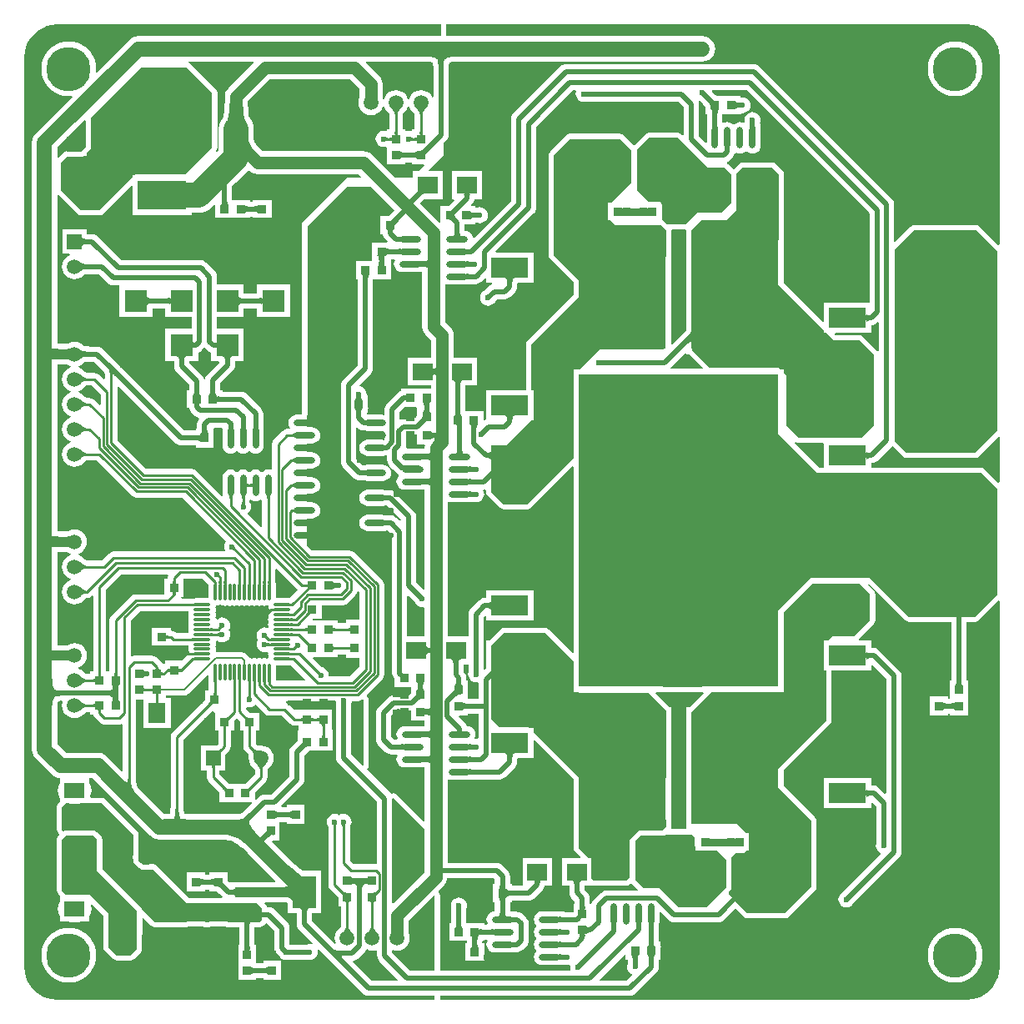
<source format=gtl>
G04*
G04 #@! TF.GenerationSoftware,Altium Limited,Altium Designer,18.1.9 (240)*
G04*
G04 Layer_Physical_Order=1*
G04 Layer_Color=255*
%FSLAX25Y25*%
%MOIN*%
G70*
G01*
G75*
%ADD12C,0.01000*%
%ADD17C,0.00600*%
%ADD19R,0.03200X0.03700*%
%ADD20R,0.03700X0.03200*%
%ADD21R,0.07874X0.07087*%
%ADD22O,0.08661X0.02362*%
%ADD23O,0.02362X0.08661*%
%ADD24R,0.15000X0.08200*%
%ADD25R,0.35000X0.45000*%
%ADD26R,0.07087X0.07874*%
%ADD27R,0.09449X0.12992*%
%ADD28R,0.09449X0.03937*%
%ADD29R,0.04331X0.06693*%
%ADD30R,0.09055X0.09055*%
%ADD31O,0.08653X0.02362*%
%ADD32O,0.07087X0.01181*%
%ADD33O,0.01181X0.07087*%
%ADD64C,0.02000*%
%ADD65C,0.05000*%
%ADD66C,0.04000*%
%ADD67C,0.06000*%
%ADD68C,0.10000*%
%ADD69C,0.03000*%
%ADD70R,0.09843X0.09843*%
%ADD71C,0.09843*%
%ADD72R,0.05906X0.05906*%
%ADD73C,0.05906*%
%ADD74R,0.06299X0.07874*%
%ADD75R,0.07874X0.06000*%
%ADD76R,0.05906X0.05906*%
%ADD77C,0.06299*%
%ADD78R,0.05906X0.05906*%
%ADD79C,0.05906*%
%ADD80R,0.33465X0.11811*%
%ADD81R,0.33465X0.11811*%
%ADD82R,0.09843X0.09843*%
%ADD83C,0.17717*%
%ADD84R,0.19685X0.11811*%
%ADD85C,0.02362*%
G36*
X175500Y379000D02*
X173340Y378920D01*
X172440Y378820D01*
X171660Y378680D01*
X171000Y378500D01*
X170460Y378280D01*
X170040Y378020D01*
X169810Y377790D01*
X169781Y377641D01*
X169680Y376925D01*
X169545Y375227D01*
X169500Y373172D01*
X167500D01*
X167489Y374244D01*
X167219Y377641D01*
X167190Y377790D01*
X166960Y378020D01*
X166540Y378280D01*
X166000Y378500D01*
X165340Y378680D01*
X164560Y378820D01*
X162640Y378980D01*
X161500Y379000D01*
X168500Y385000D01*
X175500Y379000D01*
D02*
G37*
G36*
X15000Y391738D02*
X168500D01*
Y387043D01*
X47500D01*
X46195Y386871D01*
X44978Y386368D01*
X43934Y385566D01*
X30967Y372599D01*
X30483Y372822D01*
X30577Y374016D01*
X30443Y375720D01*
X30044Y377382D01*
X29390Y378961D01*
X28497Y380418D01*
X27387Y381717D01*
X26087Y382827D01*
X24630Y383720D01*
X23051Y384375D01*
X21389Y384773D01*
X19685Y384908D01*
X17981Y384773D01*
X16319Y384375D01*
X14740Y383720D01*
X13283Y382827D01*
X11983Y381717D01*
X10873Y380418D01*
X9980Y378961D01*
X9326Y377382D01*
X8927Y375720D01*
X8793Y374016D01*
X8927Y372312D01*
X9326Y370650D01*
X9980Y369071D01*
X10873Y367614D01*
X11983Y366314D01*
X13283Y365204D01*
X14740Y364311D01*
X16319Y363657D01*
X17981Y363258D01*
X19685Y363124D01*
X20879Y363218D01*
X21102Y362734D01*
X6434Y348066D01*
X5632Y347022D01*
X5129Y345805D01*
X4957Y344500D01*
Y260000D01*
Y185000D01*
Y139500D01*
Y124500D01*
Y102000D01*
X5129Y100695D01*
X5632Y99478D01*
X6434Y98434D01*
X12934Y91934D01*
X13978Y91132D01*
X15195Y90629D01*
X15621Y90573D01*
X16063Y90433D01*
Y88207D01*
X15927Y88030D01*
X15408Y86777D01*
X15231Y85433D01*
X15408Y84089D01*
X15927Y82836D01*
X16063Y82659D01*
Y80947D01*
X15558Y80442D01*
X15116Y79780D01*
X14961Y79000D01*
Y70000D01*
X15116Y69220D01*
X15558Y68558D01*
X16116Y68000D01*
X15558Y67442D01*
X15116Y66780D01*
X14961Y66000D01*
Y45500D01*
X15116Y44720D01*
X15558Y44058D01*
X16170Y43446D01*
X16063Y43189D01*
X16063D01*
Y40963D01*
X15927Y40786D01*
X15408Y39533D01*
X15231Y38189D01*
X15408Y36845D01*
X15927Y35592D01*
X16063Y35415D01*
Y33189D01*
X19040D01*
X19081Y33172D01*
X20425Y32995D01*
X23575D01*
X24919Y33172D01*
X24960Y33189D01*
X27937D01*
Y35415D01*
X28073Y35592D01*
X28592Y36845D01*
X28769Y38189D01*
X28592Y39533D01*
X28391Y40018D01*
X28815Y40301D01*
X33461Y35655D01*
Y23000D01*
X33616Y22220D01*
X34058Y21558D01*
X37373Y18243D01*
X38035Y17801D01*
X38815Y17646D01*
X44500D01*
X45280Y17801D01*
X45942Y18243D01*
X48442Y20743D01*
X48884Y21405D01*
X49039Y22185D01*
X49039Y34424D01*
X49501Y34615D01*
X52558Y31558D01*
X53220Y31116D01*
X54000Y30961D01*
X66900D01*
X67680Y31116D01*
X67962Y31304D01*
X73038D01*
X73320Y31116D01*
X74100Y30961D01*
X75900D01*
X76680Y31116D01*
X76962Y31304D01*
X82038D01*
X82320Y31116D01*
X83100Y30961D01*
X87974D01*
Y23957D01*
X87962Y23905D01*
X87960Y23850D01*
X87400D01*
Y21975D01*
X87373Y21838D01*
X87400Y21701D01*
Y16150D01*
Y9750D01*
X92300D01*
X92334Y9739D01*
X92462Y9748D01*
X92588Y9723D01*
X92725Y9750D01*
X94600D01*
Y10561D01*
X94633Y10561D01*
X94691Y10574D01*
X97309D01*
X97367Y10561D01*
X97400Y10561D01*
Y9750D01*
X99275D01*
X99412Y9723D01*
X99538Y9748D01*
X99666Y9739D01*
X99700Y9750D01*
X104600D01*
Y17450D01*
X99700D01*
X99666Y17461D01*
X99538Y17452D01*
X99412Y17477D01*
X99275Y17450D01*
X97400D01*
Y16639D01*
X97367Y16639D01*
X97309Y16626D01*
X94691D01*
X94633Y16639D01*
X94600Y16639D01*
Y21701D01*
X94627Y21838D01*
X94600Y21975D01*
Y23850D01*
X94039D01*
X94039Y23870D01*
X94026Y23930D01*
Y30961D01*
X96000D01*
X96780Y31116D01*
X97442Y31558D01*
X98442Y32558D01*
X98666Y32580D01*
X101872Y29375D01*
Y22602D01*
X101975Y21819D01*
X102277Y21089D01*
X102758Y20463D01*
X103648Y19573D01*
X103721Y19396D01*
X104231Y18731D01*
X104896Y18221D01*
X105670Y17901D01*
X106500Y17792D01*
X107330Y17901D01*
X107508Y17974D01*
X114992D01*
X115170Y17901D01*
X116000Y17792D01*
X116830Y17901D01*
X117604Y18221D01*
X118269Y18731D01*
X118779Y19396D01*
X119099Y20170D01*
X119209Y21000D01*
X119099Y21830D01*
X119040Y21974D01*
X119464Y22257D01*
X123313Y18408D01*
X123351Y18351D01*
X124765Y16937D01*
X124822Y16899D01*
X137360Y4360D01*
X137987Y3880D01*
X138717Y3577D01*
X139500Y3474D01*
X166000D01*
Y1963D01*
X15000D01*
X14899Y1942D01*
X12956Y2095D01*
X10962Y2574D01*
X9068Y3359D01*
X7320Y4430D01*
X5761Y5761D01*
X4430Y7320D01*
X3359Y9068D01*
X2574Y10962D01*
X2095Y12956D01*
X1942Y14899D01*
X1963Y15000D01*
Y378701D01*
X1942Y378802D01*
X2095Y380745D01*
X2574Y382738D01*
X3359Y384632D01*
X4430Y386381D01*
X5761Y387940D01*
X7320Y389271D01*
X9068Y390342D01*
X10962Y391127D01*
X12956Y391605D01*
X14899Y391758D01*
X15000Y391738D01*
D02*
G37*
G36*
X162537Y376942D02*
X164295Y376796D01*
X164891Y376689D01*
X165257Y376589D01*
X165450Y374152D01*
X165461Y373150D01*
X165474Y373087D01*
Y362740D01*
X164974Y362641D01*
X164826Y362998D01*
X164032Y364032D01*
X162998Y364826D01*
X161793Y365325D01*
X160500Y365495D01*
X159207Y365325D01*
X158002Y364826D01*
X156968Y364032D01*
X156174Y362998D01*
X155771Y362024D01*
X155229D01*
X154826Y362998D01*
X154032Y364032D01*
X152998Y364826D01*
X151793Y365325D01*
X150500Y365495D01*
X149207Y365325D01*
X148002Y364826D01*
X146968Y364032D01*
X146174Y362998D01*
X145771Y362024D01*
X145229D01*
X145039Y362485D01*
Y368000D01*
X144884Y369175D01*
X144431Y370269D01*
X143709Y371209D01*
X138424Y376495D01*
X138615Y376957D01*
X161708D01*
X162537Y376942D01*
D02*
G37*
G36*
X276811Y362118D02*
X277531Y361510D01*
X277853Y361288D01*
X278149Y361119D01*
X278418Y361005D01*
X278663Y360945D01*
X278881Y360938D01*
X279074Y360986D01*
X279240Y361088D01*
X276162Y358510D01*
X276286Y358654D01*
X276352Y358829D01*
X276358Y359035D01*
X276305Y359272D01*
X276193Y359539D01*
X276022Y359837D01*
X275792Y360166D01*
X275503Y360526D01*
X274748Y361338D01*
X276412Y362502D01*
X276811Y362118D01*
D02*
G37*
G36*
X286258Y360976D02*
X286318Y360876D01*
X286418Y360788D01*
X286558Y360712D01*
X286738Y360647D01*
X286958Y360594D01*
X287218Y360553D01*
X287518Y360524D01*
X288238Y360500D01*
Y358500D01*
X287858Y358494D01*
X287218Y358447D01*
X286958Y358406D01*
X286738Y358353D01*
X286558Y358288D01*
X286418Y358212D01*
X286318Y358124D01*
X286258Y358024D01*
X286238Y357912D01*
Y361088D01*
X286258Y360976D01*
D02*
G37*
G36*
X279679Y357892D02*
X279536Y357832D01*
X279411Y357732D01*
X279302Y357592D01*
X279209Y357412D01*
X279134Y357192D01*
X279075Y356932D01*
X279033Y356632D01*
X279008Y356292D01*
X279000Y355912D01*
X277000D01*
X276992Y356292D01*
X276925Y356932D01*
X276866Y357192D01*
X276790Y357412D01*
X276698Y357592D01*
X276589Y357732D01*
X276464Y357832D01*
X276321Y357892D01*
X276162Y357912D01*
X279838D01*
X279679Y357892D01*
D02*
G37*
G36*
X162269Y358089D02*
X161768Y357515D01*
X161564Y357242D01*
X161392Y356980D01*
X161251Y356728D01*
X161141Y356485D01*
X161063Y356253D01*
X161016Y356031D01*
X161000Y355818D01*
X160000D01*
X159984Y356031D01*
X159937Y356253D01*
X159859Y356485D01*
X159749Y356728D01*
X159608Y356980D01*
X159436Y357242D01*
X159232Y357515D01*
X158731Y358089D01*
X158433Y358391D01*
X162567D01*
X162269Y358089D01*
D02*
G37*
G36*
X152269D02*
X151768Y357515D01*
X151564Y357242D01*
X151392Y356980D01*
X151251Y356728D01*
X151141Y356485D01*
X151063Y356253D01*
X151016Y356031D01*
X151000Y355818D01*
X150000D01*
X149984Y356031D01*
X149937Y356253D01*
X149859Y356485D01*
X149749Y356728D01*
X149608Y356980D01*
X149436Y357242D01*
X149232Y357515D01*
X148731Y358089D01*
X148433Y358391D01*
X152567D01*
X152269Y358089D01*
D02*
G37*
G36*
X89113Y361428D02*
X89413Y356444D01*
X89551Y355541D01*
X89714Y354776D01*
X89902Y354148D01*
X90115Y353657D01*
X90353Y353303D01*
X82847D01*
X83085Y353657D01*
X83298Y354148D01*
X83486Y354776D01*
X83649Y355541D01*
X83787Y356444D01*
X83987Y358661D01*
X84088Y361428D01*
X84100Y363017D01*
X89100D01*
X89113Y361428D01*
D02*
G37*
G36*
X294001Y351786D02*
X294113Y349936D01*
X294139Y349852D01*
X291861D01*
X291887Y349936D01*
X291911Y350052D01*
X291932Y350202D01*
X291965Y350598D01*
X291999Y351786D01*
X292000Y352165D01*
X294000D01*
X294001Y351786D01*
D02*
G37*
G36*
X279001D02*
X279113Y349936D01*
X279139Y349852D01*
X276861D01*
X276887Y349936D01*
X276911Y350052D01*
X276932Y350202D01*
X276965Y350598D01*
X276999Y351786D01*
X277000Y352165D01*
X279000D01*
X279001Y351786D01*
D02*
G37*
G36*
X156174Y358002D02*
X156968Y356968D01*
X156990Y356951D01*
X157235Y356702D01*
X157645Y356232D01*
X157766Y356071D01*
X157864Y355921D01*
X157927Y355808D01*
X157951Y355755D01*
Y349850D01*
X156900D01*
Y349313D01*
X156484Y349036D01*
X156330Y349099D01*
X155500Y349209D01*
X154670Y349099D01*
X154516Y349036D01*
X154100Y349313D01*
Y349850D01*
X153049D01*
Y355755D01*
X153073Y355808D01*
X153136Y355922D01*
X153234Y356071D01*
X153355Y356232D01*
X153765Y356702D01*
X154010Y356951D01*
X154032Y356968D01*
X154826Y358002D01*
X155229Y358976D01*
X155771D01*
X156174Y358002D01*
D02*
G37*
G36*
X135961Y366120D02*
Y362485D01*
X135675Y361793D01*
X135504Y360500D01*
X135675Y359207D01*
X136174Y358002D01*
X136968Y356968D01*
X138002Y356174D01*
X139207Y355675D01*
X140500Y355504D01*
X141793Y355675D01*
X142998Y356174D01*
X144032Y356968D01*
X144826Y358002D01*
X145229Y358976D01*
X145771D01*
X146174Y358002D01*
X146968Y356968D01*
X146990Y356951D01*
X147235Y356702D01*
X147645Y356232D01*
X147766Y356071D01*
X147864Y355921D01*
X147927Y355808D01*
X147951Y355755D01*
Y349850D01*
X146900D01*
Y349313D01*
X146484Y349036D01*
X146330Y349099D01*
X145500Y349209D01*
X144670Y349099D01*
X143896Y348779D01*
X143231Y348269D01*
X142721Y347604D01*
X142401Y346830D01*
X142291Y346000D01*
X142401Y345170D01*
X142721Y344396D01*
X143231Y343731D01*
X143896Y343221D01*
X144670Y342901D01*
X145500Y342791D01*
X146330Y342901D01*
X146484Y342965D01*
X146900Y342687D01*
Y335750D01*
X151800D01*
X151834Y335739D01*
X151962Y335748D01*
X152088Y335723D01*
X152225Y335750D01*
X154100D01*
Y336561D01*
X154133Y336561D01*
X154191Y336574D01*
X156809D01*
X156867Y336561D01*
X156900Y336561D01*
Y335750D01*
X158775D01*
X158912Y335723D01*
X159038Y335748D01*
X159166Y335739D01*
X159200Y335750D01*
X161597D01*
X161788Y335288D01*
X159543Y333043D01*
X157189D01*
Y330689D01*
X157000Y330500D01*
X149919D01*
X140709Y339709D01*
X139769Y340431D01*
X138675Y340884D01*
X137500Y341039D01*
X97128D01*
X95841Y342441D01*
X94646Y343917D01*
X94234Y344503D01*
X93923Y345009D01*
X93727Y345398D01*
X93638Y345640D01*
X93634Y345659D01*
Y350000D01*
X93499Y351372D01*
X93098Y352692D01*
X92449Y353908D01*
X92081Y354355D01*
X92045Y354443D01*
X91911Y354641D01*
X91821Y354849D01*
X91691Y355281D01*
X91558Y355908D01*
X91443Y356660D01*
X91171Y361170D01*
X99963Y369961D01*
X132120D01*
X135961Y366120D01*
D02*
G37*
G36*
X161005Y348646D02*
X161020Y348474D01*
X161045Y348322D01*
X161080Y348190D01*
X161125Y348079D01*
X161180Y347988D01*
X161245Y347917D01*
X161320Y347867D01*
X161405Y347836D01*
X161500Y347826D01*
X159500D01*
X159595Y347836D01*
X159680Y347867D01*
X159755Y347917D01*
X159820Y347988D01*
X159875Y348079D01*
X159920Y348190D01*
X159955Y348322D01*
X159980Y348474D01*
X159995Y348646D01*
X160000Y348838D01*
X161000D01*
X161005Y348646D01*
D02*
G37*
G36*
X151005D02*
X151020Y348474D01*
X151045Y348322D01*
X151080Y348190D01*
X151125Y348079D01*
X151180Y347988D01*
X151245Y347917D01*
X151320Y347867D01*
X151405Y347836D01*
X151500Y347826D01*
X149500D01*
X149595Y347836D01*
X149680Y347867D01*
X149755Y347917D01*
X149820Y347988D01*
X149875Y348079D01*
X149920Y348190D01*
X149955Y348322D01*
X149980Y348474D01*
X149995Y348646D01*
X150000Y348838D01*
X151000D01*
X151005Y348646D01*
D02*
G37*
G36*
X222495Y365058D02*
X222401Y364830D01*
X222291Y364000D01*
X222401Y363170D01*
X222721Y362396D01*
X223231Y361731D01*
X223896Y361221D01*
X224670Y360901D01*
X225500Y360791D01*
X226330Y360901D01*
X226507Y360974D01*
X263247D01*
X265474Y358747D01*
Y347563D01*
X265012Y347372D01*
X264544Y347840D01*
X263883Y348282D01*
X263102Y348437D01*
X251500Y348437D01*
X250720Y348282D01*
X250058Y347840D01*
X245905Y343686D01*
X245200Y343683D01*
X241442Y347442D01*
X240780Y347884D01*
X240000Y348039D01*
X220000D01*
X219220Y347884D01*
X218558Y347442D01*
X212058Y340942D01*
X211616Y340280D01*
X211461Y339500D01*
Y299500D01*
X211461Y299500D01*
X211616Y298720D01*
X212058Y298058D01*
X212058Y298058D01*
X221500Y288616D01*
Y283884D01*
X203058Y265442D01*
X202616Y264780D01*
X202461Y264000D01*
Y245600D01*
X186500D01*
Y233833D01*
X185987Y233621D01*
X185947Y233590D01*
X185499Y233811D01*
Y237100D01*
X178288D01*
X178287Y237133D01*
X178275Y237191D01*
Y247360D01*
X178287Y247415D01*
X178288Y247457D01*
X182811D01*
Y258543D01*
X173539D01*
Y267500D01*
X173539Y267500D01*
X173384Y268675D01*
X172931Y269769D01*
X172209Y270709D01*
X170039Y272880D01*
Y287745D01*
X170539Y288079D01*
X170969Y287901D01*
X171799Y287791D01*
X178098D01*
X178374Y287828D01*
X178404Y287822D01*
X178550Y287851D01*
X178584Y287855D01*
X178610Y287852D01*
X180402Y287960D01*
X180723Y287961D01*
X180789Y287974D01*
X182500D01*
X183283Y288077D01*
X184013Y288380D01*
X184640Y288860D01*
X186038Y290259D01*
X186500Y290068D01*
Y288400D01*
X188901D01*
X188998Y287923D01*
X188268Y287620D01*
X187642Y287140D01*
X187641Y287140D01*
X185854Y285352D01*
X185677Y285279D01*
X185012Y284769D01*
X184502Y284104D01*
X184182Y283330D01*
X184073Y282500D01*
X184182Y281670D01*
X184502Y280896D01*
X185012Y280231D01*
X185677Y279721D01*
X186451Y279401D01*
X187281Y279291D01*
X188111Y279401D01*
X188885Y279721D01*
X189550Y280231D01*
X190060Y280896D01*
X190133Y281073D01*
X191034Y281974D01*
X194000D01*
X194783Y282077D01*
X195513Y282380D01*
X196140Y282860D01*
X198140Y284860D01*
X198620Y285487D01*
X198923Y286217D01*
X199026Y287000D01*
X199026Y287000D01*
Y288303D01*
X199039Y288359D01*
X199040Y288400D01*
X205500D01*
Y300600D01*
X190533D01*
X190341Y301062D01*
X205640Y316360D01*
X206120Y316987D01*
X206423Y317717D01*
X206526Y318500D01*
X206526Y318500D01*
Y350747D01*
X221253Y365474D01*
X222217D01*
X222495Y365058D01*
D02*
G37*
G36*
X156411Y346765D02*
X156483Y346709D01*
X156562Y346660D01*
X156647Y346618D01*
X156737Y346582D01*
X156834Y346552D01*
X156936Y346529D01*
X157044Y346513D01*
X157159Y346503D01*
X157279Y346500D01*
Y345500D01*
X157159Y345497D01*
X157044Y345487D01*
X156936Y345471D01*
X156834Y345448D01*
X156737Y345418D01*
X156647Y345382D01*
X156562Y345340D01*
X156483Y345291D01*
X156411Y345235D01*
X156343Y345173D01*
Y346827D01*
X156411Y346765D01*
D02*
G37*
G36*
X146411D02*
X146483Y346709D01*
X146562Y346660D01*
X146647Y346618D01*
X146737Y346582D01*
X146834Y346552D01*
X146936Y346529D01*
X147045Y346513D01*
X147159Y346503D01*
X147279Y346500D01*
Y345500D01*
X147159Y345497D01*
X147045Y345487D01*
X146936Y345471D01*
X146834Y345448D01*
X146737Y345418D01*
X146647Y345382D01*
X146562Y345340D01*
X146483Y345291D01*
X146411Y345235D01*
X146344Y345173D01*
Y346827D01*
X146411Y346765D01*
D02*
G37*
G36*
X158912Y345000D02*
X158902Y345095D01*
X158872Y345180D01*
X158822Y345255D01*
X158752Y345320D01*
X158662Y345375D01*
X158552Y345420D01*
X158422Y345455D01*
X158272Y345480D01*
X158102Y345495D01*
X157912Y345500D01*
Y346500D01*
X158102Y346505D01*
X158272Y346520D01*
X158422Y346545D01*
X158552Y346580D01*
X158662Y346625D01*
X158752Y346680D01*
X158822Y346745D01*
X158872Y346820D01*
X158902Y346905D01*
X158912Y347000D01*
Y345000D01*
D02*
G37*
G36*
X148912D02*
X148902Y345095D01*
X148872Y345180D01*
X148822Y345255D01*
X148752Y345320D01*
X148662Y345375D01*
X148552Y345420D01*
X148422Y345455D01*
X148272Y345480D01*
X148102Y345495D01*
X147912Y345500D01*
Y346500D01*
X148102Y346505D01*
X148272Y346520D01*
X148422Y346545D01*
X148552Y346580D01*
X148662Y346625D01*
X148752Y346680D01*
X148822Y346745D01*
X148872Y346820D01*
X148902Y346905D01*
X148912Y347000D01*
Y345000D01*
D02*
G37*
G36*
X273228Y359993D02*
X273255Y359949D01*
X273960Y359191D01*
X274150Y358955D01*
Y358755D01*
X274131Y358689D01*
X274149Y358524D01*
X274128Y358359D01*
X274150Y358281D01*
Y358200D01*
X274139Y358166D01*
X274148Y358038D01*
X274123Y357912D01*
X274150Y357775D01*
Y355900D01*
X274961D01*
X274961Y355867D01*
X274974Y355809D01*
Y352238D01*
X274961Y352172D01*
X274959Y351818D01*
X274928Y350712D01*
X274905Y350428D01*
X274900Y350397D01*
X274889Y350342D01*
X274889Y350287D01*
X274851Y349998D01*
X274822Y349852D01*
X274828Y349823D01*
X274791Y349547D01*
Y344641D01*
X274329Y344450D01*
X271526Y347253D01*
Y360000D01*
X271423Y360783D01*
X271387Y360871D01*
X271715Y361384D01*
X271833Y361388D01*
X273228Y359993D01*
D02*
G37*
G36*
X163502Y341188D02*
X163116Y340788D01*
X162506Y340066D01*
X162283Y339744D01*
X162113Y339448D01*
X161997Y339178D01*
X161936Y338935D01*
X161929Y338717D01*
X161975Y338525D01*
X162076Y338360D01*
X159510Y341426D01*
X159653Y341303D01*
X159827Y341239D01*
X160032Y341234D01*
X160269Y341288D01*
X160536Y341401D01*
X160835Y341573D01*
X161164Y341804D01*
X161524Y342094D01*
X162338Y342852D01*
X163502Y341188D01*
D02*
G37*
G36*
X284017Y342637D02*
X284014Y342583D01*
X284001Y341588D01*
X284000Y341000D01*
X282000D01*
X281979Y342658D01*
X284021D01*
X284017Y342637D01*
D02*
G37*
G36*
X93659Y376495D02*
X83391Y366227D01*
X82669Y365287D01*
X82216Y364192D01*
X82068Y363065D01*
X82061Y363033D01*
X82049Y361473D01*
X81951Y358790D01*
X81761Y356690D01*
X81642Y355908D01*
X81509Y355281D01*
X81379Y354849D01*
X81289Y354641D01*
X81156Y354443D01*
X81119Y354355D01*
X80752Y353908D01*
X80102Y352692D01*
X79701Y351372D01*
X79566Y350000D01*
Y345100D01*
Y341513D01*
X78908Y340855D01*
X78519Y341174D01*
X78884Y341720D01*
X79039Y342500D01*
Y364500D01*
X79039Y364500D01*
X78884Y365280D01*
X78442Y365942D01*
X78442Y365942D01*
X68442Y375942D01*
X67780Y376384D01*
X67414Y376457D01*
X67463Y376957D01*
X93467D01*
X93659Y376495D01*
D02*
G37*
G36*
X339974Y316247D02*
Y280600D01*
X321500D01*
Y273037D01*
X321038Y272846D01*
X305500Y288384D01*
Y305803D01*
X305539Y306000D01*
Y332000D01*
X305384Y332780D01*
X304942Y333442D01*
X302442Y335942D01*
X301780Y336384D01*
X301000Y336539D01*
X289000D01*
X288220Y336384D01*
X287558Y335942D01*
X285450Y333834D01*
X283342Y335942D01*
X282796Y336307D01*
X282775Y336729D01*
X282809Y336854D01*
X283113Y336980D01*
X283740Y337460D01*
X285140Y338860D01*
X285620Y339487D01*
X285923Y340217D01*
X285931Y340280D01*
X286071Y340338D01*
X286457Y340444D01*
X287170Y340149D01*
X288000Y340039D01*
X288830Y340149D01*
X289604Y340469D01*
X290163Y340898D01*
X290500Y340946D01*
X290837Y340898D01*
X291396Y340469D01*
X292170Y340149D01*
X293000Y340039D01*
X293830Y340149D01*
X294604Y340469D01*
X295269Y340979D01*
X295779Y341644D01*
X296099Y342418D01*
X296209Y343248D01*
Y349547D01*
X296172Y349823D01*
X296178Y349852D01*
X296149Y349998D01*
X296145Y350033D01*
X296148Y350058D01*
X296040Y351851D01*
X296039Y352172D01*
X296026Y352238D01*
Y352492D01*
X296099Y352670D01*
X296209Y353500D01*
X296099Y354330D01*
X295779Y355104D01*
X295269Y355769D01*
X294604Y356279D01*
X293830Y356599D01*
X293000Y356709D01*
X292170Y356599D01*
X291396Y356279D01*
X290731Y355769D01*
X290221Y355104D01*
X289901Y354330D01*
X289791Y353500D01*
X289893Y352727D01*
X289803Y352601D01*
X289490Y352383D01*
X289474Y352380D01*
X288830Y352646D01*
X288000Y352756D01*
X287170Y352646D01*
X286396Y352326D01*
X285837Y351897D01*
X285500Y351849D01*
X285163Y351897D01*
X284604Y352326D01*
X283830Y352646D01*
X283000Y352756D01*
X282170Y352646D01*
X281526Y352380D01*
X281158Y352549D01*
X281026Y352672D01*
Y355809D01*
X281039Y355867D01*
X281039Y355900D01*
X286101D01*
X286238Y355873D01*
X286375Y355900D01*
X288250D01*
Y356011D01*
X288626Y356341D01*
X289000Y356291D01*
X289830Y356401D01*
X290604Y356721D01*
X291269Y357231D01*
X291779Y357896D01*
X292099Y358670D01*
X292209Y359500D01*
X292099Y360330D01*
X291779Y361104D01*
X291269Y361769D01*
X290604Y362279D01*
X289830Y362599D01*
X289000Y362709D01*
X288626Y362659D01*
X288250Y362989D01*
Y363100D01*
X286375D01*
X286238Y363127D01*
X286101Y363100D01*
X279486D01*
X279420Y363119D01*
X279243Y363100D01*
X278987D01*
X278924Y363103D01*
X278918Y363100D01*
X278817D01*
X278771Y363132D01*
X278177Y363633D01*
X277828Y363970D01*
X277776Y364003D01*
X276767Y365012D01*
X276958Y365474D01*
X290747D01*
X339974Y316247D01*
D02*
G37*
G36*
X26461Y353175D02*
Y342845D01*
X25511Y341895D01*
X25069Y341233D01*
X25030Y341039D01*
X19000D01*
X18220Y340884D01*
X17558Y340442D01*
X15543Y338427D01*
X15043Y338634D01*
Y342411D01*
X25999Y353367D01*
X26461Y353175D01*
D02*
G37*
G36*
X158912Y337762D02*
X158892Y337921D01*
X158832Y338064D01*
X158732Y338189D01*
X158592Y338298D01*
X158412Y338390D01*
X158192Y338466D01*
X157932Y338525D01*
X157632Y338566D01*
X157292Y338592D01*
X156912Y338600D01*
Y340600D01*
X157292Y340608D01*
X157932Y340675D01*
X158192Y340734D01*
X158412Y340809D01*
X158592Y340902D01*
X158732Y341011D01*
X158832Y341136D01*
X158892Y341279D01*
X158912Y341438D01*
Y337762D01*
D02*
G37*
G36*
X152108Y341279D02*
X152168Y341136D01*
X152268Y341011D01*
X152408Y340902D01*
X152588Y340809D01*
X152808Y340734D01*
X153068Y340675D01*
X153368Y340634D01*
X153708Y340608D01*
X154088Y340600D01*
Y338600D01*
X153708Y338592D01*
X153068Y338525D01*
X152808Y338466D01*
X152588Y338390D01*
X152408Y338298D01*
X152268Y338189D01*
X152168Y338064D01*
X152108Y337921D01*
X152088Y337762D01*
Y341438D01*
X152108Y341279D01*
D02*
G37*
G36*
X91667Y345089D02*
X91854Y344583D01*
X92141Y344015D01*
X92529Y343383D01*
X93017Y342688D01*
X94296Y341109D01*
X95976Y339278D01*
X96968Y338268D01*
X93432Y334732D01*
X92422Y335724D01*
X89012Y338683D01*
X88317Y339171D01*
X87685Y339559D01*
X87117Y339846D01*
X86611Y340033D01*
X86168Y340119D01*
X91581Y345532D01*
X91667Y345089D01*
D02*
G37*
G36*
X162423Y323981D02*
X162251Y324075D01*
X162054Y324117D01*
X161833Y324106D01*
X161587Y324042D01*
X161317Y323926D01*
X161021Y323757D01*
X160702Y323535D01*
X160357Y323261D01*
X159988Y322934D01*
X159595Y322554D01*
X157787Y323575D01*
X158202Y324004D01*
X158850Y324764D01*
X159083Y325096D01*
X159256Y325395D01*
X159368Y325661D01*
X159420Y325896D01*
X159412Y326097D01*
X159343Y326267D01*
X159213Y326403D01*
X162423Y323981D01*
D02*
G37*
G36*
X180395Y323964D02*
X180286Y323915D01*
X180189Y323832D01*
X180106Y323716D01*
X180035Y323567D01*
X179977Y323385D01*
X179932Y323169D01*
X179900Y322921D01*
X179880Y322640D01*
X179874Y322325D01*
X177874D01*
X177868Y322640D01*
X177816Y323169D01*
X177771Y323385D01*
X177713Y323567D01*
X177642Y323716D01*
X177559Y323832D01*
X177462Y323915D01*
X177353Y323964D01*
X177231Y323981D01*
X180517D01*
X180395Y323964D01*
D02*
G37*
G36*
X83008Y321208D02*
X83075Y320568D01*
X83134Y320308D01*
X83210Y320088D01*
X83302Y319908D01*
X83411Y319768D01*
X83536Y319668D01*
X83679Y319608D01*
X83838Y319588D01*
X80162D01*
X80321Y319608D01*
X80464Y319668D01*
X80589Y319768D01*
X80698Y319908D01*
X80791Y320088D01*
X80866Y320308D01*
X80925Y320568D01*
X80967Y320868D01*
X80992Y321208D01*
X81000Y321588D01*
X83000D01*
X83008Y321208D01*
D02*
G37*
G36*
X77000Y364500D02*
Y342500D01*
X66500Y332000D01*
X46500Y332000D01*
X45906Y331405D01*
X45158D01*
Y330658D01*
X32000Y317500D01*
X24500D01*
X16500Y325500D01*
Y336500D01*
X19000Y339000D01*
X25500D01*
X25547Y339047D01*
X26953D01*
Y340453D01*
X28500Y342000D01*
Y354500D01*
X48500Y374500D01*
X67000D01*
X77000Y364500D01*
D02*
G37*
G36*
X175301Y317338D02*
X174893Y316916D01*
X174253Y316164D01*
X174022Y315834D01*
X173850Y315536D01*
X173838Y315510D01*
X173909Y315356D01*
X174078Y315079D01*
X174302Y314770D01*
X174580Y314432D01*
X175301Y313662D01*
X173637Y312498D01*
X173258Y312865D01*
X172577Y313449D01*
X172275Y313666D01*
X172000Y313832D01*
X171751Y313948D01*
X171527Y314015D01*
X171330Y314031D01*
X171158Y313996D01*
X171013Y313912D01*
X172813Y315399D01*
X170808Y317076D01*
X170974Y316975D01*
X171166Y316929D01*
X171384Y316936D01*
X171627Y316998D01*
X171897Y317113D01*
X172193Y317283D01*
X172515Y317507D01*
X172863Y317784D01*
X173637Y318502D01*
X175301Y317338D01*
D02*
G37*
G36*
X95162Y316412D02*
X95142Y316524D01*
X95082Y316624D01*
X94982Y316712D01*
X94842Y316788D01*
X94662Y316853D01*
X94442Y316906D01*
X94182Y316947D01*
X93882Y316976D01*
X93162Y317000D01*
Y319000D01*
X93542Y319006D01*
X94182Y319053D01*
X94442Y319094D01*
X94662Y319147D01*
X94842Y319212D01*
X94982Y319288D01*
X95082Y319376D01*
X95142Y319476D01*
X95162Y319588D01*
Y316412D01*
D02*
G37*
G36*
X90258Y319476D02*
X90318Y319376D01*
X90418Y319288D01*
X90558Y319212D01*
X90738Y319147D01*
X90958Y319094D01*
X91218Y319053D01*
X91518Y319023D01*
X92238Y319000D01*
Y317000D01*
X91858Y316994D01*
X91218Y316947D01*
X90958Y316906D01*
X90738Y316853D01*
X90558Y316788D01*
X90418Y316712D01*
X90318Y316624D01*
X90258Y316524D01*
X90238Y316412D01*
Y319588D01*
X90258Y319476D01*
D02*
G37*
G36*
X250962Y315412D02*
X250932Y315429D01*
X250842Y315444D01*
X250692Y315457D01*
X249492Y315492D01*
X247962Y315500D01*
Y318500D01*
X250962Y318588D01*
Y315412D01*
D02*
G37*
G36*
X241068Y318571D02*
X241158Y318556D01*
X241308Y318543D01*
X242508Y318508D01*
X244038Y318500D01*
Y315500D01*
X241038Y315412D01*
Y318588D01*
X241068Y318571D01*
D02*
G37*
G36*
X150001Y317580D02*
X148445Y316024D01*
X148401Y315997D01*
X147683Y315331D01*
X147447Y315142D01*
X147386Y315100D01*
X146846D01*
X146779Y315107D01*
X146755Y315100D01*
X144350D01*
Y307900D01*
X145227D01*
X145277Y307517D01*
X145580Y306787D01*
X146060Y306160D01*
X147159Y305062D01*
X146967Y304600D01*
X146675D01*
X146538Y304627D01*
X146401Y304600D01*
X140850D01*
Y299700D01*
X140839Y299666D01*
X140848Y299538D01*
X140823Y299412D01*
X140850Y299275D01*
Y297400D01*
X140474Y297100D01*
X134450D01*
Y292200D01*
X134439Y292166D01*
X134448Y292038D01*
X134423Y291912D01*
X134450Y291775D01*
Y289900D01*
X135261D01*
X135261Y289867D01*
X135274Y289809D01*
Y255553D01*
X129360Y249640D01*
X128879Y249013D01*
X128577Y248283D01*
X128474Y247500D01*
Y217000D01*
X128577Y216217D01*
X128879Y215487D01*
X129360Y214860D01*
X133860Y210360D01*
X134487Y209879D01*
X135217Y209577D01*
X136000Y209474D01*
X136332D01*
X136396Y209461D01*
X138080Y209449D01*
X138197Y209401D01*
X139027Y209291D01*
X145319D01*
X146149Y209401D01*
X146923Y209721D01*
X147587Y210231D01*
X148097Y210896D01*
X148418Y211670D01*
X148527Y212500D01*
X148418Y213330D01*
X148097Y214104D01*
X147587Y214769D01*
X146923Y215279D01*
X146149Y215599D01*
X145319Y215709D01*
X139027D01*
X138197Y215599D01*
X138095Y215557D01*
X137231Y215548D01*
X134526Y218253D01*
Y230542D01*
X134988Y230733D01*
X135360Y230360D01*
X135987Y229879D01*
X136717Y229577D01*
X137500Y229474D01*
X137500Y229474D01*
X138020D01*
X138197Y229401D01*
X139027Y229291D01*
X145319D01*
X145598Y229328D01*
X145974Y228999D01*
Y226025D01*
X145590Y225673D01*
X145319Y225709D01*
X139027D01*
X138197Y225599D01*
X137423Y225279D01*
X136759Y224769D01*
X136249Y224104D01*
X135928Y223330D01*
X135819Y222500D01*
X135928Y221670D01*
X136249Y220896D01*
X136759Y220231D01*
X137423Y219721D01*
X138197Y219401D01*
X139027Y219291D01*
X145319D01*
X146149Y219401D01*
X146326Y219474D01*
X146800D01*
X146974Y219321D01*
Y217500D01*
X147077Y216717D01*
X147380Y215987D01*
X147860Y215360D01*
X149292Y213928D01*
X149330Y213872D01*
X149340Y213865D01*
X149347Y213855D01*
X150152Y213069D01*
X150860Y212360D01*
X151017Y212240D01*
X151246Y212033D01*
X151295Y212004D01*
X151331Y211961D01*
X151470Y211849D01*
X151557Y211803D01*
X151604Y211471D01*
X151552Y211163D01*
X151123Y210604D01*
X150802Y209830D01*
X150693Y209000D01*
X150802Y208170D01*
X151123Y207396D01*
X151633Y206731D01*
X152297Y206221D01*
X153071Y205901D01*
X153902Y205791D01*
X160201D01*
X160476Y205828D01*
X160506Y205822D01*
X160652Y205851D01*
X160687Y205855D01*
X160712Y205852D01*
X161487Y205898D01*
X161564Y205895D01*
X161961Y205857D01*
Y166097D01*
X161499Y165906D01*
X158526Y168879D01*
Y195100D01*
X158423Y195883D01*
X158121Y196613D01*
X157640Y197240D01*
X151887Y202992D01*
X151663Y202999D01*
X151284Y203000D01*
Y203595D01*
X150240Y204640D01*
X149613Y205120D01*
X148883Y205423D01*
X148100Y205526D01*
X148014D01*
X147950Y205539D01*
X146266Y205551D01*
X146149Y205599D01*
X145319Y205709D01*
X139027D01*
X138197Y205599D01*
X137423Y205279D01*
X136759Y204769D01*
X136249Y204104D01*
X135928Y203330D01*
X135819Y202500D01*
X135928Y201670D01*
X136249Y200896D01*
X136759Y200231D01*
X137423Y199721D01*
X138197Y199401D01*
X139027Y199292D01*
X145319D01*
X146149Y199401D01*
X146251Y199443D01*
X146871Y199450D01*
X147820Y198500D01*
X147936Y198500D01*
Y198385D01*
X152400Y193920D01*
X152365Y193621D01*
X151852Y193427D01*
X150640Y194640D01*
X150013Y195121D01*
X149283Y195423D01*
X148500Y195526D01*
X148009D01*
X147943Y195539D01*
X147589Y195540D01*
X146484Y195571D01*
X146200Y195595D01*
X146168Y195600D01*
X146113Y195611D01*
X146058Y195611D01*
X145770Y195649D01*
X145624Y195678D01*
X145594Y195672D01*
X145319Y195709D01*
X139027D01*
X138197Y195599D01*
X137423Y195279D01*
X136759Y194769D01*
X136249Y194104D01*
X135928Y193330D01*
X135819Y192500D01*
X135928Y191670D01*
X136249Y190896D01*
X136759Y190231D01*
X137423Y189721D01*
X138197Y189401D01*
X139027Y189292D01*
X145319D01*
X145594Y189328D01*
X145624Y189322D01*
X145770Y189351D01*
X145804Y189355D01*
X145830Y189352D01*
X147282Y189439D01*
X148974Y187747D01*
Y132351D01*
X149077Y131568D01*
X149380Y130838D01*
X149860Y130212D01*
X150001Y130071D01*
Y126900D01*
X156401D01*
Y125725D01*
X156374Y125588D01*
X156399Y125462D01*
X156390Y125334D01*
X156401Y125300D01*
Y125219D01*
X156380Y125141D01*
X156400Y124976D01*
X156382Y124811D01*
X156401Y124745D01*
Y124550D01*
X155894Y123953D01*
X155533Y123579D01*
X155499Y123528D01*
X155498Y123526D01*
X152013D01*
Y122412D01*
X151997Y122524D01*
X151947Y122624D01*
X151864Y122712D01*
X151747Y122788D01*
X151598Y122853D01*
X151415Y122906D01*
X151199Y122947D01*
X150950Y122977D01*
X150667Y122994D01*
X150351Y123000D01*
Y123526D01*
X149500D01*
X148717Y123423D01*
X147987Y123120D01*
X147360Y122640D01*
X147360Y122640D01*
X143360Y118640D01*
X142879Y118013D01*
X142577Y117283D01*
X142474Y116500D01*
Y106000D01*
X142577Y105217D01*
X142879Y104487D01*
X143360Y103860D01*
X146360Y100860D01*
X146987Y100380D01*
X147717Y100077D01*
X148500Y99974D01*
X150776D01*
X150900Y99842D01*
X151069Y99474D01*
X150802Y98830D01*
X150693Y98000D01*
X150802Y97170D01*
X151123Y96396D01*
X151633Y95731D01*
X152297Y95221D01*
X153071Y94901D01*
X153902Y94791D01*
X160201D01*
X160476Y94828D01*
X160506Y94822D01*
X160652Y94851D01*
X160687Y94855D01*
X160712Y94852D01*
X161487Y94898D01*
X161564Y94895D01*
X161961Y94857D01*
Y73405D01*
X161499Y73214D01*
X150895Y83818D01*
X150735Y83925D01*
X150600Y84063D01*
X150407Y84144D01*
X150233Y84260D01*
X150044Y84298D01*
X149867Y84373D01*
X149658Y84375D01*
X149453Y84416D01*
X149264Y84378D01*
X149071Y84380D01*
X148964Y84336D01*
X139009Y94291D01*
X139384Y94852D01*
X139539Y95633D01*
Y121723D01*
X139533Y121755D01*
X139538Y121786D01*
X139455Y122144D01*
X139384Y122503D01*
X139366Y122530D01*
X139359Y122562D01*
X139146Y122860D01*
X138942Y123165D01*
X138899Y123288D01*
X138916Y123786D01*
X145102Y129972D01*
X145655Y130799D01*
X145849Y131774D01*
Y167700D01*
X145655Y168675D01*
X145102Y169502D01*
X133802Y180802D01*
X132975Y181355D01*
X132000Y181549D01*
X117011D01*
X115000Y183560D01*
Y194291D01*
X116973D01*
X117803Y194401D01*
X118577Y194721D01*
X119241Y195231D01*
X119751Y195896D01*
X120072Y196670D01*
X120181Y197500D01*
X120072Y198330D01*
X119751Y199104D01*
X119241Y199769D01*
X118577Y200279D01*
X117803Y200599D01*
X116973Y200709D01*
X115000D01*
Y204292D01*
X116973D01*
X117803Y204401D01*
X118577Y204721D01*
X119241Y205231D01*
X119751Y205896D01*
X120072Y206670D01*
X120181Y207500D01*
X120072Y208330D01*
X119751Y209104D01*
X119241Y209769D01*
X118577Y210279D01*
X117803Y210599D01*
X116973Y210709D01*
X115000D01*
Y214291D01*
X116973D01*
X117803Y214401D01*
X118577Y214721D01*
X119241Y215231D01*
X119751Y215896D01*
X120072Y216670D01*
X120181Y217500D01*
X120072Y218330D01*
X119751Y219104D01*
X119241Y219769D01*
X118577Y220279D01*
X117803Y220599D01*
X116973Y220709D01*
X115000D01*
Y224291D01*
X116973D01*
X117803Y224401D01*
X118577Y224721D01*
X119241Y225231D01*
X119751Y225896D01*
X120072Y226670D01*
X120181Y227500D01*
X120072Y228330D01*
X119751Y229104D01*
X119241Y229769D01*
X118577Y230279D01*
X117803Y230599D01*
X116973Y230709D01*
X115000D01*
Y235512D01*
X115039Y235709D01*
Y311039D01*
X131000Y327000D01*
X140581D01*
X150001Y317580D01*
D02*
G37*
G36*
X92004Y333277D02*
X92035Y333257D01*
X92931Y332569D01*
X94025Y332116D01*
X95200Y331961D01*
X95200Y331961D01*
X135620D01*
X136619Y330962D01*
X136428Y330500D01*
X130900D01*
X113000Y312600D01*
Y235709D01*
X110681D01*
X109851Y235599D01*
X109077Y235279D01*
X108413Y234769D01*
X107903Y234104D01*
X107582Y233330D01*
X107473Y232500D01*
X107582Y231670D01*
X107903Y230896D01*
X108169Y230549D01*
X107922Y230049D01*
X107000D01*
X106025Y229855D01*
X105198Y229302D01*
X101598Y225702D01*
X101045Y224875D01*
X100851Y223900D01*
Y213995D01*
X100435Y213717D01*
X100236Y213800D01*
X99405Y213909D01*
X98575Y213800D01*
X97801Y213479D01*
X97137Y212970D01*
X96674D01*
X96010Y213479D01*
X95236Y213800D01*
X94406Y213909D01*
X93575Y213800D01*
X92801Y213479D01*
X92137Y212970D01*
X91674D01*
X91010Y213479D01*
X90236Y213800D01*
X89406Y213909D01*
X88575Y213800D01*
X87801Y213479D01*
X87137Y212970D01*
X86674D01*
X86010Y213479D01*
X85236Y213800D01*
X84405Y213909D01*
X83575Y213800D01*
X82801Y213479D01*
X82137Y212970D01*
X81627Y212305D01*
X81306Y211531D01*
X81197Y210701D01*
Y204402D01*
X81306Y203571D01*
X81335Y203503D01*
X80911Y203220D01*
X70828Y213302D01*
X70001Y213855D01*
X69025Y214049D01*
X50556D01*
X39149Y225456D01*
Y246919D01*
X39611Y247110D01*
X62411Y224309D01*
X63038Y223828D01*
X63768Y223526D01*
X64160Y223475D01*
X64551Y223423D01*
X64551Y223423D01*
X70309D01*
X70367Y223410D01*
X70400Y223409D01*
Y222599D01*
X72275D01*
X72412Y222572D01*
X72538Y222597D01*
X72666Y222587D01*
X72700Y222599D01*
X77600D01*
Y228150D01*
X77627Y228287D01*
X77600Y228424D01*
Y230299D01*
X78027Y230474D01*
X80808D01*
X81246Y229974D01*
X81197Y229598D01*
Y223299D01*
X81306Y222469D01*
X81627Y221695D01*
X82137Y221030D01*
X82801Y220520D01*
X83575Y220200D01*
X84405Y220091D01*
X85236Y220200D01*
X86010Y220520D01*
X86674Y221030D01*
X87137D01*
X87801Y220520D01*
X88575Y220200D01*
X89406Y220091D01*
X90236Y220200D01*
X91010Y220520D01*
X91674Y221030D01*
X92137D01*
X92801Y220520D01*
X93575Y220200D01*
X94406Y220091D01*
X95236Y220200D01*
X96010Y220520D01*
X96674Y221030D01*
X97184Y221695D01*
X97505Y222469D01*
X97614Y223299D01*
Y229598D01*
X97578Y229874D01*
X97584Y229904D01*
X97555Y230050D01*
X97550Y230084D01*
X97554Y230110D01*
X97446Y231902D01*
X97445Y232223D01*
X97431Y232289D01*
Y236177D01*
X97431Y236177D01*
X97328Y236960D01*
X97026Y237690D01*
X96545Y238317D01*
X96545Y238317D01*
X90722Y244140D01*
X90096Y244620D01*
X89366Y244923D01*
X88583Y245026D01*
X81157D01*
X81105Y245038D01*
X81050Y245040D01*
Y245600D01*
X80239D01*
X80239Y245633D01*
X80226Y245691D01*
Y248352D01*
X85306Y253432D01*
X85787Y254059D01*
X86089Y254789D01*
X86193Y255572D01*
Y256968D01*
X86205Y257023D01*
X86206Y257065D01*
X89694D01*
Y270120D01*
X79026D01*
Y274781D01*
X89694D01*
Y278269D01*
X89736Y278270D01*
X89791Y278283D01*
X94875D01*
X94931Y278270D01*
X94972Y278269D01*
Y274781D01*
X108028D01*
Y287836D01*
X94972D01*
Y284348D01*
X94931Y284347D01*
X94875Y284335D01*
X89791D01*
X89736Y284347D01*
X89694Y284348D01*
Y287836D01*
X79026D01*
Y291000D01*
X79026Y291000D01*
X78923Y291783D01*
X78620Y292513D01*
X78140Y293140D01*
X74640Y296640D01*
X74013Y297120D01*
X73283Y297423D01*
X72500Y297526D01*
X40753D01*
X31140Y307140D01*
X30513Y307621D01*
X29783Y307923D01*
X29000Y308026D01*
X27050D01*
X26994Y308038D01*
X26953Y308040D01*
Y309953D01*
X17047D01*
Y300047D01*
X19936D01*
X20036Y299547D01*
X19502Y299326D01*
X18468Y298532D01*
X17674Y297498D01*
X17175Y296293D01*
X17005Y295000D01*
X17175Y293707D01*
X17674Y292502D01*
X18468Y291468D01*
X19502Y290674D01*
X20707Y290175D01*
X22000Y290004D01*
X23293Y290175D01*
X24498Y290674D01*
X25532Y291468D01*
X25547Y291487D01*
X25676Y291610D01*
X25780Y291696D01*
X25878Y291765D01*
X25970Y291820D01*
X26059Y291863D01*
X26146Y291897D01*
X26236Y291923D01*
X26331Y291942D01*
X26435Y291955D01*
X26629Y291962D01*
X26678Y291974D01*
X31747D01*
X35360Y288360D01*
X35987Y287879D01*
X36717Y287577D01*
X37500Y287474D01*
X39972D01*
Y274781D01*
X53028D01*
Y278269D01*
X53069Y278270D01*
X53124Y278283D01*
X58209D01*
X58264Y278270D01*
X58306Y278269D01*
Y274781D01*
X68974D01*
Y270120D01*
X58306D01*
Y257065D01*
X61794D01*
X61795Y257023D01*
X61807Y256968D01*
Y255167D01*
X61910Y254383D01*
X62213Y253654D01*
X62694Y253027D01*
X67774Y247947D01*
Y245691D01*
X67761Y245633D01*
X67761Y245600D01*
X66950D01*
Y243725D01*
X66923Y243588D01*
X66948Y243462D01*
X66939Y243334D01*
X66950Y243300D01*
Y238400D01*
X67853D01*
X67877Y238217D01*
X68180Y237487D01*
X68660Y236860D01*
X70160Y235360D01*
X70787Y234879D01*
X71517Y234577D01*
X71661Y234558D01*
X71782Y234038D01*
X71380Y233513D01*
X71077Y232783D01*
X70974Y232000D01*
Y230406D01*
X70962Y230353D01*
X70960Y230299D01*
X70400D01*
Y229488D01*
X70367Y229487D01*
X70309Y229475D01*
X65804D01*
X40285Y254994D01*
X40272Y255017D01*
X40226Y255053D01*
X40201Y255078D01*
X40163Y255135D01*
X38749Y256549D01*
X38692Y256587D01*
X33140Y262140D01*
X32513Y262620D01*
X31783Y262923D01*
X31000Y263026D01*
X27808D01*
X27743Y263039D01*
X27027Y263043D01*
X26275Y263069D01*
X26236Y263077D01*
X26146Y263103D01*
X26059Y263137D01*
X25970Y263180D01*
X25878Y263235D01*
X25780Y263304D01*
X25676Y263390D01*
X25547Y263513D01*
X25532Y263532D01*
X24498Y264326D01*
X23293Y264825D01*
X22000Y264996D01*
X20707Y264825D01*
X19502Y264326D01*
X19184Y264082D01*
X18062Y264041D01*
X15043Y264067D01*
Y323366D01*
X15543Y323573D01*
X23058Y316058D01*
X23720Y315616D01*
X24500Y315461D01*
X32000D01*
X32780Y315616D01*
X33442Y316058D01*
X44695Y327312D01*
X45158Y327120D01*
Y315595D01*
X68843D01*
Y316466D01*
X71500D01*
X72872Y316601D01*
X74192Y317002D01*
X75408Y317652D01*
X76474Y318526D01*
X77632Y319685D01*
X77854Y319641D01*
X78143Y319488D01*
X78148Y319462D01*
X78139Y319334D01*
X78150Y319300D01*
Y314400D01*
X90101D01*
X90238Y314373D01*
X90375Y314400D01*
X92250D01*
Y314961D01*
X92270Y314961D01*
X92330Y314974D01*
X93043D01*
X93095Y314962D01*
X93150Y314960D01*
Y314400D01*
X95025D01*
X95162Y314373D01*
X95299Y314400D01*
X100850D01*
Y321600D01*
X95299D01*
X95162Y321627D01*
X95025Y321600D01*
X93150D01*
Y321039D01*
X93130Y321039D01*
X93070Y321026D01*
X92357D01*
X92305Y321038D01*
X92250Y321040D01*
Y321600D01*
X90375D01*
X90238Y321627D01*
X90101Y321600D01*
X85039D01*
X85039Y321633D01*
X85026Y321691D01*
Y327079D01*
X86474Y328526D01*
X86474Y328526D01*
X91574Y333626D01*
X91644Y333630D01*
X92004Y333277D01*
D02*
G37*
G36*
X180307Y316976D02*
X180367Y316876D01*
X180467Y316788D01*
X180607Y316712D01*
X180787Y316647D01*
X181007Y316594D01*
X181267Y316553D01*
X181567Y316524D01*
X182287Y316500D01*
Y314500D01*
X181907Y314494D01*
X181267Y314447D01*
X181007Y314406D01*
X180787Y314353D01*
X180607Y314288D01*
X180467Y314212D01*
X180367Y314124D01*
X180307Y314024D01*
X180287Y313912D01*
Y317088D01*
X180307Y316976D01*
D02*
G37*
G36*
X151452Y313338D02*
X151044Y312916D01*
X150404Y312164D01*
X150173Y311835D01*
X150001Y311536D01*
X149888Y311269D01*
X149834Y311033D01*
X149839Y310827D01*
X149903Y310653D01*
X150026Y310510D01*
X146960Y313076D01*
X147125Y312975D01*
X147317Y312929D01*
X147535Y312936D01*
X147778Y312998D01*
X148048Y313113D01*
X148344Y313283D01*
X148666Y313507D01*
X149014Y313784D01*
X149788Y314502D01*
X151452Y313338D01*
D02*
G37*
G36*
X275000Y334500D02*
X281900Y334500D01*
X284400Y332000D01*
Y320500D01*
X280400Y316500D01*
X271000D01*
X266500Y312000D01*
X259000Y312000D01*
X257000Y314000D01*
X257000Y320000D01*
X256650Y320350D01*
Y320600D01*
X256400D01*
X256000Y321000D01*
X251500D01*
X247000Y325500D01*
Y341898D01*
X251500Y346398D01*
X263102Y346398D01*
X275000Y334500D01*
D02*
G37*
G36*
X149696Y309896D02*
X149592Y309847D01*
X149500Y309767D01*
X149420Y309654D01*
X149353Y309509D01*
X149298Y309332D01*
X149255Y309122D01*
X149224Y308880D01*
X149206Y308606D01*
X149200Y308300D01*
X147200D01*
X147194Y308606D01*
X147145Y309122D01*
X147102Y309332D01*
X147047Y309509D01*
X146980Y309654D01*
X146900Y309767D01*
X146808Y309847D01*
X146704Y309896D01*
X146588Y309912D01*
X149812D01*
X149696Y309896D01*
D02*
G37*
G36*
X175959Y308797D02*
X175989Y308455D01*
X176039Y308153D01*
X176109Y307892D01*
X176199Y307670D01*
X176309Y307489D01*
X176439Y307348D01*
X176589Y307248D01*
X176759Y307187D01*
X176949Y307167D01*
X172949D01*
X173139Y307187D01*
X173309Y307248D01*
X173459Y307348D01*
X173589Y307489D01*
X173699Y307670D01*
X173789Y307892D01*
X173859Y308153D01*
X173909Y308455D01*
X173939Y308797D01*
X173949Y309179D01*
X175949D01*
X175959Y308797D01*
D02*
G37*
G36*
X152312Y304979D02*
X152289Y304983D01*
X152231Y304986D01*
X150500Y305000D01*
Y307000D01*
X152312Y307021D01*
Y304979D01*
D02*
G37*
G36*
X380745Y391605D02*
X382738Y391127D01*
X384632Y390342D01*
X386381Y389271D01*
X387940Y387940D01*
X389271Y386381D01*
X390342Y384632D01*
X391127Y382738D01*
X391605Y380745D01*
X391758Y378802D01*
X391738Y378701D01*
Y303799D01*
X391276Y303608D01*
X383942Y310942D01*
X383280Y311384D01*
X382500Y311539D01*
X357500D01*
X356720Y311384D01*
X356058Y310942D01*
X349988Y304872D01*
X349526Y305063D01*
Y320000D01*
X349423Y320783D01*
X349120Y321513D01*
X348640Y322140D01*
X295640Y375140D01*
X295013Y375621D01*
X294283Y375923D01*
X293500Y376026D01*
X218500D01*
X218500Y376026D01*
X217717Y375923D01*
X216987Y375621D01*
X216360Y375140D01*
X197360Y356140D01*
X196879Y355513D01*
X196577Y354783D01*
X196474Y354000D01*
Y321153D01*
X181754Y306434D01*
X181226Y306613D01*
X181198Y306830D01*
X180877Y307604D01*
X180367Y308269D01*
X179703Y308779D01*
X178929Y309099D01*
X178098Y309209D01*
X177988D01*
X177987Y309232D01*
X177975Y309288D01*
Y311900D01*
X180150D01*
X180287Y311873D01*
X180423Y311900D01*
X182299D01*
Y312461D01*
X182318Y312461D01*
X182379Y312474D01*
X182992D01*
X183170Y312401D01*
X184000Y312291D01*
X184830Y312401D01*
X185604Y312721D01*
X186269Y313231D01*
X186779Y313896D01*
X187099Y314670D01*
X187208Y315500D01*
X187099Y316330D01*
X186779Y317104D01*
X186269Y317769D01*
X185604Y318279D01*
X184830Y318599D01*
X184000Y318709D01*
X183170Y318599D01*
X182992Y318526D01*
X182406D01*
X182353Y318538D01*
X182299Y318540D01*
Y319100D01*
X180635D01*
X180435Y319584D01*
X180436Y319607D01*
X181014Y320186D01*
X181494Y320812D01*
X181797Y321542D01*
X181851Y321957D01*
X184811D01*
Y333043D01*
X172937D01*
Y321957D01*
X173573D01*
X173764Y321495D01*
X172294Y320024D01*
X172250Y319997D01*
X171531Y319331D01*
X171296Y319142D01*
X171235Y319100D01*
X170694D01*
X170628Y319107D01*
X170604Y319100D01*
X168199D01*
Y312873D01*
X167737Y312682D01*
X160162Y320257D01*
X160959Y321054D01*
X161010Y321087D01*
X161373Y321436D01*
X161670Y321699D01*
X161919Y321898D01*
X162004Y321957D01*
X162192D01*
X162202Y321954D01*
X162239Y321957D01*
X169063D01*
Y333043D01*
X163697D01*
X163505Y333505D01*
X169500Y339500D01*
Y344321D01*
X170640Y345460D01*
X171121Y346087D01*
X171423Y346817D01*
X171526Y347600D01*
Y373069D01*
X171539Y373127D01*
X171582Y375124D01*
X171697Y376577D01*
X172109Y376689D01*
X172733Y376801D01*
X173491Y376885D01*
X175431Y376957D01*
X273000D01*
X274305Y377129D01*
X275522Y377632D01*
X276566Y378434D01*
X277367Y379478D01*
X277871Y380695D01*
X278043Y382000D01*
X277871Y383305D01*
X277367Y384522D01*
X276566Y385566D01*
X275522Y386368D01*
X274305Y386871D01*
X273000Y387043D01*
X170539D01*
Y391738D01*
X378701D01*
X378802Y391758D01*
X380745Y391605D01*
D02*
G37*
G36*
X303500Y332000D02*
Y306000D01*
X300500Y303000D01*
X271000D01*
X268500Y305500D01*
Y309500D01*
X272500Y313500D01*
X282500D01*
X286500Y317500D01*
Y332000D01*
X289000Y334500D01*
X301000D01*
X303500Y332000D01*
D02*
G37*
G36*
X24949Y306810D02*
X25009Y306640D01*
X25110Y306490D01*
X25251Y306360D01*
X25432Y306250D01*
X25653Y306160D01*
X25915Y306090D01*
X26216Y306040D01*
X26559Y306010D01*
X26941Y306000D01*
Y304000D01*
X26559Y303990D01*
X26216Y303960D01*
X25915Y303910D01*
X25653Y303840D01*
X25432Y303750D01*
X25251Y303640D01*
X25110Y303510D01*
X25009Y303360D01*
X24949Y303190D01*
X24929Y303000D01*
Y307000D01*
X24949Y306810D01*
D02*
G37*
G36*
X178712Y302017D02*
X178773Y302014D01*
X180600Y302000D01*
Y300000D01*
X178688Y299979D01*
Y302021D01*
X178712Y302017D01*
D02*
G37*
G36*
X152596Y299861D02*
X152513Y299887D01*
X152397Y299911D01*
X152247Y299932D01*
X151851Y299965D01*
X150663Y299999D01*
X150284Y300000D01*
Y302000D01*
X150663Y302001D01*
X152513Y302113D01*
X152596Y302139D01*
Y299861D01*
D02*
G37*
G36*
X146558Y302476D02*
X146618Y302376D01*
X146718Y302288D01*
X146858Y302212D01*
X147038Y302147D01*
X147258Y302094D01*
X147518Y302053D01*
X147818Y302024D01*
X148538Y302000D01*
Y300000D01*
X148158Y299994D01*
X147518Y299947D01*
X147258Y299906D01*
X147038Y299853D01*
X146858Y299788D01*
X146718Y299712D01*
X146618Y299624D01*
X146558Y299524D01*
X146538Y299412D01*
X146379Y299392D01*
X146236Y299332D01*
X146111Y299232D01*
X146002Y299092D01*
X145910Y298912D01*
X145834Y298692D01*
X145775Y298432D01*
X145733Y298132D01*
X145708Y297792D01*
X145700Y297412D01*
X143700D01*
X143692Y297792D01*
X143625Y298432D01*
X143566Y298692D01*
X143491Y298912D01*
X143398Y299092D01*
X143289Y299232D01*
X143164Y299332D01*
X143021Y299392D01*
X142862Y299412D01*
X146538D01*
Y302588D01*
X146558Y302476D01*
D02*
G37*
G36*
X163733Y294231D02*
X163540Y294377D01*
X163266Y294508D01*
X162913Y294623D01*
X162480Y294723D01*
X161967Y294808D01*
X160703Y294931D01*
X160465Y294940D01*
X159590Y294887D01*
X159506Y294861D01*
Y294977D01*
X159120Y294992D01*
X158209Y295000D01*
Y297000D01*
X159120Y297008D01*
X159506Y297033D01*
Y297139D01*
X159590Y297113D01*
X159706Y297089D01*
X159855Y297068D01*
X159941Y297061D01*
X161967Y297192D01*
X162480Y297277D01*
X162913Y297377D01*
X163266Y297492D01*
X163540Y297623D01*
X163733Y297769D01*
Y294231D01*
D02*
G37*
G36*
X145708Y296708D02*
X145775Y296068D01*
X145834Y295808D01*
X145910Y295588D01*
X146002Y295408D01*
X146111Y295268D01*
X146236Y295168D01*
X146379Y295108D01*
X146538Y295088D01*
X142862D01*
X143021Y295108D01*
X143164Y295168D01*
X143289Y295268D01*
X143398Y295408D01*
X143491Y295588D01*
X143566Y295808D01*
X143625Y296068D01*
X143667Y296368D01*
X143692Y296708D01*
X143700Y297088D01*
X145700D01*
X145708Y296708D01*
D02*
G37*
G36*
X178487Y297113D02*
X178603Y297089D01*
X178753Y297068D01*
X179149Y297035D01*
X180337Y297001D01*
X180716Y297000D01*
Y295000D01*
X180337Y294999D01*
X178487Y294887D01*
X178404Y294861D01*
Y297139D01*
X178487Y297113D01*
D02*
G37*
G36*
X24321Y296864D02*
X24541Y296683D01*
X24768Y296523D01*
X25001Y296384D01*
X25242Y296267D01*
X25490Y296171D01*
X25744Y296096D01*
X26006Y296043D01*
X26274Y296011D01*
X26550Y296000D01*
Y294000D01*
X26274Y293989D01*
X26006Y293957D01*
X25744Y293904D01*
X25490Y293829D01*
X25242Y293733D01*
X25001Y293616D01*
X24768Y293477D01*
X24541Y293317D01*
X24321Y293136D01*
X24109Y292933D01*
Y297067D01*
X24321Y296864D01*
D02*
G37*
G36*
X139979Y291892D02*
X139836Y291832D01*
X139711Y291732D01*
X139602Y291592D01*
X139509Y291412D01*
X139434Y291192D01*
X139375Y290932D01*
X139333Y290632D01*
X139308Y290292D01*
X139300Y289912D01*
X137300D01*
X137292Y290292D01*
X137225Y290932D01*
X137166Y291192D01*
X137091Y291412D01*
X136998Y291592D01*
X136889Y291732D01*
X136764Y291832D01*
X136621Y291892D01*
X136462Y291912D01*
X140138D01*
X139979Y291892D01*
D02*
G37*
G36*
X178487Y292113D02*
X178603Y292089D01*
X178753Y292068D01*
X179149Y292035D01*
X180337Y292001D01*
X180716Y292000D01*
Y290000D01*
X180337Y289999D01*
X178487Y289887D01*
X178404Y289861D01*
Y292139D01*
X178487Y292113D01*
D02*
G37*
G36*
X244500Y341500D02*
Y328500D01*
X236600Y320600D01*
X235350D01*
Y313400D01*
X236350D01*
X238250Y311500D01*
X256500Y311500D01*
X258500Y309500D01*
X258500Y299000D01*
X249000Y289500D01*
X223500Y289500D01*
X213500Y299500D01*
Y339500D01*
X220000Y346000D01*
X240000D01*
X244500Y341500D01*
D02*
G37*
G36*
X197810Y290404D02*
X197640Y290343D01*
X197490Y290243D01*
X197360Y290102D01*
X197250Y289921D01*
X197160Y289700D01*
X197090Y289438D01*
X197040Y289136D01*
X197010Y288794D01*
X197000Y288412D01*
X195000D01*
X194990Y288794D01*
X194960Y289136D01*
X194910Y289438D01*
X194840Y289700D01*
X194750Y289921D01*
X194640Y290102D01*
X194510Y290243D01*
X194360Y290343D01*
X194190Y290404D01*
X194000Y290424D01*
X198000D01*
X197810Y290404D01*
D02*
G37*
G36*
X96984Y279309D02*
X96964Y279499D01*
X96904Y279669D01*
X96804Y279819D01*
X96664Y279949D01*
X96484Y280059D01*
X96264Y280149D01*
X96004Y280219D01*
X95704Y280269D01*
X95364Y280299D01*
X94984Y280309D01*
Y282309D01*
X95364Y282319D01*
X95704Y282349D01*
X96004Y282399D01*
X96264Y282469D01*
X96484Y282559D01*
X96664Y282669D01*
X96804Y282799D01*
X96904Y282949D01*
X96964Y283119D01*
X96984Y283309D01*
Y279309D01*
D02*
G37*
G36*
X87690Y283119D02*
X87751Y282949D01*
X87851Y282799D01*
X87992Y282669D01*
X88173Y282559D01*
X88394Y282469D01*
X88656Y282399D01*
X88958Y282349D01*
X89300Y282319D01*
X89682Y282309D01*
Y280309D01*
X89300Y280299D01*
X88958Y280269D01*
X88656Y280219D01*
X88394Y280149D01*
X88173Y280059D01*
X87992Y279949D01*
X87851Y279819D01*
X87751Y279669D01*
X87690Y279499D01*
X87670Y279309D01*
Y283309D01*
X87690Y283119D01*
D02*
G37*
G36*
X60318Y279309D02*
X60298Y279499D01*
X60238Y279669D01*
X60138Y279819D01*
X59998Y279949D01*
X59818Y280059D01*
X59598Y280149D01*
X59338Y280219D01*
X59038Y280269D01*
X58698Y280299D01*
X58318Y280309D01*
Y282309D01*
X58698Y282319D01*
X59038Y282349D01*
X59338Y282399D01*
X59598Y282469D01*
X59818Y282559D01*
X59998Y282669D01*
X60138Y282799D01*
X60238Y282949D01*
X60298Y283119D01*
X60318Y283309D01*
Y279309D01*
D02*
G37*
G36*
X51024Y283119D02*
X51084Y282949D01*
X51185Y282799D01*
X51326Y282669D01*
X51507Y282559D01*
X51728Y282469D01*
X51989Y282399D01*
X52291Y282349D01*
X52633Y282319D01*
X53016Y282309D01*
Y280309D01*
X52633Y280299D01*
X52291Y280269D01*
X51989Y280219D01*
X51728Y280149D01*
X51507Y280059D01*
X51326Y279949D01*
X51185Y279819D01*
X51084Y279669D01*
X51024Y279499D01*
X51004Y279309D01*
Y283309D01*
X51024Y283119D01*
D02*
G37*
G36*
X338508Y276310D02*
X338568Y276140D01*
X338668Y275990D01*
X338808Y275860D01*
X338988Y275750D01*
X339208Y275660D01*
X339468Y275590D01*
X339768Y275540D01*
X340108Y275510D01*
X340488Y275500D01*
Y273500D01*
X340108Y273490D01*
X339768Y273460D01*
X339468Y273410D01*
X339208Y273340D01*
X338988Y273250D01*
X338808Y273140D01*
X338668Y273010D01*
X338568Y272860D01*
X338508Y272690D01*
X338488Y272500D01*
Y276500D01*
X338508Y276310D01*
D02*
G37*
G36*
X268524Y264184D02*
X268510Y264440D01*
X268467Y264640D01*
X268396Y264783D01*
X268296Y264868D01*
X268167Y264897D01*
X268011Y264868D01*
X267825Y264783D01*
X267611Y264640D01*
X267369Y264440D01*
X267098Y264184D01*
Y267012D01*
X267369Y267297D01*
X267611Y267582D01*
X267825Y267866D01*
X268011Y268149D01*
X268167Y268432D01*
X268296Y268715D01*
X268396Y268997D01*
X268467Y269279D01*
X268510Y269560D01*
X268524Y269840D01*
Y264184D01*
D02*
G37*
G36*
X266452Y309510D02*
X266461Y309461D01*
Y305500D01*
X266500Y305303D01*
Y269994D01*
X266487Y269944D01*
X266478Y269765D01*
X266466Y269683D01*
X266442Y269588D01*
X266403Y269478D01*
X266344Y269350D01*
X266263Y269203D01*
X266156Y269038D01*
X266019Y268857D01*
X265853Y268662D01*
X265620Y268417D01*
X265589Y268369D01*
X260962Y263741D01*
X260500Y263932D01*
Y298803D01*
X260539Y299000D01*
X260539Y309500D01*
X260932Y309961D01*
X266043Y309961D01*
X266452Y309510D01*
D02*
G37*
G36*
X78651Y262349D02*
X78639Y262395D01*
X78601Y262437D01*
X78539Y262473D01*
X78452Y262505D01*
X78340Y262531D01*
X78203Y262553D01*
X78042Y262570D01*
X77644Y262590D01*
X77408Y262592D01*
Y264592D01*
X77644Y264595D01*
X78203Y264631D01*
X78340Y264653D01*
X78452Y264680D01*
X78539Y264711D01*
X78601Y264748D01*
X78639Y264789D01*
X78651Y264835D01*
Y262349D01*
D02*
G37*
G36*
X69349Y264789D02*
X69387Y264748D01*
X69450Y264711D01*
X69538Y264680D01*
X69651Y264653D01*
X69789Y264631D01*
X69952Y264614D01*
X70354Y264595D01*
X70592Y264592D01*
Y262592D01*
X70354Y262590D01*
X69789Y262553D01*
X69651Y262531D01*
X69538Y262505D01*
X69450Y262473D01*
X69387Y262437D01*
X69349Y262395D01*
X69337Y262349D01*
Y264835D01*
X69349Y264789D01*
D02*
G37*
G36*
X24321Y261864D02*
X24541Y261683D01*
X24768Y261523D01*
X25001Y261384D01*
X25242Y261267D01*
X25490Y261171D01*
X25744Y261096D01*
X26006Y261043D01*
X26064Y261036D01*
X26986Y261004D01*
X27732Y261000D01*
Y259000D01*
X26986Y258996D01*
X25814Y258918D01*
X25744Y258904D01*
X25490Y258829D01*
X25242Y258733D01*
X25001Y258616D01*
X24768Y258477D01*
X24541Y258317D01*
X24321Y258136D01*
X24109Y257933D01*
Y258805D01*
X23977Y258797D01*
X23719Y258734D01*
X23531Y258664D01*
X23413Y258585D01*
Y261415D01*
X23531Y261336D01*
X23719Y261266D01*
X23977Y261203D01*
X24109Y261182D01*
Y262067D01*
X24321Y261864D01*
D02*
G37*
G36*
X343474Y272542D02*
Y261295D01*
X342974Y261144D01*
X342942Y261192D01*
X342942Y261192D01*
X337192Y266942D01*
X336530Y267384D01*
X335750Y267539D01*
X326345D01*
X325946Y267938D01*
X326137Y268400D01*
X340500D01*
Y271460D01*
X340542Y271462D01*
X340732Y271505D01*
X341283Y271577D01*
X342013Y271880D01*
X342640Y272360D01*
X343012Y272733D01*
X343474Y272542D01*
D02*
G37*
G36*
X12203Y262099D02*
X12404Y262078D01*
X13158Y262044D01*
X18091Y262001D01*
X19891Y262067D01*
Y257933D01*
X19861Y257946D01*
X19797Y257957D01*
X19699Y257967D01*
X19199Y257989D01*
X18179Y257999D01*
X12120Y257877D01*
Y262123D01*
X12203Y262099D01*
D02*
G37*
G36*
X84977Y259068D02*
X84807Y259008D01*
X84657Y258908D01*
X84527Y258767D01*
X84417Y258586D01*
X84327Y258364D01*
X84257Y258103D01*
X84207Y257801D01*
X84177Y257459D01*
X84167Y257077D01*
X82167D01*
X82157Y257459D01*
X82127Y257801D01*
X82077Y258103D01*
X82007Y258364D01*
X81917Y258586D01*
X81807Y258767D01*
X81677Y258908D01*
X81527Y259008D01*
X81357Y259068D01*
X81167Y259089D01*
X85167D01*
X84977Y259068D01*
D02*
G37*
G36*
X66643D02*
X66473Y259008D01*
X66323Y258908D01*
X66193Y258767D01*
X66083Y258586D01*
X65993Y258364D01*
X65923Y258103D01*
X65873Y257801D01*
X65843Y257459D01*
X65833Y257077D01*
X63833D01*
X63823Y257459D01*
X63793Y257801D01*
X63743Y258103D01*
X63673Y258364D01*
X63583Y258586D01*
X63473Y258767D01*
X63343Y258908D01*
X63193Y259008D01*
X63023Y259068D01*
X62833Y259089D01*
X66833D01*
X66643Y259068D01*
D02*
G37*
G36*
X266500Y260068D02*
Y260000D01*
X267616D01*
X273115Y254501D01*
X272924Y254039D01*
X260526D01*
X260318Y254539D01*
X266038Y260259D01*
X266500Y260068D01*
D02*
G37*
G36*
X165059Y254810D02*
X165120Y254640D01*
X165220Y254490D01*
X165361Y254360D01*
X165542Y254250D01*
X165621Y254218D01*
X165980Y254277D01*
X166413Y254377D01*
X166766Y254492D01*
X167040Y254623D01*
X167233Y254769D01*
Y251231D01*
X167040Y251377D01*
X166766Y251508D01*
X166413Y251623D01*
X165980Y251723D01*
X165621Y251782D01*
X165542Y251750D01*
X165361Y251640D01*
X165220Y251510D01*
X165120Y251360D01*
X165059Y251190D01*
X165039Y251000D01*
Y251849D01*
X164203Y251931D01*
X162620Y251992D01*
X161709Y252000D01*
Y254000D01*
X162620Y254008D01*
X165039Y254165D01*
Y255000D01*
X165059Y254810D01*
D02*
G37*
G36*
X38721Y253693D02*
X38514Y251072D01*
X38245Y251330D01*
X38005Y251541D01*
X37793Y251703D01*
X37609Y251817D01*
X37454Y251882D01*
X37326Y251900D01*
X37227Y251869D01*
X37157Y251789D01*
X37114Y251662D01*
X37100Y251486D01*
X37092Y251534D01*
X36100D01*
X36098Y251907D01*
X35998Y253412D01*
X35967Y253540D01*
X35932Y253634D01*
X35893Y253693D01*
X36721D01*
X36600Y254400D01*
X37307Y255107D01*
X38721Y253693D01*
D02*
G37*
G36*
X34000Y252720D02*
X34051Y251956D01*
Y250207D01*
X33589Y250016D01*
X31802Y251802D01*
X30975Y252355D01*
X30000Y252549D01*
X26744D01*
X26692Y252573D01*
X26579Y252636D01*
X26429Y252734D01*
X26268Y252855D01*
X25798Y253265D01*
X25549Y253510D01*
X25532Y253532D01*
X24498Y254326D01*
X23524Y254729D01*
Y255271D01*
X24498Y255674D01*
X25532Y256468D01*
X25547Y256487D01*
X25676Y256610D01*
X25780Y256696D01*
X25878Y256765D01*
X25970Y256820D01*
X26059Y256863D01*
X26145Y256896D01*
X27059Y256957D01*
X27743Y256961D01*
X27808Y256974D01*
X29747D01*
X34000Y252720D01*
D02*
G37*
G36*
X75268Y261453D02*
X75895Y260972D01*
X76625Y260669D01*
X76639Y260667D01*
Y257065D01*
X79673D01*
X79880Y256565D01*
X75060Y251745D01*
X74580Y251118D01*
X74277Y250389D01*
X74225Y249996D01*
X73723Y249983D01*
X73421Y250713D01*
X72940Y251340D01*
X72940Y251340D01*
X67859Y256420D01*
Y256968D01*
X67872Y257023D01*
X67873Y257065D01*
X71361D01*
Y260667D01*
X71375Y260669D01*
X72105Y260972D01*
X72732Y261453D01*
X74000Y262721D01*
X75268Y261453D01*
D02*
G37*
G36*
X24411Y251769D02*
X24985Y251268D01*
X25258Y251064D01*
X25520Y250892D01*
X25772Y250751D01*
X26015Y250641D01*
X26247Y250563D01*
X26469Y250516D01*
X26682Y250500D01*
Y249500D01*
X26469Y249484D01*
X26247Y249437D01*
X26015Y249359D01*
X25772Y249249D01*
X25520Y249108D01*
X25258Y248936D01*
X24985Y248732D01*
X24411Y248231D01*
X24109Y247933D01*
Y252067D01*
X24411Y251769D01*
D02*
G37*
G36*
X177059Y249461D02*
X176889Y249400D01*
X176739Y249300D01*
X176609Y249159D01*
X176499Y248978D01*
X176409Y248756D01*
X176339Y248495D01*
X176289Y248193D01*
X176259Y247851D01*
X176249Y247469D01*
X174249D01*
X174239Y247851D01*
X174209Y248193D01*
X174159Y248495D01*
X174089Y248756D01*
X173999Y248978D01*
X173889Y249159D01*
X173759Y249300D01*
X173609Y249400D01*
X173439Y249461D01*
X173249Y249481D01*
X177249D01*
X177059Y249461D01*
D02*
G37*
G36*
X78208Y245208D02*
X78275Y244568D01*
X78334Y244308D01*
X78409Y244088D01*
X78502Y243908D01*
X78611Y243768D01*
X78736Y243668D01*
X78879Y243608D01*
X79038Y243588D01*
X75362D01*
X75521Y243608D01*
X75664Y243668D01*
X75789Y243768D01*
X75898Y243908D01*
X75990Y244088D01*
X76066Y244308D01*
X76125Y244568D01*
X76166Y244868D01*
X76192Y245208D01*
X76200Y245588D01*
X78200D01*
X78208Y245208D01*
D02*
G37*
G36*
X71808D02*
X71875Y244568D01*
X71934Y244308D01*
X72009Y244088D01*
X72102Y243908D01*
X72211Y243768D01*
X72336Y243668D01*
X72479Y243608D01*
X72638Y243588D01*
X68962D01*
X69121Y243608D01*
X69264Y243668D01*
X69389Y243768D01*
X69498Y243908D01*
X69591Y244088D01*
X69666Y244308D01*
X69725Y244568D01*
X69766Y244868D01*
X69792Y245208D01*
X69800Y245588D01*
X71800D01*
X71808Y245208D01*
D02*
G37*
G36*
X136508Y243208D02*
X136575Y242568D01*
X136634Y242308D01*
X136709Y242088D01*
X136802Y241908D01*
X136911Y241768D01*
X137036Y241668D01*
X137179Y241608D01*
X137338Y241588D01*
X133662D01*
X133821Y241608D01*
X133964Y241668D01*
X134089Y241768D01*
X134198Y241908D01*
X134291Y242088D01*
X134366Y242308D01*
X134425Y242568D01*
X134467Y242868D01*
X134492Y243208D01*
X134500Y243588D01*
X136500D01*
X136508Y243208D01*
D02*
G37*
G36*
X154525Y241487D02*
X154515Y241489D01*
X154484Y241492D01*
X154156Y241498D01*
X153500Y241500D01*
Y243500D01*
X154525Y243513D01*
Y241487D01*
D02*
G37*
G36*
X79058Y243476D02*
X79118Y243376D01*
X79218Y243288D01*
X79358Y243212D01*
X79538Y243147D01*
X79758Y243094D01*
X80018Y243053D01*
X80318Y243023D01*
X81038Y243000D01*
Y241000D01*
X80658Y240994D01*
X80018Y240947D01*
X79758Y240906D01*
X79538Y240853D01*
X79358Y240788D01*
X79218Y240712D01*
X79118Y240624D01*
X79058Y240524D01*
X79038Y240412D01*
Y243588D01*
X79058Y243476D01*
D02*
G37*
G36*
X32451Y243944D02*
Y239807D01*
X31989Y239616D01*
X29802Y241802D01*
X28975Y242355D01*
X28000Y242549D01*
X26744D01*
X26692Y242573D01*
X26579Y242636D01*
X26429Y242734D01*
X26268Y242855D01*
X25798Y243265D01*
X25549Y243510D01*
X25532Y243532D01*
X24498Y244326D01*
X23524Y244729D01*
Y245271D01*
X24498Y245674D01*
X25532Y246468D01*
X25549Y246490D01*
X25798Y246735D01*
X26268Y247145D01*
X26429Y247266D01*
X26579Y247364D01*
X26692Y247427D01*
X26744Y247451D01*
X28944D01*
X32451Y243944D01*
D02*
G37*
G36*
X72134Y240410D02*
X72064Y240367D01*
X72002Y240296D01*
X71948Y240196D01*
X71903Y240068D01*
X71866Y239911D01*
X71837Y239726D01*
X71816Y239513D01*
X71800Y239000D01*
X69800D01*
X69796Y239271D01*
X69763Y239726D01*
X69734Y239911D01*
X69697Y240068D01*
X69652Y240196D01*
X69598Y240296D01*
X69536Y240367D01*
X69466Y240410D01*
X69388Y240424D01*
X72212D01*
X72134Y240410D01*
D02*
G37*
G36*
X164430Y240892D02*
X164287Y240832D01*
X164162Y240732D01*
X164053Y240592D01*
X163961Y240412D01*
X163885Y240192D01*
X163827Y239932D01*
X163785Y239632D01*
X163760Y239292D01*
X163751Y238912D01*
X161751D01*
X161743Y239292D01*
X161676Y239932D01*
X161617Y240192D01*
X161542Y240412D01*
X161450Y240592D01*
X161341Y240732D01*
X161215Y240832D01*
X161072Y240892D01*
X160913Y240912D01*
X164589D01*
X164430Y240892D01*
D02*
G37*
G36*
X24411Y241769D02*
X24985Y241268D01*
X25258Y241064D01*
X25520Y240892D01*
X25772Y240751D01*
X26015Y240641D01*
X26247Y240563D01*
X26469Y240516D01*
X26682Y240500D01*
Y239500D01*
X26469Y239484D01*
X26247Y239437D01*
X26015Y239359D01*
X25772Y239249D01*
X25520Y239108D01*
X25258Y238936D01*
X24985Y238732D01*
X24411Y238231D01*
X24109Y237933D01*
Y242067D01*
X24411Y241769D01*
D02*
G37*
G36*
X163760Y238208D02*
X163827Y237568D01*
X163885Y237308D01*
X163961Y237088D01*
X164053Y236908D01*
X164162Y236768D01*
X164287Y236668D01*
X164430Y236608D01*
X164589Y236588D01*
X160913D01*
X161072Y236608D01*
X161215Y236668D01*
X161341Y236768D01*
X161450Y236908D01*
X161542Y237088D01*
X161617Y237308D01*
X161676Y237568D01*
X161718Y237868D01*
X161743Y238208D01*
X161751Y238588D01*
X163751D01*
X163760Y238208D01*
D02*
G37*
G36*
X137179Y238392D02*
X137036Y238332D01*
X136911Y238232D01*
X136802Y238092D01*
X136709Y237912D01*
X136634Y237692D01*
X136575Y237432D01*
X136533Y237132D01*
X136508Y236792D01*
X136500Y236412D01*
X134500D01*
X134492Y236792D01*
X134425Y237432D01*
X134366Y237692D01*
X134291Y237912D01*
X134198Y238092D01*
X134089Y238232D01*
X133964Y238332D01*
X133821Y238392D01*
X133662Y238412D01*
X137338D01*
X137179Y238392D01*
D02*
G37*
G36*
X149900Y297842D02*
X150069Y297474D01*
X149802Y296830D01*
X149693Y296000D01*
X149802Y295170D01*
X150123Y294396D01*
X150633Y293731D01*
X151297Y293221D01*
X152071Y292901D01*
X152902Y292791D01*
X159201D01*
X159476Y292828D01*
X159506Y292822D01*
X159652Y292851D01*
X159687Y292855D01*
X159712Y292852D01*
X160487Y292899D01*
X160564Y292896D01*
X160961Y292857D01*
Y271000D01*
X161116Y269825D01*
X161569Y268731D01*
X162291Y267791D01*
X164461Y265620D01*
Y258543D01*
X155189D01*
Y247457D01*
X164461D01*
Y246100D01*
X152501D01*
Y245334D01*
X151987Y245121D01*
X151360Y244640D01*
X146860Y240140D01*
X146379Y239513D01*
X146077Y238783D01*
X145974Y238000D01*
Y236001D01*
X145598Y235672D01*
X145319Y235709D01*
X139242D01*
X138908Y236117D01*
X138891Y236173D01*
X138977Y236400D01*
X139350D01*
Y238275D01*
X139377Y238412D01*
X139352Y238538D01*
X139361Y238666D01*
X139350Y238700D01*
Y241300D01*
X139361Y241334D01*
X139352Y241462D01*
X139377Y241588D01*
X139350Y241725D01*
Y243600D01*
X139035D01*
X138705Y243976D01*
X138708Y244000D01*
X138599Y244830D01*
X138279Y245604D01*
X137769Y246269D01*
X137104Y246779D01*
X136330Y247099D01*
X136114Y247128D01*
X135935Y247656D01*
X140440Y252160D01*
X140920Y252787D01*
X141223Y253517D01*
X141326Y254300D01*
Y289809D01*
X141339Y289867D01*
X141339Y289900D01*
X148550D01*
Y294800D01*
X148561Y294834D01*
X148552Y294962D01*
X148577Y295088D01*
X148550Y295225D01*
Y297100D01*
X148550D01*
Y297400D01*
X148550D01*
Y297961D01*
X148570Y297961D01*
X148630Y297974D01*
X149776D01*
X149900Y297842D01*
D02*
G37*
G36*
X176257Y236708D02*
X176324Y236068D01*
X176383Y235808D01*
X176458Y235588D01*
X176550Y235408D01*
X176659Y235268D01*
X176785Y235168D01*
X176928Y235108D01*
X177087Y235088D01*
X173411D01*
X173570Y235108D01*
X173713Y235168D01*
X173838Y235268D01*
X173947Y235408D01*
X174039Y235588D01*
X174115Y235808D01*
X174173Y236068D01*
X174215Y236368D01*
X174240Y236708D01*
X174249Y237088D01*
X176249D01*
X176257Y236708D01*
D02*
G37*
G36*
X197810Y235404D02*
X197640Y235344D01*
X197490Y235243D01*
X197360Y235102D01*
X197250Y234921D01*
X197160Y234700D01*
X197090Y234438D01*
X197040Y234136D01*
X197010Y233794D01*
X197000Y233412D01*
X195000D01*
X194990Y233794D01*
X194960Y234136D01*
X194910Y234438D01*
X194840Y234700D01*
X194750Y234921D01*
X194640Y235102D01*
X194510Y235243D01*
X194360Y235344D01*
X194190Y235404D01*
X194000Y235424D01*
X198000D01*
X197810Y235404D01*
D02*
G37*
G36*
X163992Y233412D02*
X163825Y233514D01*
X163632Y233562D01*
X163414Y233556D01*
X163170Y233495D01*
X162900Y233381D01*
X162604Y233212D01*
X162282Y232990D01*
X161935Y232713D01*
X161562Y232382D01*
X161163Y231998D01*
X159499Y233162D01*
X159906Y233583D01*
X160544Y234334D01*
X160774Y234663D01*
X160944Y234961D01*
X161056Y235228D01*
X161109Y235465D01*
X161103Y235671D01*
X161038Y235846D01*
X160913Y235990D01*
X163992Y233412D01*
D02*
G37*
G36*
X158901Y238600D02*
Y236725D01*
X158874Y236588D01*
X158899Y236462D01*
X158890Y236334D01*
X158901Y236300D01*
Y236219D01*
X158880Y236141D01*
X158900Y235976D01*
X158882Y235811D01*
X158901Y235745D01*
Y235550D01*
X158394Y234953D01*
X158033Y234579D01*
X158000Y234527D01*
X157498Y234026D01*
X154513D01*
Y233412D01*
X154497Y233524D01*
X154447Y233624D01*
X154364Y233712D01*
X154247Y233788D01*
X154098Y233853D01*
X153915Y233906D01*
X153699Y233947D01*
X153449Y233977D01*
X153229Y233990D01*
X152717Y233923D01*
X152442Y233809D01*
X152026Y234087D01*
Y236747D01*
X154179Y238900D01*
X158525D01*
X158901Y238600D01*
D02*
G37*
G36*
X85427Y230188D02*
X83384D01*
X83388Y230212D01*
X83392Y230273D01*
X83406Y232095D01*
X85405D01*
X85427Y230188D01*
D02*
G37*
G36*
X183328Y231892D02*
X183185Y231832D01*
X183059Y231732D01*
X182950Y231592D01*
X182858Y231412D01*
X182783Y231192D01*
X182724Y230932D01*
X182682Y230632D01*
X182657Y230292D01*
X182649Y229912D01*
X180649D01*
X180640Y230292D01*
X180573Y230932D01*
X180515Y231192D01*
X180439Y231412D01*
X180347Y231592D01*
X180238Y231732D01*
X180113Y231832D01*
X179970Y231892D01*
X179811Y231912D01*
X183487D01*
X183328Y231892D01*
D02*
G37*
G36*
X177061D02*
X177037Y231832D01*
X177016Y231732D01*
X176998Y231592D01*
X176971Y231192D01*
X176949Y229912D01*
X174949D01*
X174939Y230292D01*
X174909Y230632D01*
X174859Y230932D01*
X174789Y231192D01*
X174699Y231412D01*
X174589Y231592D01*
X174459Y231732D01*
X174309Y231832D01*
X174139Y231892D01*
X173949Y231912D01*
X177087D01*
X177061Y231892D01*
D02*
G37*
G36*
X95407Y231837D02*
X95518Y229987D01*
X95544Y229904D01*
X93266D01*
X93293Y229987D01*
X93317Y230103D01*
X93337Y230253D01*
X93371Y230649D01*
X93404Y231837D01*
X93405Y232216D01*
X95406D01*
X95407Y231837D01*
D02*
G37*
G36*
X90407D02*
X90518Y229987D01*
X90544Y229904D01*
X88266D01*
X88293Y229987D01*
X88317Y230103D01*
X88337Y230253D01*
X88371Y230649D01*
X88404Y231837D01*
X88406Y232216D01*
X90405D01*
X90407Y231837D01*
D02*
G37*
G36*
X75006Y229907D02*
X75053Y229267D01*
X75094Y229007D01*
X75147Y228787D01*
X75212Y228607D01*
X75288Y228467D01*
X75376Y228367D01*
X75476Y228307D01*
X75588Y228287D01*
X72412D01*
X72524Y228307D01*
X72624Y228367D01*
X72712Y228467D01*
X72788Y228607D01*
X72853Y228787D01*
X72906Y229007D01*
X72947Y229267D01*
X72976Y229567D01*
X73000Y230287D01*
X75000D01*
X75006Y229907D01*
D02*
G37*
G36*
X24411Y231769D02*
X24985Y231268D01*
X25258Y231064D01*
X25520Y230892D01*
X25772Y230751D01*
X26015Y230641D01*
X26247Y230563D01*
X26469Y230516D01*
X26682Y230500D01*
Y229500D01*
X26469Y229484D01*
X26247Y229437D01*
X26015Y229359D01*
X25772Y229249D01*
X25520Y229108D01*
X25258Y228936D01*
X24985Y228732D01*
X24411Y228231D01*
X24109Y227933D01*
Y232067D01*
X24411Y231769D01*
D02*
G37*
G36*
X110072Y226509D02*
X110057Y226603D01*
X110014Y226686D01*
X109941Y226760D01*
X109840Y226823D01*
X109709Y226877D01*
X109550Y226922D01*
X109362Y226956D01*
X109144Y226980D01*
X108898Y226995D01*
X108623Y227000D01*
Y228000D01*
X108898Y228005D01*
X109362Y228044D01*
X109550Y228079D01*
X109709Y228123D01*
X109840Y228177D01*
X109941Y228240D01*
X110014Y228314D01*
X110057Y228397D01*
X110072Y228490D01*
Y226509D01*
D02*
G37*
G36*
X321500Y269500D02*
Y268400D01*
X322600D01*
X325500Y265500D01*
X335750D01*
X341500Y259750D01*
Y231500D01*
X336500Y226500D01*
X323500D01*
X311500Y226449D01*
X306500Y231449D01*
Y251500D01*
X305500Y252500D01*
Y254000D01*
X304000D01*
X303500Y254500D01*
X276000Y254500D01*
X269000Y261500D01*
Y281500D01*
X276000Y288500D01*
X302500D01*
X321500Y269500D01*
D02*
G37*
G36*
X72412Y224611D02*
X72392Y224770D01*
X72332Y224913D01*
X72232Y225038D01*
X72092Y225147D01*
X71912Y225239D01*
X71692Y225315D01*
X71432Y225373D01*
X71132Y225415D01*
X70792Y225440D01*
X70412Y225449D01*
Y227449D01*
X70792Y227457D01*
X71432Y227524D01*
X71692Y227583D01*
X71912Y227658D01*
X72092Y227750D01*
X72232Y227859D01*
X72332Y227985D01*
X72392Y228128D01*
X72412Y228287D01*
Y224611D01*
D02*
G37*
G36*
X164608Y228976D02*
X164666Y228876D01*
X164761Y228788D01*
X164895Y228712D01*
X165067Y228647D01*
X165277Y228594D01*
X165525Y228553D01*
X165812Y228523D01*
X166500Y228500D01*
Y227500D01*
X167207Y228207D01*
X167321Y228107D01*
X167457Y228013D01*
X167615Y227925D01*
X167794Y227843D01*
X167996Y227767D01*
X168219Y227697D01*
X168730Y227576D01*
X169018Y227524D01*
X169328Y227478D01*
X167621Y225771D01*
X169000Y225000D01*
X164732Y224268D01*
X165066Y224616D01*
X165348Y224942D01*
X165581Y225248D01*
X165762Y225532D01*
X165894Y225796D01*
X165975Y226037D01*
X166005Y226258D01*
X165985Y226458D01*
X165975Y226482D01*
X165525Y226447D01*
X165277Y226406D01*
X165067Y226353D01*
X164895Y226288D01*
X164761Y226212D01*
X164666Y226124D01*
X164608Y226024D01*
X164589Y225912D01*
Y229088D01*
X164608Y228976D01*
D02*
G37*
G36*
X158901Y227843D02*
Y223900D01*
X161713D01*
X162080Y223400D01*
X161961Y222500D01*
Y222170D01*
X161007Y222109D01*
X160995Y222111D01*
X160940Y222111D01*
X160652Y222149D01*
X160506Y222178D01*
X160476Y222172D01*
X160201Y222209D01*
X154803D01*
X154468Y222709D01*
X154523Y222840D01*
X154626Y223623D01*
Y225899D01*
X154513Y225912D01*
X154626D01*
Y227847D01*
X154753Y227974D01*
X158751D01*
X158901Y227843D01*
D02*
G37*
G36*
X391000Y301000D02*
Y229500D01*
X382000Y220500D01*
X354500D01*
X350000Y225000D01*
Y302000D01*
X357500Y309500D01*
X382500D01*
X391000Y301000D01*
D02*
G37*
G36*
X176959Y221797D02*
X176989Y221455D01*
X177039Y221153D01*
X177109Y220891D01*
X177199Y220670D01*
X177309Y220489D01*
X177439Y220348D01*
X177589Y220248D01*
X177759Y220187D01*
X177949Y220167D01*
X173949D01*
X174139Y220187D01*
X174309Y220248D01*
X174459Y220348D01*
X174589Y220489D01*
X174699Y220670D01*
X174789Y220891D01*
X174859Y221153D01*
X174909Y221455D01*
X174939Y221797D01*
X174949Y222179D01*
X176949D01*
X176959Y221797D01*
D02*
G37*
G36*
X164733Y217231D02*
X164540Y217377D01*
X164266Y217508D01*
X163913Y217623D01*
X163480Y217723D01*
X162967Y217808D01*
X161703Y217931D01*
X161465Y217940D01*
X160590Y217887D01*
X160506Y217861D01*
Y217977D01*
X160120Y217992D01*
X159209Y218000D01*
Y220000D01*
X160120Y220008D01*
X160506Y220033D01*
Y220139D01*
X160590Y220113D01*
X160706Y220089D01*
X160855Y220068D01*
X160941Y220061D01*
X162967Y220192D01*
X163480Y220277D01*
X163913Y220377D01*
X164266Y220492D01*
X164540Y220623D01*
X164733Y220769D01*
Y217231D01*
D02*
G37*
G36*
X391738Y226701D02*
Y208799D01*
X391276Y208608D01*
X385942Y213942D01*
X385280Y214384D01*
X384500Y214539D01*
X340500D01*
Y216460D01*
X340542Y216461D01*
X340597Y216474D01*
X340600D01*
X341383Y216577D01*
X342113Y216880D01*
X342740Y217360D01*
X348394Y223015D01*
X349057Y223060D01*
X353058Y219058D01*
X353720Y218616D01*
X354500Y218461D01*
X382000D01*
X382780Y218616D01*
X383442Y219058D01*
X391276Y226892D01*
X391738Y226701D01*
D02*
G37*
G36*
X24411Y221769D02*
X24985Y221268D01*
X25258Y221064D01*
X25520Y220892D01*
X25772Y220751D01*
X26015Y220641D01*
X26247Y220563D01*
X26469Y220516D01*
X26682Y220500D01*
Y219500D01*
X26469Y219484D01*
X26247Y219437D01*
X26015Y219359D01*
X25772Y219249D01*
X25520Y219108D01*
X25258Y218936D01*
X24985Y218732D01*
X24411Y218231D01*
X24109Y217933D01*
Y222067D01*
X24411Y221769D01*
D02*
G37*
G36*
X338508Y221310D02*
X338568Y221140D01*
X338668Y220990D01*
X338808Y220860D01*
X338988Y220750D01*
X339208Y220660D01*
X339468Y220590D01*
X339768Y220540D01*
X340108Y220510D01*
X340488Y220500D01*
Y218500D01*
X340108Y218490D01*
X339768Y218460D01*
X339468Y218410D01*
X339208Y218340D01*
X338988Y218250D01*
X338808Y218140D01*
X338668Y218010D01*
X338568Y217860D01*
X338508Y217690D01*
X338488Y217500D01*
Y221500D01*
X338508Y221310D01*
D02*
G37*
G36*
X110072Y216510D02*
X110057Y216603D01*
X110014Y216686D01*
X109941Y216760D01*
X109840Y216823D01*
X109709Y216877D01*
X109550Y216921D01*
X109362Y216956D01*
X109144Y216980D01*
X108898Y216995D01*
X108623Y217000D01*
Y218000D01*
X108898Y218005D01*
X109362Y218044D01*
X109550Y218078D01*
X109709Y218123D01*
X109840Y218177D01*
X109941Y218240D01*
X110014Y218314D01*
X110057Y218397D01*
X110072Y218491D01*
Y216510D01*
D02*
G37*
G36*
X310393Y224783D02*
X310720Y224565D01*
X310724Y224564D01*
X310728Y224562D01*
X311114Y224486D01*
X311500Y224410D01*
X311504Y224411D01*
X311509Y224410D01*
X321146Y224451D01*
X321500Y224098D01*
Y214539D01*
X319845D01*
X309823Y224561D01*
X310141Y224950D01*
X310393Y224783D01*
D02*
G37*
G36*
X152607Y216321D02*
X153366Y215675D01*
X153703Y215435D01*
X154013Y215251D01*
X154296Y215123D01*
X154551Y215051D01*
X154778Y215034D01*
X154977Y215073D01*
X155149Y215167D01*
X152880Y213410D01*
X152885Y213366D01*
X152842Y213375D01*
X152752Y213435D01*
X152613Y213547D01*
X152191Y213928D01*
X150772Y215314D01*
X152186Y216728D01*
X152607Y216321D01*
D02*
G37*
G36*
X179487Y215113D02*
X179604Y215089D01*
X179753Y215068D01*
X180149Y215035D01*
X181337Y215001D01*
X181716Y215000D01*
Y213000D01*
X181337Y212999D01*
X179487Y212887D01*
X179404Y212861D01*
Y215139D01*
X179487Y215113D01*
D02*
G37*
G36*
X138438Y211479D02*
X138413Y211483D01*
X138348Y211486D01*
X136410Y211500D01*
Y213500D01*
X138438Y213521D01*
Y211479D01*
D02*
G37*
G36*
X164733Y207231D02*
X164540Y207377D01*
X164266Y207508D01*
X163913Y207623D01*
X163480Y207723D01*
X162967Y207808D01*
X161703Y207931D01*
X161465Y207940D01*
X160590Y207887D01*
X160506Y207861D01*
Y207977D01*
X160120Y207992D01*
X159209Y208000D01*
Y210000D01*
X160120Y210008D01*
X160506Y210033D01*
Y210139D01*
X160590Y210113D01*
X160706Y210089D01*
X160855Y210068D01*
X160941Y210061D01*
X162967Y210192D01*
X163480Y210277D01*
X163913Y210377D01*
X164266Y210492D01*
X164540Y210623D01*
X164733Y210769D01*
Y207231D01*
D02*
G37*
G36*
X179487Y210113D02*
X179604Y210089D01*
X179753Y210068D01*
X180149Y210035D01*
X181337Y210001D01*
X181716Y210000D01*
Y208000D01*
X181337Y207999D01*
X179487Y207887D01*
X179404Y207861D01*
Y210139D01*
X179487Y210113D01*
D02*
G37*
G36*
X93238Y206551D02*
X93228Y206646D01*
X93198Y206731D01*
X93147Y206806D01*
X93076Y206871D01*
X92985Y206926D01*
X92874Y206971D01*
X92742Y207006D01*
X92591Y207031D01*
X92419Y207046D01*
X92226Y207051D01*
Y208051D01*
X92419Y208056D01*
X92591Y208071D01*
X92742Y208096D01*
X92874Y208131D01*
X92985Y208176D01*
X93076Y208231D01*
X93147Y208296D01*
X93198Y208371D01*
X93228Y208456D01*
X93238Y208551D01*
Y206551D01*
D02*
G37*
G36*
X90583Y208456D02*
X90613Y208371D01*
X90664Y208296D01*
X90735Y208231D01*
X90826Y208176D01*
X90937Y208131D01*
X91069Y208096D01*
X91220Y208071D01*
X91392Y208056D01*
X91585Y208051D01*
Y207051D01*
X91392Y207046D01*
X91220Y207031D01*
X91069Y207006D01*
X90937Y206971D01*
X90826Y206926D01*
X90735Y206871D01*
X90664Y206806D01*
X90613Y206731D01*
X90583Y206646D01*
X90573Y206551D01*
Y208551D01*
X90583Y208456D01*
D02*
G37*
G36*
X110072Y206509D02*
X110057Y206603D01*
X110014Y206686D01*
X109941Y206760D01*
X109840Y206823D01*
X109709Y206877D01*
X109550Y206922D01*
X109362Y206956D01*
X109144Y206980D01*
X108898Y206995D01*
X108623Y207000D01*
Y208000D01*
X108898Y208005D01*
X109362Y208044D01*
X109550Y208079D01*
X109709Y208123D01*
X109840Y208177D01*
X109941Y208240D01*
X110014Y208314D01*
X110057Y208397D01*
X110072Y208490D01*
Y206509D01*
D02*
G37*
G36*
X179487Y205113D02*
X179604Y205089D01*
X179753Y205068D01*
X180149Y205035D01*
X181337Y205001D01*
X181716Y205000D01*
Y203000D01*
X181337Y202999D01*
X179487Y202887D01*
X179404Y202861D01*
Y205139D01*
X179487Y205113D01*
D02*
G37*
G36*
X100303Y203777D02*
X100219Y203734D01*
X100146Y203661D01*
X100082Y203560D01*
X100028Y203430D01*
X99984Y203270D01*
X99950Y203082D01*
X99925Y202865D01*
X99910Y202618D01*
X99906Y202343D01*
X98905D01*
X98901Y202618D01*
X98861Y203082D01*
X98827Y203270D01*
X98783Y203430D01*
X98729Y203560D01*
X98665Y203661D01*
X98592Y203734D01*
X98508Y203777D01*
X98415Y203792D01*
X100396D01*
X100303Y203777D01*
D02*
G37*
G36*
X90303D02*
X90219Y203734D01*
X90146Y203661D01*
X90082Y203560D01*
X90028Y203430D01*
X89984Y203270D01*
X89950Y203082D01*
X89925Y202865D01*
X89910Y202618D01*
X89906Y202343D01*
X88906D01*
X88901Y202618D01*
X88861Y203082D01*
X88827Y203270D01*
X88783Y203430D01*
X88729Y203560D01*
X88665Y203661D01*
X88592Y203734D01*
X88508Y203777D01*
X88415Y203792D01*
X90396D01*
X90303Y203777D01*
D02*
G37*
G36*
X85303D02*
X85219Y203734D01*
X85146Y203661D01*
X85082Y203560D01*
X85028Y203430D01*
X84984Y203270D01*
X84950Y203082D01*
X84925Y202865D01*
X84910Y202618D01*
X84905Y202343D01*
X83906D01*
X83901Y202618D01*
X83861Y203082D01*
X83827Y203270D01*
X83783Y203430D01*
X83729Y203560D01*
X83665Y203661D01*
X83592Y203734D01*
X83508Y203777D01*
X83415Y203792D01*
X85396D01*
X85303Y203777D01*
D02*
G37*
G36*
X145933Y203517D02*
X145998Y203514D01*
X147936Y203500D01*
Y201500D01*
X145908Y201479D01*
Y203521D01*
X145933Y203517D01*
D02*
G37*
G36*
X257500Y275500D02*
Y262000D01*
X232000D01*
X224000Y254000D01*
X221500D01*
Y223197D01*
X221461Y223000D01*
Y218461D01*
X203000Y200000D01*
X193500Y200000D01*
X188500Y205000D01*
Y217614D01*
X188492Y217690D01*
X188432Y217860D01*
X188332Y218010D01*
X188192Y218140D01*
X188012Y218250D01*
X187792Y218340D01*
X187532Y218410D01*
X187232Y218460D01*
X186892Y218490D01*
X186512Y218500D01*
Y220500D01*
X186892Y220510D01*
X187232Y220540D01*
X187532Y220590D01*
X187792Y220660D01*
X188012Y220750D01*
X188192Y220860D01*
X188332Y220990D01*
X188432Y221140D01*
X188492Y221310D01*
X188500Y221386D01*
Y223623D01*
X194623D01*
X204400Y233400D01*
X205500D01*
Y245600D01*
X204500D01*
Y264000D01*
X223500Y283000D01*
X250000D01*
X257500Y275500D01*
D02*
G37*
G36*
X89909Y200659D02*
X89919Y200545D01*
X89935Y200436D01*
X89958Y200334D01*
X89987Y200237D01*
X90023Y200147D01*
X90066Y200062D01*
X90115Y199983D01*
X90170Y199910D01*
X90232Y199844D01*
X88579D01*
X88641Y199910D01*
X88696Y199983D01*
X88745Y200062D01*
X88788Y200147D01*
X88824Y200237D01*
X88853Y200334D01*
X88876Y200436D01*
X88892Y200545D01*
X88902Y200659D01*
X88906Y200779D01*
X89906D01*
X89909Y200659D01*
D02*
G37*
G36*
X221461Y214924D02*
Y161000D01*
X221500Y160803D01*
Y140592D01*
X221038Y140401D01*
X211497Y149942D01*
X211497Y149942D01*
X210836Y150384D01*
X210055Y150539D01*
X193500D01*
X192720Y150384D01*
X192058Y149942D01*
X187716Y145600D01*
X186500D01*
Y143697D01*
X186461Y143500D01*
Y134240D01*
X185988Y133767D01*
X185526Y133958D01*
Y154747D01*
X186038Y155259D01*
X186500Y155068D01*
Y153400D01*
X205500D01*
Y165600D01*
X186500D01*
Y162540D01*
X186458Y162539D01*
X186403Y162526D01*
X186000D01*
X186000Y162526D01*
X185217Y162423D01*
X184487Y162120D01*
X183860Y161640D01*
X180360Y158140D01*
X179879Y157513D01*
X179577Y156783D01*
X179474Y156000D01*
Y147098D01*
X171039D01*
Y200745D01*
X171539Y201079D01*
X171969Y200901D01*
X172799Y200792D01*
X179098D01*
X179374Y200828D01*
X179404Y200822D01*
X179550Y200851D01*
X179584Y200855D01*
X179610Y200852D01*
X181402Y200960D01*
X181526Y200960D01*
X181670Y200901D01*
X182500Y200792D01*
X183330Y200901D01*
X184104Y201221D01*
X184769Y201731D01*
X185279Y202396D01*
X185599Y203170D01*
X185708Y204000D01*
X185599Y204830D01*
X185333Y205474D01*
X185433Y205772D01*
X185448Y205799D01*
X185614Y205989D01*
X185961Y206035D01*
X186461Y205646D01*
Y205000D01*
X186461Y205000D01*
X186616Y204220D01*
X187058Y203558D01*
X192058Y198558D01*
X192720Y198116D01*
X193500Y197961D01*
X203000Y197961D01*
X203000Y197961D01*
X203780Y198116D01*
X204442Y198558D01*
X220999Y215115D01*
X221461Y214924D01*
D02*
G37*
G36*
X145707Y193613D02*
X145824Y193589D01*
X145973Y193568D01*
X146370Y193535D01*
X147557Y193501D01*
X147936Y193500D01*
Y191500D01*
X147557Y191499D01*
X145707Y191387D01*
X145624Y191361D01*
Y193639D01*
X145707Y193613D01*
D02*
G37*
G36*
X92801Y201623D02*
X93575Y201302D01*
X94406Y201193D01*
X95236Y201302D01*
X96010Y201623D01*
X96356Y201889D01*
X96856Y201642D01*
Y191043D01*
X96395Y190852D01*
X91287Y195960D01*
X91319Y196459D01*
X91674Y196731D01*
X92184Y197396D01*
X92505Y198170D01*
X92614Y199000D01*
X92505Y199830D01*
X92184Y200604D01*
X91954Y200904D01*
Y201642D01*
X92454Y201889D01*
X92801Y201623D01*
D02*
G37*
G36*
X12203Y187099D02*
X12404Y187078D01*
X13158Y187044D01*
X18091Y187001D01*
X19891Y187067D01*
Y182933D01*
X19861Y182946D01*
X19797Y182957D01*
X19699Y182967D01*
X19199Y182989D01*
X18179Y182999D01*
X12120Y182877D01*
Y187123D01*
X12203Y187099D01*
D02*
G37*
G36*
X86185Y182897D02*
X86197Y182806D01*
X86218Y182716D01*
X86248Y182626D01*
X86286Y182536D01*
X86334Y182447D01*
X86390Y182359D01*
X86455Y182271D01*
X86529Y182183D01*
X86611Y182096D01*
X85904Y181389D01*
X85817Y181471D01*
X85729Y181545D01*
X85641Y181610D01*
X85553Y181666D01*
X85464Y181714D01*
X85374Y181752D01*
X85284Y181782D01*
X85194Y181803D01*
X85103Y181816D01*
X85012Y181819D01*
X86181Y182988D01*
X86185Y182897D01*
D02*
G37*
G36*
X19142Y255951D02*
X19502Y255674D01*
X20476Y255271D01*
Y254729D01*
X19502Y254326D01*
X18468Y253532D01*
X17674Y252498D01*
X17175Y251293D01*
X17005Y250000D01*
X17175Y248707D01*
X17674Y247502D01*
X18468Y246468D01*
X19502Y245674D01*
X20476Y245271D01*
Y244729D01*
X19502Y244326D01*
X18468Y243532D01*
X17674Y242498D01*
X17175Y241293D01*
X17005Y240000D01*
X17175Y238707D01*
X17674Y237502D01*
X18468Y236468D01*
X19502Y235674D01*
X20476Y235271D01*
Y234729D01*
X19502Y234326D01*
X18468Y233532D01*
X17674Y232498D01*
X17175Y231293D01*
X17005Y230000D01*
X17175Y228707D01*
X17674Y227502D01*
X18468Y226468D01*
X19502Y225674D01*
X20476Y225271D01*
Y224729D01*
X19502Y224326D01*
X18468Y223532D01*
X17674Y222498D01*
X17175Y221293D01*
X17005Y220000D01*
X17175Y218707D01*
X17674Y217502D01*
X18468Y216468D01*
X19502Y215674D01*
X20707Y215175D01*
X22000Y215004D01*
X23293Y215175D01*
X24498Y215674D01*
X25532Y216468D01*
X25549Y216490D01*
X25798Y216735D01*
X26268Y217145D01*
X26429Y217266D01*
X26579Y217364D01*
X26692Y217427D01*
X26744Y217451D01*
X30893D01*
X45047Y203298D01*
X45874Y202745D01*
X46849Y202551D01*
X65319D01*
X82675Y185195D01*
X82221Y184604D01*
X81901Y183830D01*
X81791Y183000D01*
X81901Y182170D01*
X82158Y181549D01*
X81915Y181049D01*
X37500D01*
X36525Y180855D01*
X35698Y180302D01*
X32944Y177549D01*
X26744D01*
X26692Y177573D01*
X26579Y177636D01*
X26429Y177734D01*
X26268Y177855D01*
X25798Y178265D01*
X25549Y178510D01*
X25532Y178532D01*
X24498Y179326D01*
X23524Y179729D01*
Y180271D01*
X24498Y180674D01*
X25532Y181468D01*
X26326Y182502D01*
X26825Y183707D01*
X26996Y185000D01*
X26825Y186293D01*
X26326Y187498D01*
X25532Y188532D01*
X24498Y189326D01*
X23293Y189825D01*
X22000Y189996D01*
X20707Y189825D01*
X19502Y189326D01*
X19184Y189082D01*
X18062Y189041D01*
X15043Y189067D01*
Y255896D01*
X18190Y255960D01*
X19142Y255951D01*
D02*
G37*
G36*
X24411Y176769D02*
X24985Y176268D01*
X25258Y176064D01*
X25520Y175892D01*
X25772Y175751D01*
X26015Y175641D01*
X26247Y175563D01*
X26469Y175516D01*
X26682Y175500D01*
Y174500D01*
X26469Y174484D01*
X26247Y174437D01*
X26015Y174359D01*
X25772Y174249D01*
X25520Y174108D01*
X25258Y173936D01*
X24985Y173732D01*
X24411Y173231D01*
X24109Y172933D01*
Y177067D01*
X24411Y176769D01*
D02*
G37*
G36*
X62341Y168896D02*
X62356Y168724D01*
X62381Y168572D01*
X62416Y168440D01*
X62461Y168329D01*
X62516Y168238D01*
X62581Y168167D01*
X62656Y168116D01*
X62741Y168086D01*
X62836Y168076D01*
X60836D01*
X60931Y168086D01*
X61016Y168116D01*
X61091Y168167D01*
X61156Y168238D01*
X61211Y168329D01*
X61256Y168440D01*
X61291Y168572D01*
X61316Y168724D01*
X61331Y168896D01*
X61336Y169088D01*
X62336D01*
X62341Y168896D01*
D02*
G37*
G36*
X100324Y168068D02*
X99234D01*
X99243Y168091D01*
X99251Y168132D01*
X99257Y168193D01*
X99272Y168485D01*
X99279Y169136D01*
X100279D01*
X100324Y168068D01*
D02*
G37*
G36*
X98356D02*
X97266D01*
X97275Y168091D01*
X97282Y168132D01*
X97289Y168193D01*
X97304Y168485D01*
X97311Y169136D01*
X98311D01*
X98356Y168068D01*
D02*
G37*
G36*
X92450D02*
X91360D01*
X91369Y168091D01*
X91377Y168132D01*
X91383Y168193D01*
X91398Y168485D01*
X91405Y169136D01*
X92405D01*
X92450Y168068D01*
D02*
G37*
G36*
X90482D02*
X89392D01*
X89401Y168091D01*
X89408Y168132D01*
X89415Y168193D01*
X89430Y168485D01*
X89437Y169136D01*
X90437D01*
X90482Y168068D01*
D02*
G37*
G36*
X88513D02*
X87423D01*
X87432Y168091D01*
X87440Y168132D01*
X87446Y168193D01*
X87461Y168485D01*
X87468Y169136D01*
X88468D01*
X88513Y168068D01*
D02*
G37*
G36*
X82608D02*
X81518D01*
X81527Y168091D01*
X81534Y168132D01*
X81541Y168193D01*
X81556Y168485D01*
X81563Y169136D01*
X82563D01*
X82608Y168068D01*
D02*
G37*
G36*
X80639D02*
X79549D01*
X79558Y168091D01*
X79566Y168132D01*
X79572Y168193D01*
X79587Y168485D01*
X79594Y169136D01*
X80594D01*
X80639Y168068D01*
D02*
G37*
G36*
X125258Y168976D02*
X125318Y168876D01*
X125418Y168788D01*
X125558Y168712D01*
X125738Y168647D01*
X125958Y168594D01*
X126218Y168553D01*
X126518Y168524D01*
X127238Y168500D01*
Y166500D01*
X126858Y166494D01*
X126218Y166447D01*
X125958Y166406D01*
X125738Y166353D01*
X125558Y166288D01*
X125418Y166212D01*
X125318Y166124D01*
X125258Y166024D01*
X125238Y165912D01*
Y169088D01*
X125258Y168976D01*
D02*
G37*
G36*
X62669Y164903D02*
X62599Y164875D01*
X62538Y164830D01*
X62484Y164766D01*
X62439Y164684D01*
X62402Y164584D01*
X62373Y164465D01*
X62352Y164328D01*
X62340Y164173D01*
X62336Y164000D01*
X61336D01*
X61332Y164173D01*
X61319Y164328D01*
X61299Y164465D01*
X61270Y164584D01*
X61233Y164684D01*
X61187Y164766D01*
X61134Y164830D01*
X61072Y164875D01*
X61002Y164903D01*
X60924Y164912D01*
X62748D01*
X62669Y164903D01*
D02*
G37*
G36*
X24411Y166769D02*
X24985Y166268D01*
X25258Y166064D01*
X25520Y165892D01*
X25772Y165751D01*
X26015Y165641D01*
X26247Y165563D01*
X26469Y165516D01*
X26682Y165500D01*
Y164500D01*
X26469Y164484D01*
X26247Y164437D01*
X26015Y164359D01*
X25772Y164249D01*
X25520Y164108D01*
X25258Y163936D01*
X24985Y163732D01*
X24411Y163231D01*
X24109Y162933D01*
Y167067D01*
X24411Y166769D01*
D02*
G37*
G36*
X111223Y165698D02*
X111233Y165600D01*
X107998Y162365D01*
X107850Y162384D01*
X102392D01*
Y167842D01*
X102363Y168065D01*
X102364Y168068D01*
X102361Y168083D01*
X102356Y168118D01*
X102362Y168154D01*
X102329Y168946D01*
Y173939D01*
X102790Y174130D01*
X111223Y165698D01*
D02*
G37*
G36*
X75518Y167877D02*
X75513Y167842D01*
Y162384D01*
X70055D01*
X69832Y162355D01*
X69829Y162356D01*
X69815Y162353D01*
X69780Y162348D01*
X69744Y162354D01*
X68952Y162321D01*
X64744D01*
X64460Y162821D01*
X64508Y162900D01*
X65686D01*
Y170100D01*
X66082Y170351D01*
X73044D01*
X75518Y167877D01*
D02*
G37*
G36*
X108098Y160308D02*
X108135Y160300D01*
X108188Y160294D01*
X108343Y160283D01*
X109009Y160272D01*
Y159272D01*
X108076Y159227D01*
Y160317D01*
X108098Y160308D01*
D02*
G37*
G36*
X69829Y159227D02*
X69807Y159235D01*
X69765Y159243D01*
X69705Y159250D01*
X69413Y159265D01*
X68762Y159272D01*
Y160272D01*
X69829Y160317D01*
Y159227D01*
D02*
G37*
G36*
X188512Y157500D02*
X188492Y157690D01*
X188432Y157860D01*
X188332Y158010D01*
X188192Y158140D01*
X188012Y158250D01*
X187792Y158340D01*
X187532Y158410D01*
X187232Y158460D01*
X186892Y158490D01*
X186512Y158500D01*
Y160500D01*
X186892Y160510D01*
X187232Y160540D01*
X187532Y160590D01*
X187792Y160660D01*
X188012Y160750D01*
X188192Y160860D01*
X188332Y160990D01*
X188432Y161140D01*
X188492Y161310D01*
X188512Y161500D01*
Y157500D01*
D02*
G37*
G36*
X101719Y157258D02*
X101696Y157267D01*
X101655Y157274D01*
X101595Y157281D01*
X101303Y157296D01*
X100652Y157303D01*
Y158303D01*
X101719Y158348D01*
Y157258D01*
D02*
G37*
G36*
X116826Y156215D02*
X116737Y156261D01*
X116637Y156280D01*
X116524Y156274D01*
X116400Y156242D01*
X116265Y156184D01*
X116117Y156100D01*
X115958Y155991D01*
X115788Y155856D01*
X115606Y155695D01*
X115412Y155508D01*
X114455Y155965D01*
X114664Y156182D01*
X114990Y156564D01*
X115107Y156730D01*
X115193Y156880D01*
X115249Y157013D01*
X115273Y157130D01*
X115267Y157230D01*
X115230Y157313D01*
X115162Y157379D01*
X116826Y156215D01*
D02*
G37*
G36*
X108099Y156371D02*
X108140Y156363D01*
X108201Y156357D01*
X108493Y156342D01*
X109143Y156335D01*
Y155335D01*
X108076Y155290D01*
Y156380D01*
X108099Y156371D01*
D02*
G37*
G36*
X319000Y212500D02*
X384500D01*
X391000Y206000D01*
Y164000D01*
X382000Y155000D01*
X355500D01*
X340000Y170500D01*
X316228D01*
X272728Y127000D01*
X257500D01*
X223500Y161000D01*
Y223000D01*
X252500Y252000D01*
X279500D01*
X319000Y212500D01*
D02*
G37*
G36*
X108099Y154403D02*
X108140Y154395D01*
X108201Y154388D01*
X108493Y154373D01*
X109143Y154366D01*
Y153366D01*
X108076Y153321D01*
Y154411D01*
X108099Y154403D01*
D02*
G37*
G36*
X135951Y164656D02*
Y153779D01*
X130400D01*
Y152478D01*
X127250D01*
Y153529D01*
X117353D01*
X117103Y154029D01*
X117234Y154203D01*
X120850D01*
Y159577D01*
X129236D01*
X130212Y159771D01*
X131039Y160324D01*
X134302Y163587D01*
X134855Y164414D01*
X134960Y164940D01*
X135502Y165105D01*
X135951Y164656D01*
D02*
G37*
G36*
X108099Y152434D02*
X108140Y152426D01*
X108201Y152420D01*
X108493Y152405D01*
X109143Y152398D01*
Y151398D01*
X108076Y151353D01*
Y152443D01*
X108099Y152434D01*
D02*
G37*
G36*
X80460Y159902D02*
X80756Y159674D01*
X81387Y159413D01*
X82063Y159324D01*
X82739Y159413D01*
X83047Y159541D01*
X83355Y159413D01*
X84031Y159324D01*
X84708Y159413D01*
X85016Y159541D01*
X85324Y159413D01*
X86000Y159324D01*
X86676Y159413D01*
X86984Y159541D01*
X87292Y159413D01*
X87968Y159324D01*
X88645Y159413D01*
X88953Y159541D01*
X89261Y159413D01*
X89937Y159324D01*
X90613Y159413D01*
X90921Y159541D01*
X91229Y159413D01*
X91905Y159324D01*
X92582Y159413D01*
X92890Y159541D01*
X93198Y159413D01*
X93874Y159324D01*
X94550Y159413D01*
X94858Y159541D01*
X95166Y159413D01*
X95842Y159324D01*
X96519Y159413D01*
X96827Y159541D01*
X97135Y159413D01*
X97811Y159324D01*
X98487Y159413D01*
X98795Y159541D01*
X99103Y159413D01*
X99384Y159376D01*
X99421Y159095D01*
X99682Y158465D01*
X100097Y157924D01*
Y157682D01*
X99682Y157141D01*
X99421Y156511D01*
X99332Y155835D01*
X99421Y155158D01*
X99549Y154850D01*
X99421Y154542D01*
X99332Y153866D01*
X99421Y153190D01*
X99549Y152882D01*
X99421Y152574D01*
X99332Y151898D01*
X99421Y151221D01*
X99549Y150913D01*
X99421Y150605D01*
X99168Y150459D01*
X98830Y150599D01*
X98000Y150708D01*
X97170Y150599D01*
X96396Y150279D01*
X95731Y149769D01*
X95221Y149104D01*
X94901Y148330D01*
X94791Y147500D01*
X94901Y146670D01*
X95221Y145896D01*
X95336Y145746D01*
X95245Y145628D01*
X94924Y144854D01*
X94815Y144024D01*
X94924Y143193D01*
X95245Y142419D01*
X95755Y141755D01*
X96419Y141245D01*
X97193Y140924D01*
X98024Y140815D01*
X98854Y140924D01*
X98966Y140971D01*
X99107Y140906D01*
X99401Y140610D01*
X99332Y140087D01*
X99421Y139410D01*
X99549Y139102D01*
X99421Y138794D01*
X99384Y138514D01*
X99103Y138477D01*
X98795Y138349D01*
X98487Y138477D01*
X97811Y138566D01*
X97135Y138477D01*
X96827Y138349D01*
X96519Y138477D01*
X95842Y138566D01*
X95166Y138477D01*
X94858Y138349D01*
X94550Y138477D01*
X93874Y138566D01*
X93198Y138477D01*
X92890Y138349D01*
X92582Y138477D01*
X92046Y138547D01*
X91595Y139221D01*
X90658Y140158D01*
X89897Y140667D01*
X89000Y140845D01*
X78805D01*
X78464Y141330D01*
X78484Y141379D01*
X78574Y142055D01*
X78484Y142731D01*
X78357Y143039D01*
X78484Y143347D01*
X78574Y144024D01*
X78484Y144700D01*
X78401Y144902D01*
X78645Y145346D01*
X79069Y145402D01*
X79356Y145182D01*
X80130Y144861D01*
X80961Y144752D01*
X81791Y144861D01*
X82565Y145182D01*
X83229Y145692D01*
X83739Y146356D01*
X84060Y147130D01*
X84169Y147961D01*
X84060Y148791D01*
X83739Y149565D01*
X83632Y149705D01*
X83779Y149896D01*
X84099Y150670D01*
X84209Y151500D01*
X84099Y152330D01*
X83779Y153104D01*
X83269Y153769D01*
X82604Y154279D01*
X81830Y154599D01*
X81000Y154709D01*
X80170Y154599D01*
X79396Y154279D01*
X79058Y154019D01*
X78524Y154240D01*
X78484Y154542D01*
X78357Y154850D01*
X78484Y155158D01*
X78574Y155835D01*
X78484Y156511D01*
X78357Y156819D01*
X78484Y157127D01*
X78574Y157803D01*
X78484Y158479D01*
X78357Y158787D01*
X78484Y159095D01*
X78522Y159376D01*
X78802Y159413D01*
X79432Y159674D01*
X79729Y159902D01*
X80094Y160043D01*
X80460Y159902D01*
D02*
G37*
G36*
X80988Y150319D02*
X80897Y150315D01*
X80806Y150303D01*
X80716Y150282D01*
X80626Y150252D01*
X80536Y150214D01*
X80447Y150166D01*
X80359Y150110D01*
X80271Y150045D01*
X80183Y149971D01*
X80096Y149889D01*
X79389Y150596D01*
X79471Y150683D01*
X79545Y150771D01*
X79610Y150859D01*
X79666Y150947D01*
X79714Y151036D01*
X79752Y151126D01*
X79782Y151216D01*
X79803Y151306D01*
X79816Y151397D01*
X79819Y151488D01*
X80988Y150319D01*
D02*
G37*
G36*
X108099Y150466D02*
X108140Y150458D01*
X108201Y150451D01*
X108493Y150436D01*
X109143Y150429D01*
Y149429D01*
X108076Y149384D01*
Y150474D01*
X108099Y150466D01*
D02*
G37*
G36*
X76209D02*
X76251Y150458D01*
X76311Y150451D01*
X76603Y150436D01*
X77254Y150429D01*
Y149429D01*
X76186Y149384D01*
Y150474D01*
X76209Y150466D01*
D02*
G37*
G36*
X132424Y148929D02*
X132414Y149024D01*
X132384Y149109D01*
X132333Y149184D01*
X132262Y149249D01*
X132171Y149304D01*
X132060Y149349D01*
X131928Y149384D01*
X131776Y149409D01*
X131604Y149424D01*
X131412Y149429D01*
Y150429D01*
X131604Y150434D01*
X131776Y150449D01*
X131928Y150474D01*
X132060Y150509D01*
X132171Y150554D01*
X132262Y150609D01*
X132333Y150674D01*
X132384Y150749D01*
X132414Y150834D01*
X132424Y150929D01*
Y148929D01*
D02*
G37*
G36*
X125236Y150834D02*
X125267Y150749D01*
X125317Y150674D01*
X125388Y150609D01*
X125479Y150554D01*
X125590Y150509D01*
X125722Y150474D01*
X125874Y150449D01*
X126046Y150434D01*
X126238Y150429D01*
Y149429D01*
X126046Y149424D01*
X125874Y149409D01*
X125722Y149384D01*
X125590Y149349D01*
X125479Y149304D01*
X125388Y149249D01*
X125317Y149184D01*
X125267Y149109D01*
X125236Y149024D01*
X125226Y148929D01*
Y150929D01*
X125236Y150834D01*
D02*
G37*
G36*
X115174Y148929D02*
X115164Y149024D01*
X115134Y149109D01*
X115083Y149184D01*
X115012Y149249D01*
X114921Y149304D01*
X114810Y149349D01*
X114678Y149384D01*
X114526Y149409D01*
X114354Y149424D01*
X114162Y149429D01*
Y150429D01*
X114354Y150434D01*
X114526Y150449D01*
X114678Y150474D01*
X114810Y150509D01*
X114921Y150554D01*
X115012Y150609D01*
X115083Y150674D01*
X115134Y150749D01*
X115164Y150834D01*
X115174Y150929D01*
Y148929D01*
D02*
G37*
G36*
X67640Y156773D02*
X67531Y156511D01*
X67442Y155835D01*
X67531Y155158D01*
X67659Y154850D01*
X67531Y154542D01*
X67442Y153866D01*
X67531Y153190D01*
X67659Y152882D01*
X67531Y152574D01*
X67442Y151898D01*
X67531Y151221D01*
X67659Y150913D01*
X67531Y150605D01*
X67442Y149929D01*
X67531Y149253D01*
X67640Y148991D01*
X67409Y148541D01*
X62694D01*
X62433Y148802D01*
X61606Y149355D01*
X60630Y149549D01*
X60550D01*
Y150600D01*
X52850D01*
Y143400D01*
X60550D01*
Y143400D01*
X61050Y143560D01*
X61638Y143443D01*
X67409D01*
X67640Y142993D01*
X67531Y142731D01*
X67442Y142055D01*
X67531Y141379D01*
X67792Y140749D01*
X67828Y140702D01*
X67747Y140208D01*
X67565Y140087D01*
Y139587D01*
X67445Y139583D01*
X67331Y139574D01*
X67223Y139557D01*
X67120Y139534D01*
X67024Y139505D01*
X66934Y139469D01*
X66849Y139427D01*
X66777Y139382D01*
X64932Y137537D01*
X58236D01*
Y136047D01*
X58211Y136042D01*
X58204Y136037D01*
X57311D01*
X56802Y136799D01*
X54799Y138802D01*
X53971Y139355D01*
X52996Y139549D01*
X46000D01*
X45049Y139360D01*
X44961Y139355D01*
X44549Y139612D01*
Y153681D01*
X48090Y157223D01*
X67409D01*
X67640Y156773D01*
D02*
G37*
G36*
X108099Y148497D02*
X108140Y148489D01*
X108201Y148483D01*
X108493Y148468D01*
X109143Y148461D01*
Y147461D01*
X108076Y147416D01*
Y148506D01*
X108099Y148497D01*
D02*
G37*
G36*
X76209D02*
X76251Y148489D01*
X76311Y148483D01*
X76603Y148468D01*
X77254Y148461D01*
Y147461D01*
X76186Y147416D01*
Y148506D01*
X76209Y148497D01*
D02*
G37*
G36*
X80117Y147134D02*
X80050Y147196D01*
X79977Y147251D01*
X79899Y147301D01*
X79814Y147343D01*
X79723Y147379D01*
X79627Y147408D01*
X79524Y147431D01*
X79416Y147448D01*
X79302Y147457D01*
X79182Y147461D01*
Y148461D01*
X79302Y148464D01*
X79416Y148474D01*
X79524Y148490D01*
X79627Y148513D01*
X79723Y148542D01*
X79814Y148578D01*
X79899Y148621D01*
X79977Y148670D01*
X80050Y148725D01*
X80117Y148787D01*
Y147134D01*
D02*
G37*
G36*
X158148Y160699D02*
X158221Y160522D01*
X158731Y159857D01*
X159396Y159347D01*
X160170Y159027D01*
X161000Y158917D01*
X161461Y158978D01*
X161961Y158569D01*
Y147098D01*
X155026D01*
Y163168D01*
X155488Y163359D01*
X158148Y160699D01*
D02*
G37*
G36*
X58536Y147905D02*
X58566Y147820D01*
X58617Y147745D01*
X58688Y147680D01*
X58779Y147625D01*
X58890Y147580D01*
X59022Y147545D01*
X59174Y147520D01*
X59346Y147505D01*
X59538Y147500D01*
Y146500D01*
X59346Y146495D01*
X59174Y146480D01*
X59022Y146455D01*
X58890Y146420D01*
X58779Y146375D01*
X58688Y146320D01*
X58617Y146255D01*
X58566Y146180D01*
X58536Y146095D01*
X58526Y146000D01*
Y148000D01*
X58536Y147905D01*
D02*
G37*
G36*
X99185Y147397D02*
X99197Y147306D01*
X99218Y147216D01*
X99248Y147126D01*
X99286Y147036D01*
X99334Y146947D01*
X99390Y146859D01*
X99455Y146771D01*
X99529Y146683D01*
X99611Y146596D01*
X98904Y145889D01*
X98817Y145971D01*
X98729Y146045D01*
X98641Y146110D01*
X98553Y146166D01*
X98464Y146214D01*
X98374Y146252D01*
X98284Y146282D01*
X98194Y146303D01*
X98103Y146316D01*
X98012Y146319D01*
X99181Y147488D01*
X99185Y147397D01*
D02*
G37*
G36*
X101719Y145447D02*
X101696Y145456D01*
X101655Y145463D01*
X101595Y145470D01*
X101303Y145485D01*
X100652Y145492D01*
Y146492D01*
X101719Y146537D01*
Y145447D01*
D02*
G37*
G36*
X69829D02*
X69807Y145456D01*
X69765Y145463D01*
X69705Y145470D01*
X69413Y145485D01*
X68762Y145492D01*
Y146492D01*
X69829Y146537D01*
Y145447D01*
D02*
G37*
G36*
X101719Y143479D02*
X101696Y143487D01*
X101655Y143495D01*
X101595Y143502D01*
X101303Y143516D01*
X100652Y143524D01*
Y144524D01*
X101719Y144569D01*
Y143479D01*
D02*
G37*
G36*
X98934Y144788D02*
X99007Y144733D01*
X99086Y144684D01*
X99171Y144641D01*
X99261Y144605D01*
X99357Y144576D01*
X99460Y144553D01*
X99568Y144537D01*
X99682Y144527D01*
X99802Y144524D01*
Y143524D01*
X99682Y143520D01*
X99568Y143510D01*
X99460Y143494D01*
X99357Y143471D01*
X99261Y143442D01*
X99171Y143406D01*
X99086Y143363D01*
X99007Y143315D01*
X98934Y143259D01*
X98867Y143197D01*
Y144850D01*
X98934Y144788D01*
D02*
G37*
G36*
X115606Y144537D02*
X115958Y144241D01*
X116117Y144132D01*
X116265Y144048D01*
X116400Y143991D01*
X116524Y143958D01*
X116637Y143952D01*
X116737Y143972D01*
X116826Y144017D01*
X115162Y142853D01*
X115230Y142920D01*
X115267Y143003D01*
X115273Y143102D01*
X115249Y143219D01*
X115193Y143352D01*
X115107Y143502D01*
X114990Y143668D01*
X114843Y143851D01*
X114455Y144267D01*
X115412Y144724D01*
X115606Y144537D01*
D02*
G37*
G36*
X111083Y142319D02*
X110991Y142315D01*
X110901Y142303D01*
X110810Y142282D01*
X110720Y142252D01*
X110631Y142214D01*
X110542Y142166D01*
X110453Y142110D01*
X110365Y142045D01*
X110277Y141971D01*
X110190Y141889D01*
X109483Y142596D01*
X109566Y142683D01*
X109640Y142771D01*
X109704Y142859D01*
X109761Y142947D01*
X109808Y143036D01*
X109847Y143126D01*
X109877Y143216D01*
X109898Y143306D01*
X109910Y143397D01*
X109913Y143488D01*
X111083Y142319D01*
D02*
G37*
G36*
X108099Y142592D02*
X108140Y142584D01*
X108201Y142577D01*
X108493Y142562D01*
X109143Y142555D01*
Y141555D01*
X108076Y141510D01*
Y142600D01*
X108099Y142592D01*
D02*
G37*
G36*
X132412Y141429D02*
X132402Y141524D01*
X132372Y141609D01*
X132322Y141684D01*
X132252Y141749D01*
X132162Y141804D01*
X132052Y141849D01*
X131922Y141884D01*
X131772Y141909D01*
X131602Y141924D01*
X131412Y141929D01*
Y142929D01*
X131602Y142934D01*
X131772Y142949D01*
X131922Y142974D01*
X132052Y143009D01*
X132162Y143054D01*
X132252Y143109D01*
X132322Y143174D01*
X132372Y143249D01*
X132402Y143334D01*
X132412Y143429D01*
Y141429D01*
D02*
G37*
G36*
X125236Y143334D02*
X125267Y143249D01*
X125317Y143174D01*
X125388Y143109D01*
X125479Y143054D01*
X125590Y143009D01*
X125722Y142974D01*
X125874Y142949D01*
X126046Y142934D01*
X126238Y142929D01*
Y141929D01*
X126046Y141924D01*
X125874Y141909D01*
X125722Y141884D01*
X125590Y141849D01*
X125479Y141804D01*
X125388Y141749D01*
X125317Y141684D01*
X125267Y141609D01*
X125236Y141524D01*
X125226Y141429D01*
Y143429D01*
X125236Y143334D01*
D02*
G37*
G36*
X162559Y143365D02*
X162619Y143195D01*
X162720Y143045D01*
X162861Y142915D01*
X163042Y142805D01*
X163263Y142715D01*
X163525Y142645D01*
X163827Y142595D01*
X164169Y142565D01*
X164551Y142555D01*
Y140555D01*
X164169Y140545D01*
X163827Y140515D01*
X163525Y140465D01*
X163263Y140395D01*
X163042Y140305D01*
X162861Y140195D01*
X162720Y140065D01*
X162619Y139915D01*
X162559Y139745D01*
X162539Y139555D01*
Y143555D01*
X162559Y143365D01*
D02*
G37*
G36*
X69829Y139542D02*
X69807Y139550D01*
X69765Y139558D01*
X69705Y139565D01*
X69413Y139579D01*
X68762Y139587D01*
Y140587D01*
X69829Y140632D01*
Y139542D01*
D02*
G37*
G36*
X108099Y138654D02*
X108140Y138647D01*
X108201Y138640D01*
X108493Y138625D01*
X109143Y138618D01*
Y137618D01*
X108076Y137573D01*
Y138663D01*
X108099Y138654D01*
D02*
G37*
G36*
X338508Y141310D02*
X338568Y141140D01*
X338668Y140990D01*
X338808Y140860D01*
X338988Y140750D01*
X339208Y140660D01*
X339468Y140590D01*
X339768Y140540D01*
X340108Y140510D01*
X340488Y140500D01*
Y138500D01*
X340108Y138490D01*
X339768Y138460D01*
X339468Y138410D01*
X339208Y138340D01*
X338988Y138250D01*
X338808Y138140D01*
X338668Y138010D01*
X338568Y137860D01*
X338508Y137690D01*
X338488Y137500D01*
Y141500D01*
X338508Y141310D01*
D02*
G37*
G36*
X12203Y141599D02*
X12404Y141578D01*
X13158Y141544D01*
X18091Y141501D01*
X19891Y141567D01*
Y137433D01*
X19861Y137446D01*
X19797Y137457D01*
X19699Y137467D01*
X19199Y137489D01*
X18179Y137499D01*
X12120Y137377D01*
Y141623D01*
X12203Y141599D01*
D02*
G37*
G36*
X90239Y136949D02*
X90259Y136759D01*
X90276Y136668D01*
X90298Y136579D01*
X90325Y136494D01*
X90357Y136411D01*
X90394Y136331D01*
X90435Y136253D01*
X90482Y136179D01*
X89392D01*
X89439Y136253D01*
X89480Y136331D01*
X89517Y136411D01*
X89549Y136494D01*
X89576Y136579D01*
X89598Y136668D01*
X89615Y136759D01*
X89627Y136852D01*
X89635Y136949D01*
X89637Y137048D01*
X90237D01*
X90239Y136949D01*
D02*
G37*
G36*
X176184Y138016D02*
X176014Y137955D01*
X175864Y137855D01*
X175734Y137714D01*
X175624Y137533D01*
X175534Y137311D01*
X175464Y137050D01*
X175414Y136748D01*
X175384Y136406D01*
X175374Y136024D01*
X173374D01*
X173364Y136406D01*
X173334Y136748D01*
X173284Y137050D01*
X173214Y137311D01*
X173124Y137533D01*
X173014Y137714D01*
X172884Y137855D01*
X172734Y137955D01*
X172564Y138016D01*
X172374Y138036D01*
X176374D01*
X176184Y138016D01*
D02*
G37*
G36*
X114136Y130011D02*
X113944Y129549D01*
X102831D01*
X102680Y129632D01*
X102392Y130047D01*
Y135505D01*
X107850D01*
X108073Y135535D01*
X108076Y135534D01*
X108091Y135537D01*
X108125Y135541D01*
X108162Y135536D01*
X108592Y135554D01*
X114136Y130011D01*
D02*
G37*
G36*
X55505Y134809D02*
X55519Y134642D01*
X55542Y134494D01*
X55575Y134367D01*
X55618Y134258D01*
X55670Y134170D01*
X55731Y134101D01*
X55802Y134052D01*
X55882Y134022D01*
X55971Y134013D01*
X54028D01*
X54118Y134022D01*
X54198Y134052D01*
X54269Y134101D01*
X54330Y134170D01*
X54382Y134258D01*
X54425Y134367D01*
X54458Y134494D01*
X54481Y134642D01*
X54495Y134809D01*
X54500Y134996D01*
X55500D01*
X55505Y134809D01*
D02*
G37*
G36*
X59481Y171539D02*
X59476Y171451D01*
X59287Y170500D01*
Y170100D01*
X57986D01*
Y163921D01*
X46372D01*
X45396Y163727D01*
X44569Y163174D01*
X36598Y155202D01*
X36045Y154376D01*
X35851Y153400D01*
Y133100D01*
X34549D01*
Y165944D01*
X40556Y171951D01*
X59224D01*
X59481Y171539D01*
D02*
G37*
G36*
X63422Y134592D02*
X63452Y134507D01*
X63503Y134432D01*
X63574Y134367D01*
X63665Y134312D01*
X63776Y134267D01*
X63908Y134232D01*
X64060Y134207D01*
X64231Y134192D01*
X64424Y134187D01*
Y133187D01*
X64231Y133182D01*
X64060Y133167D01*
X63908Y133142D01*
X63776Y133107D01*
X63665Y133062D01*
X63574Y133007D01*
X63503Y132942D01*
X63452Y132867D01*
X63422Y132782D01*
X63412Y132687D01*
Y134687D01*
X63422Y134592D01*
D02*
G37*
G36*
X60248Y132687D02*
X60238Y132782D01*
X60208Y132867D01*
X60158Y132942D01*
X60088Y133007D01*
X59998Y133062D01*
X59888Y133107D01*
X59758Y133142D01*
X59608Y133167D01*
X59438Y133182D01*
X59248Y133187D01*
Y134187D01*
X59438Y134192D01*
X59608Y134207D01*
X59758Y134232D01*
X59888Y134267D01*
X59998Y134312D01*
X60088Y134367D01*
X60158Y134432D01*
X60208Y134507D01*
X60238Y134592D01*
X60248Y134687D01*
Y132687D01*
D02*
G37*
G36*
X19142Y180951D02*
X19502Y180674D01*
X20476Y180271D01*
Y179729D01*
X19502Y179326D01*
X18468Y178532D01*
X17674Y177498D01*
X17175Y176293D01*
X17005Y175000D01*
X17175Y173707D01*
X17674Y172502D01*
X18468Y171468D01*
X19502Y170674D01*
X20476Y170271D01*
Y169729D01*
X19502Y169326D01*
X18468Y168532D01*
X17674Y167498D01*
X17175Y166293D01*
X17005Y165000D01*
X17175Y163707D01*
X17674Y162502D01*
X18468Y161468D01*
X19502Y160674D01*
X20707Y160175D01*
X22000Y160004D01*
X23293Y160175D01*
X24498Y160674D01*
X25532Y161468D01*
X25549Y161490D01*
X25798Y161735D01*
X26268Y162145D01*
X26429Y162266D01*
X26579Y162364D01*
X26692Y162427D01*
X26744Y162451D01*
X27000D01*
X27975Y162645D01*
X28802Y163198D01*
X28989Y163384D01*
X29451Y163193D01*
Y133100D01*
X28150D01*
Y132049D01*
X26744D01*
X26692Y132073D01*
X26579Y132136D01*
X26429Y132234D01*
X26268Y132355D01*
X25798Y132765D01*
X25549Y133010D01*
X25532Y133032D01*
X24498Y133826D01*
X23524Y134229D01*
Y134771D01*
X24498Y135174D01*
X25532Y135968D01*
X26326Y137002D01*
X26825Y138207D01*
X26996Y139500D01*
X26825Y140793D01*
X26326Y141998D01*
X25532Y143032D01*
X24498Y143826D01*
X23293Y144325D01*
X22000Y144495D01*
X20707Y144325D01*
X19502Y143826D01*
X19184Y143582D01*
X18062Y143541D01*
X15043Y143567D01*
Y180896D01*
X18190Y180959D01*
X19142Y180951D01*
D02*
G37*
G36*
X56586Y133092D02*
X56616Y133007D01*
X56667Y132932D01*
X56738Y132867D01*
X56829Y132812D01*
X56940Y132767D01*
X57072Y132732D01*
X57224Y132707D01*
X57396Y132692D01*
X57588Y132687D01*
Y131687D01*
X57396Y131682D01*
X57224Y131667D01*
X57072Y131642D01*
X56940Y131607D01*
X56829Y131562D01*
X56738Y131507D01*
X56667Y131442D01*
X56616Y131367D01*
X56586Y131282D01*
X56576Y131187D01*
Y133187D01*
X56586Y133092D01*
D02*
G37*
G36*
X130400Y138579D02*
X135951D01*
Y135056D01*
X132044Y131149D01*
X123930D01*
X123600Y131525D01*
X123613Y131626D01*
X123504Y132456D01*
X123183Y133230D01*
X122673Y133895D01*
X122009Y134405D01*
X121235Y134725D01*
X120861Y134774D01*
X117268Y138367D01*
X117459Y138829D01*
X127250D01*
Y139880D01*
X130400D01*
Y138579D01*
D02*
G37*
G36*
X32505Y131898D02*
X32520Y131728D01*
X32545Y131578D01*
X32580Y131448D01*
X32625Y131338D01*
X32680Y131248D01*
X32745Y131178D01*
X32820Y131128D01*
X32905Y131098D01*
X33000Y131088D01*
X31000D01*
X31095Y131098D01*
X31180Y131128D01*
X31255Y131178D01*
X31320Y131248D01*
X31375Y131338D01*
X31420Y131448D01*
X31455Y131578D01*
X31480Y131728D01*
X31495Y131898D01*
X31500Y132088D01*
X32500D01*
X32505Y131898D01*
D02*
G37*
G36*
X49590Y133520D02*
X49633Y133450D01*
X49704Y133388D01*
X49804Y133335D01*
X49932Y133290D01*
X50089Y133253D01*
X50274Y133224D01*
X50487Y133203D01*
X51000Y133187D01*
Y131187D01*
X50729Y131183D01*
X50274Y131149D01*
X50089Y131121D01*
X49932Y131084D01*
X49804Y131038D01*
X49704Y130985D01*
X49633Y130923D01*
X49590Y130853D01*
X49576Y130775D01*
Y133599D01*
X49590Y133520D01*
D02*
G37*
G36*
X38902Y132013D02*
X38903Y131983D01*
X38919Y131745D01*
X38920Y131728D01*
X38945Y131578D01*
X38980Y131448D01*
X39025Y131338D01*
X39080Y131248D01*
X39145Y131178D01*
X39220Y131128D01*
X39305Y131098D01*
X39400Y131088D01*
X38962D01*
X39002Y130488D01*
X39033Y130359D01*
X39068Y130266D01*
X39107Y130207D01*
X37692D01*
X37732Y130266D01*
X37767Y130359D01*
X37798Y130488D01*
X37825Y130652D01*
X37867Y131084D01*
X37867Y131088D01*
X37400D01*
X37495Y131098D01*
X37580Y131128D01*
X37655Y131178D01*
X37720Y131248D01*
X37775Y131338D01*
X37820Y131448D01*
X37855Y131578D01*
X37880Y131728D01*
X37894Y131892D01*
X37896Y131941D01*
X37898Y132013D01*
X37900Y132366D01*
X38900D01*
X38902Y132013D01*
D02*
G37*
G36*
X100316Y129799D02*
X100308Y129757D01*
X100302Y129697D01*
X100287Y129405D01*
X100279Y128754D01*
X99279D01*
X99234Y129822D01*
X100324D01*
X100316Y129799D01*
D02*
G37*
G36*
X98348D02*
X98340Y129757D01*
X98333Y129697D01*
X98318Y129405D01*
X98311Y128754D01*
X97311D01*
X97266Y129822D01*
X98356D01*
X98348Y129799D01*
D02*
G37*
G36*
X96379D02*
X96371Y129757D01*
X96365Y129697D01*
X96350Y129405D01*
X96342Y128754D01*
X95342D01*
X95297Y129822D01*
X96387D01*
X96379Y129799D01*
D02*
G37*
G36*
X94410D02*
X94403Y129757D01*
X94396Y129697D01*
X94381Y129405D01*
X94374Y128754D01*
X93374D01*
X93329Y129822D01*
X94419D01*
X94410Y129799D01*
D02*
G37*
G36*
X92442D02*
X92434Y129757D01*
X92427Y129697D01*
X92413Y129405D01*
X92405Y128754D01*
X91405D01*
X91360Y129822D01*
X92450D01*
X92442Y129799D01*
D02*
G37*
G36*
X88505D02*
X88497Y129757D01*
X88490Y129697D01*
X88476Y129405D01*
X88468Y128754D01*
X87468D01*
X87423Y129822D01*
X88513D01*
X88505Y129799D01*
D02*
G37*
G36*
X86536D02*
X86529Y129757D01*
X86522Y129697D01*
X86507Y129405D01*
X86500Y128754D01*
X85500D01*
X85455Y129822D01*
X86545D01*
X86536Y129799D01*
D02*
G37*
G36*
X78662D02*
X78655Y129757D01*
X78648Y129697D01*
X78633Y129405D01*
X78626Y128754D01*
X77626D01*
X77581Y129822D01*
X78671D01*
X78662Y129799D01*
D02*
G37*
G36*
X30174Y128500D02*
X30164Y128595D01*
X30134Y128680D01*
X30083Y128755D01*
X30012Y128820D01*
X29921Y128875D01*
X29810Y128920D01*
X29678Y128955D01*
X29526Y128980D01*
X29354Y128995D01*
X29162Y129000D01*
Y130000D01*
X29354Y130005D01*
X29526Y130020D01*
X29678Y130045D01*
X29810Y130080D01*
X29921Y130125D01*
X30012Y130180D01*
X30083Y130245D01*
X30134Y130320D01*
X30164Y130405D01*
X30174Y130500D01*
Y128500D01*
D02*
G37*
G36*
X376506Y129158D02*
X376553Y128518D01*
X376594Y128258D01*
X376647Y128038D01*
X376712Y127858D01*
X376788Y127718D01*
X376876Y127618D01*
X376976Y127558D01*
X377088Y127538D01*
X373912D01*
X374024Y127558D01*
X374124Y127618D01*
X374212Y127718D01*
X374288Y127858D01*
X374353Y128038D01*
X374406Y128258D01*
X374447Y128518D01*
X374477Y128818D01*
X374500Y129538D01*
X376500D01*
X376506Y129158D01*
D02*
G37*
G36*
X176506D02*
X176553Y128518D01*
X176594Y128258D01*
X176647Y128038D01*
X176712Y127858D01*
X176788Y127718D01*
X176876Y127618D01*
X176976Y127558D01*
X177088Y127538D01*
X173912D01*
X174024Y127558D01*
X174124Y127618D01*
X174212Y127718D01*
X174288Y127858D01*
X174353Y128038D01*
X174406Y128258D01*
X174447Y128518D01*
X174477Y128818D01*
X174500Y129538D01*
X176500D01*
X176506Y129158D01*
D02*
G37*
G36*
X24411Y131269D02*
X24985Y130768D01*
X25258Y130564D01*
X25520Y130392D01*
X25772Y130251D01*
X26015Y130141D01*
X26247Y130063D01*
X26469Y130016D01*
X26682Y130000D01*
Y129000D01*
X26469Y128984D01*
X26247Y128937D01*
X26015Y128859D01*
X25772Y128749D01*
X25520Y128608D01*
X25258Y128436D01*
X24985Y128232D01*
X24411Y127731D01*
X24109Y127433D01*
Y131567D01*
X24411Y131269D01*
D02*
G37*
G36*
X161930Y128892D02*
X161787Y128832D01*
X161662Y128732D01*
X161553Y128592D01*
X161461Y128412D01*
X161385Y128192D01*
X161327Y127932D01*
X161285Y127632D01*
X161260Y127292D01*
X161259Y127250D01*
X161260Y127208D01*
X161327Y126568D01*
X161385Y126308D01*
X161461Y126088D01*
X161553Y125908D01*
X161662Y125768D01*
X161787Y125668D01*
X161930Y125608D01*
X162089Y125588D01*
X158413D01*
X158572Y125608D01*
X158715Y125668D01*
X158841Y125768D01*
X158949Y125908D01*
X159042Y126088D01*
X159117Y126308D01*
X159176Y126568D01*
X159218Y126868D01*
X159243Y127208D01*
X159244Y127250D01*
X159243Y127292D01*
X159176Y127932D01*
X159117Y128192D01*
X159042Y128412D01*
X158949Y128592D01*
X158841Y128732D01*
X158715Y128832D01*
X158572Y128892D01*
X158413Y128912D01*
X162089D01*
X161930Y128892D01*
D02*
G37*
G36*
X55374Y126130D02*
X55412Y126121D01*
X55470Y126113D01*
X55642Y126100D01*
X56400Y126087D01*
Y125487D01*
X55353Y125433D01*
Y126140D01*
X55374Y126130D01*
D02*
G37*
G36*
X56582Y126330D02*
X56600Y126279D01*
X56631Y126234D01*
X56674Y126195D01*
X56729Y126162D01*
X56796Y126135D01*
X56876Y126114D01*
X56968Y126099D01*
X57072Y126090D01*
X57188Y126087D01*
Y125487D01*
X57072Y125484D01*
X56968Y125475D01*
X56876Y125460D01*
X56796Y125439D01*
X56729Y125412D01*
X56674Y125379D01*
X56631Y125340D01*
X56600Y125295D01*
X56582Y125244D01*
X56576Y125187D01*
Y126387D01*
X56582Y126330D01*
D02*
G37*
G36*
X273404Y124538D02*
X267866Y119000D01*
X266500D01*
Y70039D01*
X260500Y70039D01*
Y70803D01*
X260539Y71000D01*
Y73800D01*
X260500Y73997D01*
Y90303D01*
X260539Y90500D01*
X260539Y117411D01*
X260539Y117411D01*
X260500Y117608D01*
Y119000D01*
X259794D01*
X254257Y124538D01*
X254448Y125000D01*
X257303D01*
X257500Y124961D01*
X272728D01*
X272925Y125000D01*
X273213D01*
X273404Y124538D01*
D02*
G37*
G36*
X53412Y124787D02*
X53402Y124882D01*
X53372Y124967D01*
X53322Y125042D01*
X53252Y125107D01*
X53162Y125162D01*
X53052Y125207D01*
X52922Y125242D01*
X52772Y125267D01*
X52602Y125282D01*
X52412Y125287D01*
Y126287D01*
X52602Y126292D01*
X52772Y126307D01*
X52922Y126332D01*
X53052Y126367D01*
X53162Y126412D01*
X53252Y126467D01*
X53322Y126532D01*
X53372Y126607D01*
X53402Y126692D01*
X53412Y126787D01*
Y124787D01*
D02*
G37*
G36*
X49586Y126692D02*
X49617Y126607D01*
X49667Y126532D01*
X49738Y126467D01*
X49829Y126412D01*
X49940Y126367D01*
X50072Y126332D01*
X50224Y126307D01*
X50396Y126292D01*
X50588Y126287D01*
Y125287D01*
X50396Y125282D01*
X50224Y125267D01*
X50072Y125242D01*
X49940Y125207D01*
X49829Y125162D01*
X49738Y125107D01*
X49667Y125042D01*
X49617Y124967D01*
X49586Y124882D01*
X49576Y124787D01*
Y126787D01*
X49586Y126692D01*
D02*
G37*
G36*
X176490Y123862D02*
X176346Y123986D01*
X176171Y124052D01*
X175965Y124058D01*
X175728Y124005D01*
X175461Y123893D01*
X175163Y123722D01*
X174834Y123492D01*
X174474Y123203D01*
X173662Y122448D01*
X172498Y124112D01*
X172882Y124511D01*
X173490Y125231D01*
X173712Y125553D01*
X173881Y125848D01*
X173995Y126119D01*
X174056Y126363D01*
X174062Y126581D01*
X174014Y126774D01*
X173912Y126940D01*
X176490Y123862D01*
D02*
G37*
G36*
X78631Y124396D02*
X78646Y124224D01*
X78671Y124072D01*
X78706Y123940D01*
X78751Y123829D01*
X78806Y123738D01*
X78871Y123667D01*
X78946Y123617D01*
X79031Y123586D01*
X79126Y123576D01*
X77126D01*
X77221Y123586D01*
X77306Y123617D01*
X77381Y123667D01*
X77446Y123738D01*
X77501Y123829D01*
X77546Y123940D01*
X77581Y124072D01*
X77606Y124224D01*
X77621Y124396D01*
X77626Y124588D01*
X78626D01*
X78631Y124396D01*
D02*
G37*
G36*
X55905Y123951D02*
X55820Y123920D01*
X55745Y123870D01*
X55680Y123799D01*
X55625Y123708D01*
X55580Y123596D01*
X55545Y123465D01*
X55520Y123313D01*
X55505Y123141D01*
X55500Y122949D01*
X54500D01*
X54495Y123141D01*
X54480Y123313D01*
X54455Y123465D01*
X54420Y123596D01*
X54375Y123708D01*
X54320Y123799D01*
X54255Y123870D01*
X54180Y123920D01*
X54095Y123951D01*
X54000Y123961D01*
X56000D01*
X55905Y123951D01*
D02*
G37*
G36*
X92409Y123659D02*
X92419Y123545D01*
X92435Y123436D01*
X92458Y123334D01*
X92487Y123237D01*
X92523Y123147D01*
X92566Y123062D01*
X92615Y122983D01*
X92670Y122910D01*
X92732Y122844D01*
X91079D01*
X91141Y122910D01*
X91196Y122983D01*
X91245Y123062D01*
X91288Y123147D01*
X91324Y123237D01*
X91353Y123334D01*
X91376Y123436D01*
X91392Y123545D01*
X91402Y123659D01*
X91405Y123779D01*
X92405D01*
X92409Y123659D01*
D02*
G37*
G36*
X161492Y122412D02*
X161325Y122514D01*
X161132Y122562D01*
X160914Y122555D01*
X160670Y122495D01*
X160400Y122381D01*
X160104Y122212D01*
X159782Y121990D01*
X159435Y121713D01*
X159062Y121382D01*
X158663Y120998D01*
X156999Y122162D01*
X157406Y122583D01*
X158044Y123334D01*
X158273Y123663D01*
X158444Y123961D01*
X158556Y124229D01*
X158609Y124465D01*
X158603Y124671D01*
X158538Y124846D01*
X158413Y124990D01*
X161492Y122412D01*
D02*
G37*
G36*
X179474Y133008D02*
X179401Y132830D01*
X179291Y132000D01*
X179401Y131170D01*
X179721Y130396D01*
X180231Y129731D01*
X180896Y129221D01*
X181670Y128901D01*
X182500Y128791D01*
X182974Y128854D01*
X183474Y128450D01*
Y122326D01*
X179191D01*
X179133Y122339D01*
X179100Y122339D01*
Y127401D01*
X179127Y127538D01*
X179100Y127675D01*
Y129550D01*
X178539D01*
X178539Y129570D01*
X178526Y129630D01*
Y130600D01*
X178423Y131383D01*
X178121Y132113D01*
X177640Y132740D01*
X177640Y132740D01*
X177400Y132979D01*
Y135915D01*
X177412Y135970D01*
X177414Y136012D01*
X179474D01*
Y133008D01*
D02*
G37*
G36*
X40079Y127892D02*
X39936Y127832D01*
X39811Y127732D01*
X39702Y127592D01*
X39610Y127412D01*
X39534Y127192D01*
X39475Y126932D01*
X39434Y126632D01*
X39408Y126292D01*
X39400Y125912D01*
X38459D01*
X39400Y124500D01*
X38459Y123088D01*
X39400D01*
X39408Y122708D01*
X39475Y122068D01*
X39534Y121808D01*
X39610Y121588D01*
X39702Y121408D01*
X39811Y121268D01*
X39936Y121168D01*
X40079Y121108D01*
X40238Y121088D01*
X36562D01*
X36721Y121108D01*
X36864Y121168D01*
X36989Y121268D01*
X37098Y121408D01*
X37190Y121588D01*
X37266Y121808D01*
X37325Y122068D01*
X37334Y122138D01*
X37320Y122220D01*
X37220Y122520D01*
X37080Y122780D01*
X36900Y123000D01*
X36680Y123180D01*
X36420Y123320D01*
X36120Y123420D01*
X35780Y123480D01*
X35400Y123500D01*
Y125500D01*
X35780Y125520D01*
X36120Y125580D01*
X36420Y125680D01*
X36680Y125820D01*
X36900Y126000D01*
X37080Y126220D01*
X37220Y126480D01*
X37320Y126780D01*
X37333Y126853D01*
X37325Y126932D01*
X37266Y127192D01*
X37190Y127412D01*
X37098Y127592D01*
X36989Y127732D01*
X36864Y127832D01*
X36721Y127892D01*
X36562Y127912D01*
X40238D01*
X40079Y127892D01*
D02*
G37*
G36*
X55505Y121233D02*
X55520Y121061D01*
X55545Y120909D01*
X55580Y120777D01*
X55625Y120666D01*
X55680Y120575D01*
X55745Y120504D01*
X55820Y120454D01*
X55905Y120423D01*
X56000Y120413D01*
X54000D01*
X54095Y120423D01*
X54180Y120454D01*
X54255Y120504D01*
X54320Y120575D01*
X54375Y120666D01*
X54420Y120777D01*
X54455Y120909D01*
X54480Y121061D01*
X54495Y121233D01*
X54500Y121425D01*
X55500D01*
X55505Y121233D01*
D02*
G37*
G36*
X77826Y120412D02*
X77737Y120457D01*
X77636Y120477D01*
X77524Y120471D01*
X77400Y120439D01*
X77265Y120381D01*
X77117Y120297D01*
X76959Y120188D01*
X76788Y120053D01*
X76606Y119892D01*
X76412Y119705D01*
X75455Y120162D01*
X75664Y120378D01*
X75990Y120761D01*
X76107Y120927D01*
X76193Y121077D01*
X76249Y121210D01*
X76273Y121327D01*
X76267Y121426D01*
X76230Y121510D01*
X76162Y121576D01*
X77826Y120412D01*
D02*
G37*
G36*
X98198Y116198D02*
X99024Y115645D01*
X100000Y115451D01*
X104970D01*
X108223Y112198D01*
X109050Y111645D01*
X110026Y111451D01*
X111400D01*
Y110150D01*
X111150Y108600D01*
Y106219D01*
X111128Y106141D01*
X111149Y105976D01*
X111131Y105811D01*
X111150Y105745D01*
Y105550D01*
X110643Y104953D01*
X110282Y104579D01*
X110248Y104527D01*
X108710Y102990D01*
X108229Y102363D01*
X107927Y101633D01*
X107824Y100850D01*
Y91103D01*
X100747Y84026D01*
X97866D01*
X97866Y84026D01*
X97083Y83923D01*
X96353Y83621D01*
X95727Y83140D01*
X95727Y83140D01*
X94512Y81925D01*
X94050Y82116D01*
Y84745D01*
X98402Y89098D01*
X98955Y89925D01*
X99149Y90900D01*
Y93756D01*
X99173Y93808D01*
X99236Y93921D01*
X99334Y94071D01*
X99455Y94232D01*
X99865Y94702D01*
X100110Y94951D01*
X100132Y94968D01*
X100926Y96002D01*
X101425Y97207D01*
X101595Y98500D01*
X101425Y99793D01*
X100926Y100998D01*
X100132Y102032D01*
X99098Y102826D01*
X97893Y103325D01*
X96600Y103496D01*
X96572Y103492D01*
X96223Y103494D01*
X95600Y103537D01*
X95401Y103565D01*
X95226Y103602D01*
X95102Y103637D01*
X95048Y103657D01*
X94549Y104156D01*
Y109400D01*
X95850D01*
Y116600D01*
X92005D01*
X90517Y118087D01*
Y118682D01*
X90933Y118959D01*
X91075Y118901D01*
X91905Y118791D01*
X92736Y118901D01*
X93510Y119221D01*
X94174Y119731D01*
X94634Y119761D01*
X98198Y116198D01*
D02*
G37*
G36*
X30174Y118500D02*
X30164Y118595D01*
X30134Y118680D01*
X30083Y118755D01*
X30012Y118820D01*
X29921Y118875D01*
X29810Y118920D01*
X29678Y118955D01*
X29526Y118980D01*
X29354Y118995D01*
X29162Y119000D01*
Y120000D01*
X29354Y120005D01*
X29526Y120020D01*
X29678Y120045D01*
X29810Y120080D01*
X29921Y120125D01*
X30012Y120180D01*
X30083Y120245D01*
X30134Y120320D01*
X30164Y120405D01*
X30174Y120500D01*
Y118500D01*
D02*
G37*
G36*
X164875Y115100D02*
X164639Y115271D01*
X164353Y115424D01*
X164017Y115559D01*
X163630Y115676D01*
X163193Y115775D01*
X162705Y115856D01*
X162631Y115863D01*
X162589Y115853D01*
X162409Y115788D01*
X162269Y115712D01*
X162169Y115624D01*
X162109Y115524D01*
X162089Y115412D01*
Y115915D01*
X161579Y115964D01*
X160940Y115991D01*
X160251Y116000D01*
Y118000D01*
X160940Y118009D01*
X162089Y118097D01*
Y118588D01*
X162109Y118476D01*
X162169Y118376D01*
X162269Y118288D01*
X162409Y118212D01*
X162589Y118147D01*
X162627Y118138D01*
X162705Y118144D01*
X163193Y118225D01*
X163630Y118324D01*
X164017Y118441D01*
X164353Y118576D01*
X164639Y118729D01*
X164875Y118900D01*
Y115100D01*
D02*
G37*
G36*
X13080Y129340D02*
X13180Y128440D01*
X13320Y127660D01*
X13500Y127000D01*
X13720Y126460D01*
X13980Y126040D01*
X14210Y125810D01*
X14359Y125781D01*
X15075Y125680D01*
X16773Y125545D01*
X18828Y125500D01*
Y123500D01*
X17756Y123489D01*
X14359Y123219D01*
X14210Y123190D01*
X13980Y122960D01*
X13720Y122540D01*
X13500Y122000D01*
X13320Y121340D01*
X13180Y120560D01*
X13020Y118640D01*
X13000Y117500D01*
X7000Y124500D01*
X13000Y131500D01*
X13080Y129340D01*
D02*
G37*
G36*
X373912Y117462D02*
X373892Y117621D01*
X373832Y117764D01*
X373732Y117889D01*
X373592Y117998D01*
X373412Y118090D01*
X373192Y118166D01*
X372932Y118225D01*
X372632Y118266D01*
X372292Y118292D01*
X371912Y118300D01*
Y120300D01*
X372292Y120308D01*
X372932Y120375D01*
X373192Y120434D01*
X373412Y120510D01*
X373592Y120602D01*
X373732Y120711D01*
X373832Y120836D01*
X373892Y120979D01*
X373912Y121138D01*
Y117462D01*
D02*
G37*
G36*
X369108Y120979D02*
X369168Y120836D01*
X369268Y120711D01*
X369408Y120602D01*
X369588Y120510D01*
X369808Y120434D01*
X370068Y120375D01*
X370368Y120334D01*
X370708Y120308D01*
X371088Y120300D01*
Y118300D01*
X370708Y118292D01*
X370068Y118225D01*
X369808Y118166D01*
X369588Y118090D01*
X369408Y117998D01*
X369268Y117889D01*
X369168Y117764D01*
X369108Y117621D01*
X369088Y117462D01*
Y121138D01*
X369108Y120979D01*
D02*
G37*
G36*
X177108D02*
X177168Y120836D01*
X177268Y120711D01*
X177408Y120602D01*
X177588Y120510D01*
X177808Y120434D01*
X178068Y120375D01*
X178368Y120334D01*
X178708Y120308D01*
X179088Y120300D01*
Y118300D01*
X178708Y118292D01*
X178068Y118225D01*
X177808Y118166D01*
X177588Y118090D01*
X177408Y117998D01*
X177268Y117889D01*
X177168Y117764D01*
X177108Y117621D01*
X177088Y117462D01*
Y121138D01*
X177108Y120979D01*
D02*
G37*
G36*
X24411Y121269D02*
X24985Y120768D01*
X25258Y120564D01*
X25520Y120392D01*
X25772Y120251D01*
X26015Y120141D01*
X26247Y120063D01*
X26469Y120016D01*
X26682Y120000D01*
Y119000D01*
X26469Y118984D01*
X26247Y118937D01*
X26015Y118859D01*
X25772Y118749D01*
X25520Y118608D01*
X25258Y118436D01*
X24985Y118232D01*
X24411Y117731D01*
X24109Y117433D01*
Y121567D01*
X24411Y121269D01*
D02*
G37*
G36*
X32905Y117914D02*
X32820Y117884D01*
X32745Y117833D01*
X32680Y117762D01*
X32625Y117671D01*
X32580Y117560D01*
X32545Y117428D01*
X32520Y117276D01*
X32505Y117104D01*
X32500Y116912D01*
X31500D01*
X31495Y117104D01*
X31480Y117276D01*
X31455Y117428D01*
X31420Y117560D01*
X31375Y117671D01*
X31320Y117762D01*
X31255Y117833D01*
X31180Y117884D01*
X31095Y117914D01*
X31000Y117924D01*
X33000D01*
X32905Y117914D01*
D02*
G37*
G36*
X183474Y106550D02*
X182974Y106146D01*
X182500Y106209D01*
X182319Y106185D01*
X181980Y106644D01*
X182198Y107170D01*
X182307Y108000D01*
X182198Y108830D01*
X181877Y109604D01*
X181367Y110269D01*
X180703Y110779D01*
X179929Y111099D01*
X179098Y111208D01*
X178820D01*
X178569Y111813D01*
X178088Y112440D01*
X175540Y114988D01*
X175731Y115450D01*
X176800D01*
X176834Y115439D01*
X176962Y115448D01*
X177088Y115423D01*
X177225Y115450D01*
X179100D01*
Y116261D01*
X179133Y116261D01*
X179191Y116274D01*
X183474D01*
Y106550D01*
D02*
G37*
G36*
X84545Y114838D02*
X84336Y114622D01*
X84010Y114239D01*
X83893Y114073D01*
X83807Y113923D01*
X83751Y113790D01*
X83727Y113673D01*
X83733Y113574D01*
X83770Y113490D01*
X83838Y113424D01*
X82174Y114588D01*
X82263Y114543D01*
X82363Y114523D01*
X82476Y114529D01*
X82600Y114561D01*
X82735Y114619D01*
X82883Y114703D01*
X83042Y114812D01*
X83212Y114947D01*
X83394Y115108D01*
X83588Y115295D01*
X84545Y114838D01*
D02*
G37*
G36*
X90607Y115107D02*
X90961Y114808D01*
X91120Y114698D01*
X91268Y114613D01*
X91403Y114554D01*
X91527Y114521D01*
X91639Y114513D01*
X91738Y114532D01*
X91826Y114576D01*
X90174Y113424D01*
X90241Y113489D01*
X90276Y113572D01*
X90281Y113671D01*
X90255Y113787D01*
X90199Y113920D01*
X90112Y114070D01*
X89994Y114237D01*
X89845Y114420D01*
X89455Y114838D01*
X90412Y115295D01*
X90607Y115107D01*
D02*
G37*
G36*
X119812Y113000D02*
X119802Y113095D01*
X119772Y113180D01*
X119722Y113255D01*
X119652Y113320D01*
X119562Y113375D01*
X119452Y113420D01*
X119322Y113455D01*
X119172Y113480D01*
X119002Y113495D01*
X118812Y113500D01*
Y114500D01*
X119002Y114505D01*
X119172Y114520D01*
X119322Y114545D01*
X119452Y114580D01*
X119562Y114625D01*
X119652Y114680D01*
X119722Y114745D01*
X119772Y114820D01*
X119802Y114905D01*
X119812Y115000D01*
Y113000D01*
D02*
G37*
G36*
X116586Y114905D02*
X116616Y114820D01*
X116667Y114745D01*
X116738Y114680D01*
X116829Y114625D01*
X116940Y114580D01*
X117072Y114545D01*
X117224Y114520D01*
X117396Y114505D01*
X117588Y114500D01*
Y113500D01*
X117396Y113495D01*
X117224Y113480D01*
X117072Y113455D01*
X116940Y113420D01*
X116829Y113375D01*
X116738Y113320D01*
X116667Y113255D01*
X116616Y113180D01*
X116586Y113095D01*
X116576Y113000D01*
Y115000D01*
X116586Y114905D01*
D02*
G37*
G36*
X113412Y113000D02*
X113402Y113095D01*
X113372Y113180D01*
X113322Y113255D01*
X113252Y113320D01*
X113162Y113375D01*
X113052Y113420D01*
X112922Y113455D01*
X112772Y113480D01*
X112602Y113495D01*
X112412Y113500D01*
Y114500D01*
X112602Y114505D01*
X112772Y114520D01*
X112922Y114545D01*
X113052Y114580D01*
X113162Y114625D01*
X113252Y114680D01*
X113322Y114745D01*
X113372Y114820D01*
X113402Y114905D01*
X113412Y115000D01*
Y113000D01*
D02*
G37*
G36*
X122305Y112164D02*
X122220Y112134D01*
X122145Y112083D01*
X122080Y112012D01*
X122025Y111921D01*
X121980Y111810D01*
X121945Y111678D01*
X121920Y111526D01*
X121905Y111354D01*
X121900Y111162D01*
X120900D01*
X120895Y111354D01*
X120880Y111526D01*
X120855Y111678D01*
X120820Y111810D01*
X120775Y111921D01*
X120720Y112012D01*
X120655Y112083D01*
X120580Y112134D01*
X120495Y112164D01*
X120400Y112174D01*
X122400D01*
X122305Y112164D01*
D02*
G37*
G36*
X152013Y117474D02*
X156401D01*
Y113400D01*
X161952D01*
X161961Y113398D01*
Y111170D01*
X161007Y111109D01*
X160995Y111111D01*
X160940Y111111D01*
X160652Y111149D01*
X160506Y111178D01*
X160476Y111172D01*
X160201Y111208D01*
X153902D01*
X153071Y111099D01*
X152297Y110779D01*
X151633Y110269D01*
X151123Y109604D01*
X150802Y108830D01*
X150693Y108000D01*
X150802Y107170D01*
X151069Y106526D01*
X150900Y106158D01*
X150776Y106026D01*
X149753D01*
X148526Y107253D01*
Y115247D01*
X150351Y117072D01*
Y118000D01*
X150667Y118006D01*
X151199Y118053D01*
X151415Y118094D01*
X151598Y118147D01*
X151747Y118212D01*
X151864Y118288D01*
X151947Y118376D01*
X151997Y118476D01*
X152013Y118588D01*
Y117474D01*
D02*
G37*
G36*
X75513Y131543D02*
Y130047D01*
X75542Y129824D01*
X75542Y129822D01*
X75545Y129807D01*
X75549Y129772D01*
X75544Y129736D01*
X75577Y128944D01*
Y125600D01*
X74150D01*
Y121755D01*
X61198Y108802D01*
X60645Y107975D01*
X60451Y107000D01*
Y79367D01*
X60446Y79041D01*
X60325Y77372D01*
X60230Y76709D01*
X60125Y76189D01*
X58568Y76078D01*
X57965Y76067D01*
X47488Y86544D01*
X47357Y86697D01*
X47223Y86908D01*
X47075Y87213D01*
X46928Y87616D01*
X46790Y88116D01*
X46670Y88709D01*
X46575Y89372D01*
X46454Y91041D01*
X46449Y91367D01*
Y121937D01*
X49457D01*
Y110563D01*
X60543D01*
Y122437D01*
X58600D01*
Y123442D01*
X65787D01*
X66684Y123620D01*
X67445Y124128D01*
X75051Y131735D01*
X75513Y131543D01*
D02*
G37*
G36*
X92905Y111402D02*
X92820Y111372D01*
X92745Y111322D01*
X92680Y111252D01*
X92625Y111162D01*
X92580Y111052D01*
X92545Y110922D01*
X92520Y110772D01*
X92505Y110602D01*
X92500Y110412D01*
X91500D01*
X91495Y110602D01*
X91480Y110772D01*
X91455Y110922D01*
X91420Y111052D01*
X91375Y111162D01*
X91320Y111252D01*
X91255Y111322D01*
X91180Y111372D01*
X91095Y111402D01*
X91000Y111412D01*
X93000D01*
X92905Y111402D01*
D02*
G37*
G36*
X82905Y111414D02*
X82820Y111383D01*
X82745Y111333D01*
X82680Y111262D01*
X82625Y111171D01*
X82580Y111060D01*
X82545Y110928D01*
X82520Y110776D01*
X82505Y110604D01*
X82500Y110412D01*
X81500D01*
X81495Y110604D01*
X81480Y110776D01*
X81455Y110928D01*
X81420Y111060D01*
X81375Y111171D01*
X81320Y111262D01*
X81255Y111333D01*
X81180Y111383D01*
X81095Y111414D01*
X81000Y111424D01*
X83000D01*
X82905Y111414D01*
D02*
G37*
G36*
X176950Y110085D02*
X177008Y109269D01*
X177026Y109213D01*
X177047Y109178D01*
X177070Y109167D01*
X174828D01*
X174851Y109178D01*
X174872Y109213D01*
X174890Y109269D01*
X174905Y109348D01*
X174919Y109450D01*
X174938Y109722D01*
X174949Y110300D01*
X176949D01*
X176950Y110085D01*
D02*
G37*
G36*
X164733Y106231D02*
X164540Y106377D01*
X164266Y106508D01*
X163913Y106623D01*
X163480Y106723D01*
X162967Y106808D01*
X161703Y106931D01*
X161465Y106940D01*
X160590Y106887D01*
X160506Y106861D01*
Y106977D01*
X160120Y106992D01*
X159209Y107000D01*
Y109000D01*
X160120Y109008D01*
X160506Y109033D01*
Y109139D01*
X160590Y109113D01*
X160706Y109089D01*
X160855Y109068D01*
X160941Y109061D01*
X162967Y109192D01*
X163480Y109277D01*
X163913Y109377D01*
X164266Y109492D01*
X164540Y109623D01*
X164733Y109769D01*
Y106231D01*
D02*
G37*
G36*
X121905Y107396D02*
X121920Y107224D01*
X121945Y107072D01*
X121980Y106940D01*
X122025Y106829D01*
X122080Y106738D01*
X122145Y106667D01*
X122220Y106616D01*
X122305Y106586D01*
X122400Y106576D01*
X120400D01*
X120495Y106586D01*
X120580Y106616D01*
X120655Y106667D01*
X120720Y106738D01*
X120775Y106829D01*
X120820Y106940D01*
X120855Y107072D01*
X120880Y107224D01*
X120895Y107396D01*
X120900Y107588D01*
X121900D01*
X121905Y107396D01*
D02*
G37*
G36*
X116240Y103412D02*
X116074Y103514D01*
X115881Y103562D01*
X115663Y103556D01*
X115419Y103495D01*
X115148Y103381D01*
X114853Y103212D01*
X114531Y102990D01*
X114184Y102713D01*
X113811Y102383D01*
X113412Y101998D01*
X111748Y103162D01*
X112155Y103583D01*
X112792Y104334D01*
X113022Y104663D01*
X113193Y104961D01*
X113305Y105228D01*
X113358Y105465D01*
X113352Y105671D01*
X113286Y105846D01*
X113162Y105990D01*
X116240Y103412D01*
D02*
G37*
G36*
X179487Y104113D02*
X179604Y104089D01*
X179753Y104068D01*
X180149Y104035D01*
X181337Y104001D01*
X181716Y104000D01*
Y102000D01*
X181337Y101999D01*
X179487Y101887D01*
X179404Y101861D01*
Y104139D01*
X179487Y104113D01*
D02*
G37*
G36*
X153596Y101861D02*
X153513Y101887D01*
X153396Y101911D01*
X153247Y101932D01*
X152851Y101965D01*
X151663Y101999D01*
X151284Y102000D01*
Y104000D01*
X151663Y104001D01*
X153513Y104113D01*
X153596Y104139D01*
Y101861D01*
D02*
G37*
G36*
X123008Y122079D02*
X123068Y121936D01*
X123168Y121811D01*
X123308Y121702D01*
X123488Y121609D01*
X123708Y121534D01*
X123968Y121475D01*
X124268Y121433D01*
X124608Y121408D01*
X124988Y121400D01*
Y121251D01*
X126424D01*
X126501Y120670D01*
X126574Y120492D01*
Y98600D01*
X126677Y97817D01*
X126979Y97087D01*
X127460Y96460D01*
X142974Y80947D01*
Y56349D01*
X142588Y56032D01*
X142500Y56049D01*
X133556D01*
X132049Y57556D01*
Y71096D01*
X132279Y71396D01*
X132599Y72170D01*
X132709Y73000D01*
X132599Y73830D01*
X132279Y74604D01*
X131769Y75269D01*
X131104Y75779D01*
X130330Y76099D01*
X129500Y76209D01*
X128670Y76099D01*
X127896Y75779D01*
X127750Y75667D01*
X127604Y75779D01*
X126830Y76099D01*
X126000Y76209D01*
X125170Y76099D01*
X124396Y75779D01*
X123731Y75269D01*
X123221Y74604D01*
X122901Y73830D01*
X122792Y73000D01*
X122901Y72170D01*
X123221Y71396D01*
X123451Y71096D01*
Y48000D01*
X123645Y47025D01*
X124198Y46198D01*
X127400Y42995D01*
Y39150D01*
X128451D01*
Y31245D01*
X128427Y31192D01*
X128364Y31079D01*
X128266Y30929D01*
X128145Y30768D01*
X127735Y30298D01*
X127490Y30049D01*
X127468Y30032D01*
X126674Y28998D01*
X126175Y27793D01*
X126005Y26500D01*
X126175Y25207D01*
X126433Y24584D01*
X126013Y24292D01*
X125889Y24407D01*
X125845Y24434D01*
X125828Y24452D01*
X125801Y24485D01*
X125787Y24492D01*
X116943Y33336D01*
Y36018D01*
X116956Y36076D01*
X116964Y36453D01*
X120642D01*
Y53445D01*
X115924D01*
X115838Y53458D01*
X115781Y53445D01*
X113160D01*
X113160Y53445D01*
X112310Y54044D01*
X110117Y55916D01*
X109037Y56961D01*
X100947Y65051D01*
X100945Y65196D01*
X100967Y65248D01*
X101202Y65631D01*
X101368Y65649D01*
X101533Y65628D01*
X101611Y65650D01*
X103992D01*
Y72861D01*
X104025Y72861D01*
X104082Y72874D01*
X106701D01*
X106759Y72861D01*
X106792Y72861D01*
Y72050D01*
X108667D01*
X108804Y72023D01*
X108930Y72048D01*
X109058Y72039D01*
X109092Y72050D01*
X113992D01*
Y79750D01*
X109092D01*
X109058Y79761D01*
X108930Y79752D01*
X108804Y79777D01*
X108667Y79750D01*
X106792D01*
Y78939D01*
X106759Y78939D01*
X106701Y78926D01*
X104858D01*
X104667Y79388D01*
X112990Y87710D01*
X113470Y88337D01*
X113773Y89067D01*
X113876Y89850D01*
Y99597D01*
X114776Y100497D01*
X114828Y100530D01*
X115196Y100885D01*
X115496Y101152D01*
X115748Y101352D01*
X115817Y101400D01*
X115918D01*
X115924Y101398D01*
X115987Y101400D01*
X116243D01*
X116420Y101381D01*
X116486Y101400D01*
X125250D01*
Y108600D01*
Y109900D01*
X125000Y110150D01*
Y117850D01*
X109780D01*
X107828Y119802D01*
X107001Y120355D01*
X106942Y120367D01*
X106600Y120492D01*
Y121200D01*
X106621Y121251D01*
X122988D01*
Y122238D01*
X123008Y122079D01*
D02*
G37*
G36*
X81048Y101441D02*
X80849Y101235D01*
X80535Y100865D01*
X80421Y100703D01*
X80335Y100554D01*
X80277Y100420D01*
X80247Y100300D01*
X80246Y100194D01*
X80273Y100103D01*
X80329Y100027D01*
X78926Y101429D01*
X79003Y101373D01*
X79094Y101346D01*
X79200Y101348D01*
X79320Y101377D01*
X79454Y101435D01*
X79602Y101521D01*
X79765Y101635D01*
X79943Y101778D01*
X80341Y102148D01*
X81048Y101441D01*
D02*
G37*
G36*
X164733Y96231D02*
X164540Y96377D01*
X164266Y96508D01*
X163913Y96623D01*
X163480Y96723D01*
X162967Y96808D01*
X161703Y96931D01*
X161465Y96940D01*
X160590Y96887D01*
X160506Y96861D01*
Y96977D01*
X160120Y96992D01*
X159209Y97000D01*
Y99000D01*
X160120Y99008D01*
X160506Y99033D01*
Y99139D01*
X160590Y99113D01*
X160706Y99089D01*
X160855Y99068D01*
X160941Y99061D01*
X162967Y99192D01*
X163480Y99277D01*
X163913Y99377D01*
X164266Y99492D01*
X164540Y99623D01*
X164733Y99769D01*
Y96231D01*
D02*
G37*
G36*
X93804Y102025D02*
X93995Y101901D01*
X94214Y101792D01*
X94463Y101698D01*
X94742Y101620D01*
X95049Y101556D01*
X95385Y101507D01*
X96146Y101456D01*
X96570Y101453D01*
X93647Y98529D01*
X93644Y98954D01*
X93593Y99714D01*
X93544Y100051D01*
X93480Y100358D01*
X93402Y100636D01*
X93308Y100885D01*
X93199Y101105D01*
X93075Y101296D01*
X92936Y101457D01*
X93643Y102164D01*
X93804Y102025D01*
D02*
G37*
G36*
X197810Y100404D02*
X197640Y100344D01*
X197490Y100243D01*
X197360Y100102D01*
X197250Y99921D01*
X197160Y99700D01*
X197090Y99438D01*
X197040Y99136D01*
X197010Y98794D01*
X197000Y98412D01*
X195000D01*
X194990Y98794D01*
X194960Y99136D01*
X194910Y99438D01*
X194840Y99700D01*
X194750Y99921D01*
X194640Y100102D01*
X194510Y100243D01*
X194360Y100344D01*
X194190Y100404D01*
X194000Y100424D01*
X198000D01*
X197810Y100404D01*
D02*
G37*
G36*
X179487Y99113D02*
X179604Y99089D01*
X179753Y99068D01*
X180149Y99035D01*
X181337Y99001D01*
X181716Y99000D01*
Y97000D01*
X181337Y96999D01*
X179487Y96887D01*
X179404Y96861D01*
Y99139D01*
X179487Y99113D01*
D02*
G37*
G36*
X137500Y121723D02*
Y95633D01*
X137038Y95441D01*
X132626Y99853D01*
Y120492D01*
X132699Y120670D01*
X132776Y121251D01*
X135326D01*
X136301Y121445D01*
X137000Y121912D01*
X137500Y121723D01*
D02*
G37*
G36*
X78305Y95549D02*
X78220Y95519D01*
X78145Y95469D01*
X78080Y95399D01*
X78025Y95309D01*
X77980Y95199D01*
X77945Y95069D01*
X77920Y94919D01*
X77905Y94749D01*
X77900Y94559D01*
X76900D01*
X76895Y94749D01*
X76880Y94919D01*
X76855Y95069D01*
X76820Y95199D01*
X76775Y95309D01*
X76720Y95399D01*
X76655Y95469D01*
X76580Y95519D01*
X76495Y95549D01*
X76400Y95559D01*
X78400D01*
X78305Y95549D01*
D02*
G37*
G36*
X340000Y164000D02*
X340000Y153500D01*
X333750Y147250D01*
X325000D01*
X323350Y145600D01*
X321500D01*
Y133400D01*
X322500D01*
Y113500D01*
X303250Y94250D01*
X269000Y94250D01*
Y117250D01*
X276500Y124750D01*
X303000D01*
X303250Y125000D01*
X305500D01*
Y156888D01*
X316862Y168250D01*
X335750D01*
X340000Y164000D01*
D02*
G37*
G36*
X98369Y96089D02*
X97868Y95515D01*
X97664Y95242D01*
X97492Y94980D01*
X97351Y94728D01*
X97241Y94485D01*
X97163Y94253D01*
X97116Y94031D01*
X97100Y93818D01*
X96100D01*
X96084Y94031D01*
X96037Y94253D01*
X95959Y94485D01*
X95849Y94728D01*
X95708Y94980D01*
X95536Y95242D01*
X95332Y95515D01*
X94831Y96089D01*
X94533Y96391D01*
X98667D01*
X98369Y96089D01*
D02*
G37*
G36*
X17250Y120975D02*
X17175Y120793D01*
X17005Y119500D01*
X17175Y118207D01*
X17674Y117002D01*
X18468Y115968D01*
X19502Y115174D01*
X20707Y114675D01*
X22000Y114505D01*
X23293Y114675D01*
X24498Y115174D01*
X25532Y115968D01*
X25549Y115990D01*
X25798Y116235D01*
X26268Y116645D01*
X26429Y116766D01*
X26579Y116864D01*
X26692Y116927D01*
X26744Y116951D01*
X28150D01*
Y115900D01*
X29570D01*
X29645Y115524D01*
X30198Y114698D01*
X32198Y112698D01*
X33024Y112145D01*
X34000Y111951D01*
X40000D01*
X40851Y112120D01*
X41351Y111840D01*
Y93338D01*
X40890Y93144D01*
X40804Y93228D01*
X34966Y99066D01*
X33922Y99867D01*
X32705Y100371D01*
X31400Y100543D01*
X18589D01*
X15043Y104089D01*
Y117708D01*
X15058Y118537D01*
X15204Y120295D01*
X15311Y120891D01*
X15411Y121257D01*
X16956Y121380D01*
X17250Y120975D01*
D02*
G37*
G36*
X179487Y94113D02*
X179604Y94089D01*
X179753Y94068D01*
X180149Y94035D01*
X181337Y94001D01*
X181716Y94000D01*
Y92000D01*
X181337Y91999D01*
X179487Y91887D01*
X179404Y91861D01*
Y94139D01*
X179487Y94113D01*
D02*
G37*
G36*
X221500Y137055D02*
Y126700D01*
X221500Y126700D01*
Y125000D01*
X223200D01*
X223700Y124500D01*
X251411D01*
X258500Y117411D01*
X258500Y90500D01*
X224000Y90500D01*
X205500Y109000D01*
Y110600D01*
X203900D01*
X203500Y111000D01*
X191800Y111000D01*
X188500Y114300D01*
Y143500D01*
X193500Y148500D01*
X210055D01*
X221500Y137055D01*
D02*
G37*
G36*
X221500Y90116D02*
Y74697D01*
X221461Y74500D01*
Y62500D01*
X221616Y61720D01*
X222058Y61058D01*
X224111Y59005D01*
X223920Y58543D01*
X216811D01*
Y47457D01*
X219708D01*
X219709Y47415D01*
X219722Y47360D01*
Y44752D01*
X219825Y43969D01*
X220128Y43239D01*
X220608Y42612D01*
X221974Y41247D01*
Y40157D01*
X221962Y40105D01*
X221960Y40050D01*
X221400D01*
Y38175D01*
X221373Y38038D01*
X221400Y37901D01*
Y37026D01*
X217789D01*
X217723Y37039D01*
X217369Y37040D01*
X216264Y37071D01*
X215980Y37095D01*
X215948Y37100D01*
X215893Y37111D01*
X215838Y37111D01*
X215550Y37149D01*
X215404Y37178D01*
X215374Y37172D01*
X215098Y37209D01*
X208799D01*
X207969Y37099D01*
X207195Y36779D01*
X206530Y36269D01*
X206020Y35604D01*
X205700Y34830D01*
X205591Y34000D01*
X205700Y33170D01*
X206020Y32396D01*
X206449Y31837D01*
X206497Y31500D01*
X206449Y31163D01*
X206020Y30604D01*
X205700Y29830D01*
X205591Y29000D01*
X205700Y28170D01*
X206020Y27396D01*
X206449Y26837D01*
X206497Y26500D01*
X206449Y26163D01*
X206020Y25604D01*
X205700Y24830D01*
X205591Y24000D01*
X205700Y23170D01*
X206020Y22396D01*
X206449Y21837D01*
X206497Y21500D01*
X206449Y21163D01*
X206020Y20604D01*
X205700Y19830D01*
X205591Y19000D01*
X205700Y18170D01*
X206020Y17396D01*
X206530Y16731D01*
X207195Y16221D01*
X207969Y15901D01*
X208799Y15791D01*
X215098D01*
X215374Y15828D01*
X215404Y15822D01*
X215550Y15851D01*
X215584Y15855D01*
X215610Y15852D01*
X217402Y15960D01*
X217723Y15961D01*
X217789Y15974D01*
X217992D01*
X218170Y15901D01*
X219000Y15791D01*
X219704Y15884D01*
X220024Y15660D01*
X220157Y15495D01*
X220091Y15000D01*
X220201Y14170D01*
X220295Y13942D01*
X220017Y13526D01*
X168039D01*
Y43428D01*
X167884Y44208D01*
X167442Y44870D01*
X167393Y45474D01*
X169709Y47791D01*
X170431Y48731D01*
X170884Y49825D01*
X170970Y50474D01*
X189647D01*
X190025Y50095D01*
Y48191D01*
X190013Y48133D01*
X190012Y48100D01*
X189201D01*
Y46225D01*
X189174Y46088D01*
X189199Y45962D01*
X189190Y45834D01*
X189201Y45800D01*
Y43200D01*
X189190Y43166D01*
X189199Y43038D01*
X189174Y42912D01*
X189201Y42775D01*
Y40900D01*
X190012D01*
X190013Y40867D01*
X190025Y40809D01*
Y37288D01*
X190013Y37233D01*
X190012Y37209D01*
X189902D01*
X189071Y37099D01*
X188297Y36779D01*
X187633Y36269D01*
X187123Y35604D01*
X186802Y34830D01*
X186693Y34000D01*
X186802Y33170D01*
X187069Y32526D01*
X186900Y32158D01*
X186776Y32026D01*
X185957D01*
X185905Y32038D01*
X185850Y32040D01*
Y32600D01*
X183975D01*
X183838Y32627D01*
X183701Y32600D01*
X178639D01*
X178639Y32633D01*
X178626Y32691D01*
Y38493D01*
X178699Y38670D01*
X178808Y39500D01*
X178699Y40330D01*
X178379Y41104D01*
X177869Y41769D01*
X177204Y42279D01*
X176430Y42599D01*
X175600Y42709D01*
X174770Y42599D01*
X173996Y42279D01*
X173331Y41769D01*
X172821Y41104D01*
X172501Y40330D01*
X172391Y39500D01*
X172501Y38670D01*
X172574Y38493D01*
Y32691D01*
X172561Y32633D01*
X172561Y32600D01*
X171750D01*
Y30725D01*
X171723Y30588D01*
X171748Y30462D01*
X171739Y30334D01*
X171750Y30300D01*
Y25400D01*
X178961D01*
X178961Y25367D01*
X178974Y25309D01*
Y24691D01*
X178961Y24633D01*
X178961Y24600D01*
X178150D01*
Y22725D01*
X178123Y22588D01*
X178148Y22462D01*
X178139Y22334D01*
X178150Y22300D01*
Y17400D01*
X185850D01*
Y22300D01*
X185861Y22334D01*
X185852Y22462D01*
X185877Y22588D01*
X185850Y22725D01*
Y24600D01*
X185039D01*
X185039Y24633D01*
X185026Y24691D01*
Y25309D01*
X185039Y25367D01*
X185039Y25400D01*
X185850D01*
Y25961D01*
X185870Y25961D01*
X185930Y25974D01*
X186776D01*
X186900Y25842D01*
X187069Y25474D01*
X186802Y24830D01*
X186693Y24000D01*
X186802Y23170D01*
X187123Y22396D01*
X187633Y21731D01*
X188297Y21221D01*
X189071Y20901D01*
X189902Y20791D01*
X196201D01*
X197031Y20901D01*
X197133Y20943D01*
X198839Y20961D01*
X198902Y20974D01*
X199000D01*
X199783Y21077D01*
X200513Y21380D01*
X201140Y21860D01*
X202640Y23360D01*
X203120Y23987D01*
X203423Y24717D01*
X203526Y25500D01*
Y32500D01*
X203423Y33283D01*
X203120Y34013D01*
X202640Y34640D01*
X201140Y36140D01*
X200513Y36621D01*
X199783Y36923D01*
X199000Y37026D01*
X198897D01*
X198832Y37039D01*
X197148Y37051D01*
X197031Y37099D01*
X196201Y37209D01*
X196090D01*
X196090Y37233D01*
X196077Y37288D01*
Y40809D01*
X196090Y40867D01*
X196091Y40900D01*
X196901D01*
Y41461D01*
X196921Y41461D01*
X196981Y41474D01*
X203500D01*
X204283Y41577D01*
X205013Y41879D01*
X205640Y42360D01*
X209140Y45860D01*
X209620Y46487D01*
X209923Y47217D01*
X209954Y47457D01*
X212937D01*
Y58543D01*
X201063D01*
Y47526D01*
X197008D01*
X196956Y47538D01*
X196901Y47540D01*
Y48100D01*
X196091D01*
X196090Y48133D01*
X196077Y48191D01*
Y51349D01*
X196077Y51349D01*
X195974Y52132D01*
X195672Y52862D01*
X195191Y53488D01*
X193040Y55640D01*
X192413Y56121D01*
X191683Y56423D01*
X190900Y56526D01*
X171039D01*
Y89745D01*
X171539Y90079D01*
X171969Y89901D01*
X172799Y89791D01*
X179098D01*
X179374Y89828D01*
X179404Y89822D01*
X179550Y89851D01*
X179584Y89855D01*
X179610Y89852D01*
X181402Y89960D01*
X181723Y89961D01*
X181789Y89974D01*
X192000D01*
X192783Y90077D01*
X193513Y90380D01*
X194140Y90860D01*
X198140Y94860D01*
X198140Y94860D01*
X198620Y95487D01*
X198923Y96217D01*
X199026Y97000D01*
Y98303D01*
X199039Y98359D01*
X199040Y98400D01*
X205500D01*
Y105463D01*
X205962Y105654D01*
X221500Y90116D01*
D02*
G37*
G36*
X88150Y113245D02*
Y109400D01*
X89451D01*
Y103100D01*
X89645Y102125D01*
X90198Y101298D01*
X91443Y100052D01*
X91463Y99998D01*
X91498Y99874D01*
X91535Y99699D01*
X91563Y99500D01*
X91606Y98877D01*
X91608Y98528D01*
X91605Y98500D01*
X91775Y97207D01*
X92274Y96002D01*
X93068Y94968D01*
X93090Y94951D01*
X93335Y94702D01*
X93745Y94232D01*
X93866Y94071D01*
X93964Y93921D01*
X94027Y93808D01*
X94051Y93756D01*
Y91956D01*
X90195Y88100D01*
X83805D01*
X79949Y91956D01*
Y93547D01*
X82353D01*
Y99848D01*
X83802Y101298D01*
X84355Y102125D01*
X84549Y103100D01*
Y109400D01*
X85850D01*
Y113245D01*
X87000Y114395D01*
X88150Y113245D01*
D02*
G37*
G36*
X316500Y73500D02*
X316500Y47000D01*
X306000Y36500D01*
X291000D01*
X286211Y41289D01*
X286091Y41177D01*
X284677Y42591D01*
X284791Y42709D01*
X283500Y44000D01*
Y45116D01*
X283942Y45558D01*
X284384Y46220D01*
X284539Y47000D01*
Y57750D01*
X284384Y58530D01*
X284343Y58592D01*
X286250Y60500D01*
X289500D01*
X290400Y61400D01*
X291650D01*
Y68600D01*
X290400D01*
X283500Y75500D01*
Y86500D01*
X298000Y86500D01*
X303500Y86500D01*
X316500Y73500D01*
D02*
G37*
G36*
X92745Y86338D02*
X92536Y86122D01*
X92210Y85739D01*
X92093Y85573D01*
X92007Y85423D01*
X91951Y85290D01*
X91927Y85173D01*
X91933Y85074D01*
X91970Y84990D01*
X92038Y84924D01*
X90374Y86088D01*
X90463Y86043D01*
X90563Y86023D01*
X90676Y86029D01*
X90800Y86061D01*
X90935Y86119D01*
X91083Y86203D01*
X91242Y86312D01*
X91412Y86447D01*
X91594Y86608D01*
X91788Y86795D01*
X92745Y86338D01*
D02*
G37*
G36*
X82406Y86608D02*
X82758Y86312D01*
X82917Y86203D01*
X83065Y86119D01*
X83200Y86061D01*
X83324Y86029D01*
X83437Y86023D01*
X83537Y86043D01*
X83626Y86088D01*
X81962Y84924D01*
X82030Y84990D01*
X82067Y85074D01*
X82073Y85173D01*
X82049Y85290D01*
X81993Y85423D01*
X81907Y85573D01*
X81790Y85739D01*
X81643Y85922D01*
X81255Y86338D01*
X82212Y86795D01*
X82406Y86608D01*
D02*
G37*
G36*
X354058Y153558D02*
X354720Y153116D01*
X355500Y152961D01*
X372474D01*
Y129657D01*
X372462Y129605D01*
X372460Y129550D01*
X371900D01*
Y127675D01*
X371873Y127538D01*
X371900Y127401D01*
Y122339D01*
X371867Y122339D01*
X371809Y122326D01*
X371191D01*
X371133Y122339D01*
X371100Y122339D01*
Y123150D01*
X369225D01*
X369088Y123177D01*
X368962Y123152D01*
X368834Y123161D01*
X368800Y123150D01*
X363900D01*
Y115450D01*
X368800D01*
X368834Y115439D01*
X368962Y115448D01*
X369088Y115423D01*
X369225Y115450D01*
X371100D01*
Y116261D01*
X371133Y116261D01*
X371191Y116274D01*
X371809D01*
X371867Y116261D01*
X371900Y116261D01*
Y115450D01*
X373775D01*
X373912Y115423D01*
X374038Y115448D01*
X374166Y115439D01*
X374200Y115450D01*
X379100D01*
Y121850D01*
Y127401D01*
X379127Y127538D01*
X379100Y127675D01*
Y129550D01*
X378539D01*
X378539Y129570D01*
X378526Y129630D01*
Y152961D01*
X382000D01*
X382780Y153116D01*
X383442Y153558D01*
X391276Y161392D01*
X391738Y161201D01*
Y15000D01*
X391758Y14899D01*
X391605Y12956D01*
X391127Y10962D01*
X390342Y9068D01*
X389271Y7320D01*
X387940Y5761D01*
X386381Y4430D01*
X384632Y3359D01*
X382738Y2574D01*
X380745Y2095D01*
X378802Y1942D01*
X378701Y1963D01*
X168039D01*
Y3474D01*
X244000D01*
X244783Y3577D01*
X245513Y3880D01*
X246140Y4360D01*
X254640Y12860D01*
X254640Y12860D01*
X255120Y13487D01*
X255423Y14217D01*
X255526Y15000D01*
X255526Y15000D01*
Y17809D01*
X255539Y17867D01*
X255539Y17900D01*
X256350D01*
Y19775D01*
X256377Y19912D01*
X256352Y20038D01*
X256361Y20166D01*
X256350Y20200D01*
Y22800D01*
X256361Y22834D01*
X256352Y22962D01*
X256377Y23088D01*
X256350Y23225D01*
Y25100D01*
X255539D01*
X255539Y25133D01*
X255526Y25191D01*
Y30263D01*
X255539Y30328D01*
X255540Y30682D01*
X255572Y31788D01*
X255595Y32072D01*
X255600Y32103D01*
X255611Y32158D01*
X255611Y32213D01*
X255649Y32502D01*
X255678Y32648D01*
X255672Y32677D01*
X255709Y32953D01*
Y36859D01*
X256171Y37050D01*
X259467Y33754D01*
X260093Y33273D01*
X260823Y32971D01*
X261606Y32868D01*
X279394D01*
X280177Y32971D01*
X280907Y33273D01*
X281533Y33754D01*
X286198Y38418D01*
X289558Y35058D01*
X290220Y34616D01*
X291000Y34461D01*
X306000D01*
X306780Y34616D01*
X307442Y35058D01*
X317942Y45558D01*
X318384Y46220D01*
X318539Y47000D01*
X318539Y73500D01*
X318384Y74280D01*
X317942Y74942D01*
X305500Y87384D01*
Y93616D01*
X323942Y112058D01*
X324384Y112720D01*
X324539Y113500D01*
Y133400D01*
X340500D01*
Y135567D01*
X340962Y135759D01*
X346474Y130247D01*
Y84458D01*
X346012Y84267D01*
X343640Y86640D01*
X343013Y87120D01*
X342283Y87423D01*
X341500Y87526D01*
X340597D01*
X340542Y87538D01*
X340500Y87540D01*
Y90500D01*
Y90600D01*
X321500D01*
Y78400D01*
X340500D01*
Y80568D01*
X340962Y80759D01*
X342474Y79247D01*
Y64508D01*
X342401Y64330D01*
X342291Y63500D01*
X342401Y62670D01*
X342721Y61896D01*
X343231Y61231D01*
X343896Y60721D01*
X344220Y60587D01*
X344317Y60097D01*
X329073Y44852D01*
X328896Y44779D01*
X328231Y44269D01*
X327721Y43604D01*
X327401Y42830D01*
X327291Y42000D01*
X327401Y41170D01*
X327721Y40396D01*
X328231Y39731D01*
X328896Y39221D01*
X329670Y38901D01*
X330500Y38791D01*
X331330Y38901D01*
X332104Y39221D01*
X332769Y39731D01*
X333279Y40396D01*
X333352Y40573D01*
X351640Y58860D01*
X352120Y59487D01*
X352423Y60217D01*
X352526Y61000D01*
X352526Y61000D01*
Y131500D01*
X352423Y132283D01*
X352120Y133013D01*
X351640Y133640D01*
X343640Y141640D01*
X343013Y142121D01*
X342283Y142423D01*
X341500Y142526D01*
X340597D01*
X340542Y142538D01*
X340500Y142540D01*
Y145600D01*
X335691D01*
X335484Y146100D01*
X341442Y152058D01*
X341442Y152058D01*
X341884Y152720D01*
X342039Y153500D01*
X342039Y164000D01*
X341884Y164780D01*
X341442Y165442D01*
X339297Y167587D01*
X339461Y168130D01*
X339482Y168134D01*
X354058Y153558D01*
D02*
G37*
G36*
X338508Y86310D02*
X338568Y86140D01*
X338668Y85990D01*
X338808Y85860D01*
X338988Y85750D01*
X339208Y85660D01*
X339468Y85590D01*
X339768Y85540D01*
X340108Y85510D01*
X340488Y85500D01*
Y83500D01*
X340108Y83490D01*
X339768Y83460D01*
X339468Y83410D01*
X339208Y83340D01*
X338988Y83250D01*
X338808Y83140D01*
X338668Y83010D01*
X338568Y82860D01*
X338508Y82690D01*
X338488Y82500D01*
Y86500D01*
X338508Y86310D01*
D02*
G37*
G36*
X45500Y68000D02*
Y60386D01*
X45483Y60344D01*
X45306Y59000D01*
X45483Y57656D01*
X45500Y57614D01*
Y57004D01*
X45932Y56572D01*
X46002Y56403D01*
X46827Y55327D01*
X47903Y54502D01*
X48072Y54432D01*
X48500Y54004D01*
X49105D01*
X49156Y53983D01*
X50500Y53806D01*
X51844Y53983D01*
X51895Y54004D01*
X53496D01*
X67000Y40500D01*
X95000D01*
X97000Y38500D01*
Y36944D01*
X97075Y36932D01*
X97415Y36903D01*
X97795Y36894D01*
Y34894D01*
X97415Y34884D01*
X97075Y34855D01*
X97000Y34844D01*
Y34000D01*
X96000Y33000D01*
X92100D01*
X92090Y32963D01*
X92040Y32662D01*
X92010Y32320D01*
X92000Y31937D01*
X90000D01*
X89990Y32320D01*
X89960Y32662D01*
X89910Y32963D01*
X89900Y33000D01*
X83100D01*
Y33344D01*
X75900D01*
Y33000D01*
X74100D01*
Y33344D01*
X66900D01*
Y33000D01*
X54000D01*
X48925Y38075D01*
X48884Y38280D01*
X48442Y38942D01*
X33039Y54345D01*
X33039Y66000D01*
X32884Y66780D01*
X32442Y67442D01*
X30942Y68942D01*
X30280Y69384D01*
X29500Y69539D01*
X18500D01*
X17720Y69384D01*
X17658Y69342D01*
X17000Y70000D01*
Y79000D01*
X18433Y80433D01*
X19040D01*
X19081Y80416D01*
X20425Y80239D01*
X23575D01*
X24919Y80416D01*
X24960Y80433D01*
X27937D01*
Y80500D01*
X33000D01*
X45500Y68000D01*
D02*
G37*
G36*
X40685Y90498D02*
X41873Y89430D01*
X42339Y89053D01*
X42721Y88781D01*
X43018Y88614D01*
X43170Y88570D01*
X43254Y89153D01*
X43384Y90951D01*
X43400Y91958D01*
X44400D01*
X44416Y90951D01*
X44546Y89153D01*
X44660Y88362D01*
X44806Y87642D01*
X44984Y86994D01*
X45195Y86418D01*
X45439Y85913D01*
X45714Y85481D01*
X46023Y85120D01*
X43715D01*
X43900Y83000D01*
X46021Y76636D01*
X41779Y80879D01*
X39157Y91985D01*
X40685Y90498D01*
D02*
G37*
G36*
X78150Y116543D02*
Y109400D01*
X79451D01*
Y104156D01*
X78748Y103453D01*
X72447D01*
Y93547D01*
X74851D01*
Y90900D01*
X75045Y89925D01*
X75598Y89098D01*
X79950Y84745D01*
Y80900D01*
X92834D01*
X93025Y80438D01*
X92041Y79455D01*
X91992Y79423D01*
X90549Y78042D01*
X89344Y77014D01*
X88861Y76651D01*
X88437Y76366D01*
X88100Y76173D01*
X87872Y76070D01*
X87787Y76044D01*
X87780Y76043D01*
X69057D01*
X68442Y76048D01*
X65867Y76232D01*
X65770Y76710D01*
X65675Y77372D01*
X65554Y79041D01*
X65549Y79367D01*
Y105944D01*
X77149Y117544D01*
X78150Y116543D01*
D02*
G37*
G36*
X108804Y74062D02*
X108784Y74221D01*
X108724Y74364D01*
X108624Y74489D01*
X108484Y74598D01*
X108304Y74691D01*
X108084Y74766D01*
X107824Y74825D01*
X107524Y74866D01*
X107184Y74892D01*
X106804Y74900D01*
Y76900D01*
X107184Y76908D01*
X107824Y76975D01*
X108084Y77034D01*
X108304Y77109D01*
X108484Y77202D01*
X108624Y77311D01*
X108724Y77436D01*
X108784Y77579D01*
X108804Y77738D01*
Y74062D01*
D02*
G37*
G36*
X102000Y77579D02*
X102060Y77436D01*
X102160Y77311D01*
X102300Y77202D01*
X102480Y77109D01*
X102700Y77034D01*
X102960Y76975D01*
X103260Y76933D01*
X103600Y76908D01*
X103980Y76900D01*
Y74900D01*
X103600Y74892D01*
X102960Y74825D01*
X102700Y74766D01*
X102480Y74691D01*
X102300Y74598D01*
X102160Y74489D01*
X102060Y74364D01*
X102000Y74221D01*
X101980Y74062D01*
Y77738D01*
X102000Y77579D01*
D02*
G37*
G36*
X130265Y72089D02*
X130209Y72017D01*
X130160Y71938D01*
X130118Y71853D01*
X130082Y71763D01*
X130052Y71666D01*
X130029Y71564D01*
X130013Y71456D01*
X130003Y71341D01*
X130000Y71221D01*
X129000D01*
X128997Y71341D01*
X128987Y71456D01*
X128971Y71564D01*
X128948Y71666D01*
X128918Y71763D01*
X128882Y71853D01*
X128840Y71938D01*
X128791Y72017D01*
X128735Y72089D01*
X128673Y72157D01*
X130327D01*
X130265Y72089D01*
D02*
G37*
G36*
X126765D02*
X126709Y72017D01*
X126660Y71938D01*
X126618Y71853D01*
X126582Y71763D01*
X126552Y71666D01*
X126529Y71564D01*
X126513Y71456D01*
X126503Y71341D01*
X126500Y71221D01*
X125500D01*
X125497Y71341D01*
X125487Y71456D01*
X125471Y71564D01*
X125448Y71666D01*
X125418Y71763D01*
X125382Y71853D01*
X125340Y71938D01*
X125291Y72017D01*
X125235Y72089D01*
X125173Y72157D01*
X126827D01*
X126765Y72089D01*
D02*
G37*
G36*
X63516Y78951D02*
X63646Y77153D01*
X63760Y76362D01*
X63906Y75642D01*
X64084Y74994D01*
X64295Y74418D01*
X64299Y74410D01*
X64460Y74360D01*
X65000Y74250D01*
X68360Y74010D01*
X69500Y74000D01*
X63000Y68000D01*
X56500Y74000D01*
X58660Y74040D01*
X60340Y74160D01*
X61000Y74250D01*
X61540Y74360D01*
X61701Y74410D01*
X61705Y74418D01*
X61916Y74994D01*
X62094Y75642D01*
X62240Y76362D01*
X62354Y77153D01*
X62484Y78951D01*
X62500Y79958D01*
X63500D01*
X63516Y78951D01*
D02*
G37*
G36*
X101382Y67662D02*
X101238Y67786D01*
X101063Y67852D01*
X100857Y67858D01*
X100620Y67805D01*
X100353Y67693D01*
X100054Y67522D01*
X99725Y67292D01*
X99366Y67003D01*
X98554Y66248D01*
X97389Y67912D01*
X97774Y68311D01*
X98381Y69031D01*
X98604Y69353D01*
X98772Y69648D01*
X98887Y69919D01*
X98947Y70163D01*
X98953Y70381D01*
X98905Y70574D01*
X98804Y70740D01*
X101382Y67662D01*
D02*
G37*
G36*
X94816Y76535D02*
X94066Y75769D01*
X91854Y73177D01*
X91769Y73050D01*
Y72725D01*
X91882Y72245D01*
X92109Y71707D01*
X92448Y71113D01*
X92901Y70463D01*
X94145Y68992D01*
X94937Y68172D01*
X90866Y63757D01*
X90000Y64564D01*
X89099Y65285D01*
X88162Y65921D01*
X87191Y66473D01*
X86184Y66939D01*
X85142Y67321D01*
X84065Y67618D01*
X82953Y67830D01*
X81806Y67958D01*
X80624Y68000D01*
X87866Y71000D01*
X89665Y72199D01*
X87864Y74000D01*
X88206Y74040D01*
X88594Y74158D01*
X89030Y74356D01*
X89513Y74632D01*
X90043Y74988D01*
X90620Y75422D01*
X91917Y76528D01*
X93402Y77950D01*
X94816Y76535D01*
D02*
G37*
G36*
X285962Y63412D02*
X285932Y63429D01*
X285842Y63444D01*
X285692Y63457D01*
X284492Y63492D01*
X282962Y63500D01*
Y66500D01*
X285962Y66588D01*
Y63412D01*
D02*
G37*
G36*
X258500Y73800D02*
Y71000D01*
X257000Y69500D01*
X247500Y69500D01*
X244000Y66000D01*
X244000Y51000D01*
X242500Y49500D01*
X229500D01*
X228685Y50315D01*
Y58543D01*
X227457D01*
X223500Y62500D01*
Y74500D01*
X228500Y79500D01*
X252800D01*
X258500Y73800D01*
D02*
G37*
G36*
X139412Y47562D02*
X139392Y47721D01*
X139332Y47864D01*
X139232Y47989D01*
X139092Y48098D01*
X138912Y48191D01*
X138692Y48266D01*
X138432Y48325D01*
X138362Y48334D01*
X138280Y48320D01*
X137980Y48220D01*
X137720Y48080D01*
X137500Y47900D01*
X137320Y47680D01*
X137180Y47420D01*
X137080Y47120D01*
X137020Y46780D01*
X137000Y46400D01*
X135000D01*
X134980Y46780D01*
X134920Y47120D01*
X134820Y47420D01*
X134680Y47680D01*
X134500Y47900D01*
X134280Y48080D01*
X134020Y48220D01*
X133720Y48320D01*
X133647Y48333D01*
X133568Y48325D01*
X133308Y48266D01*
X133088Y48191D01*
X132908Y48098D01*
X132768Y47989D01*
X132668Y47864D01*
X132608Y47721D01*
X132588Y47562D01*
Y51238D01*
X132608Y51079D01*
X132668Y50936D01*
X132768Y50811D01*
X132908Y50702D01*
X133088Y50609D01*
X133308Y50534D01*
X133568Y50475D01*
X133868Y50433D01*
X134208Y50408D01*
X134588Y50400D01*
Y49459D01*
X136000Y50400D01*
X137412Y49459D01*
Y50400D01*
X137792Y50408D01*
X138432Y50475D01*
X138692Y50534D01*
X138912Y50609D01*
X139092Y50702D01*
X139232Y50811D01*
X139332Y50936D01*
X139392Y51079D01*
X139412Y51238D01*
Y47562D01*
D02*
G37*
G36*
X40334Y79434D02*
X52334Y67434D01*
X53378Y66632D01*
X54595Y66129D01*
X55900Y65957D01*
X80697D01*
X81657Y65922D01*
X82649Y65812D01*
X83602Y65631D01*
X84519Y65378D01*
X85403Y65054D01*
X86257Y64658D01*
X87084Y64188D01*
X87887Y63643D01*
X88666Y63019D01*
X89369Y62365D01*
X91300Y60434D01*
X102289Y49445D01*
X102097Y48983D01*
X91083D01*
X90581Y48917D01*
X86641D01*
X86593Y48932D01*
X86481Y48923D01*
X86370Y48945D01*
X86234Y48917D01*
X84358D01*
X84358Y48917D01*
X83867Y48939D01*
X83331Y49517D01*
X83142Y49753D01*
X83100Y49814D01*
Y50354D01*
X83107Y50421D01*
X83100Y50445D01*
Y52850D01*
X78200D01*
X78166Y52861D01*
X78038Y52852D01*
X77912Y52877D01*
X77775Y52850D01*
X75900D01*
Y52039D01*
X75867Y52039D01*
X75809Y52026D01*
X74191D01*
X74133Y52039D01*
X74100Y52039D01*
Y52850D01*
X72225D01*
X72088Y52877D01*
X71962Y52852D01*
X71834Y52861D01*
X71800Y52850D01*
X66900D01*
Y45150D01*
X71800D01*
X71834Y45139D01*
X71962Y45148D01*
X72088Y45123D01*
X72225Y45150D01*
X74100D01*
Y45961D01*
X74133Y45961D01*
X74191Y45974D01*
X75809D01*
X75867Y45961D01*
X75900Y45961D01*
Y45150D01*
X77775D01*
X77912Y45123D01*
X78038Y45148D01*
X78166Y45139D01*
X78200Y45150D01*
X78322D01*
X78356Y45141D01*
X78433Y45150D01*
X78623D01*
X78690Y45143D01*
X78715Y45150D01*
X78951D01*
X79545Y44645D01*
X79921Y44282D01*
X79972Y44249D01*
X81182Y43039D01*
X80975Y42539D01*
X67845D01*
X54938Y55446D01*
X54276Y55888D01*
X53496Y56043D01*
X51895D01*
X51671Y55999D01*
X51578Y56005D01*
X50500Y55863D01*
X49422Y56005D01*
X49329Y55999D01*
X49326Y55999D01*
X49133Y56128D01*
X48282Y56782D01*
X47628Y57633D01*
X47499Y57827D01*
X47505Y57922D01*
X47363Y59000D01*
X47505Y60078D01*
X47498Y60179D01*
X47539Y60386D01*
Y68000D01*
X47384Y68780D01*
X46942Y69442D01*
X34442Y81942D01*
X33780Y82384D01*
X33000Y82539D01*
X28472D01*
X28401Y82592D01*
X28157Y83039D01*
X28592Y84089D01*
X28769Y85433D01*
X28592Y86777D01*
X28073Y88030D01*
X27937Y88207D01*
Y90433D01*
X28427Y90457D01*
X29311D01*
X40334Y79434D01*
D02*
G37*
G36*
X208380Y49466D02*
X208300Y49422D01*
X208230Y49347D01*
X208169Y49244D01*
X208117Y49110D01*
X208075Y48948D01*
X208042Y48755D01*
X208019Y48533D01*
X208000Y48000D01*
X206000D01*
X205995Y48281D01*
X205958Y48755D01*
X205925Y48948D01*
X205883Y49110D01*
X205831Y49244D01*
X205770Y49347D01*
X205700Y49422D01*
X205620Y49466D01*
X205531Y49481D01*
X208469D01*
X208380Y49466D01*
D02*
G37*
G36*
X224558Y49461D02*
X224388Y49400D01*
X224238Y49300D01*
X224108Y49159D01*
X223998Y48978D01*
X223908Y48756D01*
X223838Y48495D01*
X223788Y48193D01*
X223758Y47851D01*
X223748Y47469D01*
X221748D01*
X221738Y47851D01*
X221708Y48193D01*
X221658Y48495D01*
X221588Y48756D01*
X221498Y48978D01*
X221388Y49159D01*
X221258Y49300D01*
X221108Y49400D01*
X220938Y49461D01*
X220748Y49481D01*
X224748D01*
X224558Y49461D01*
D02*
G37*
G36*
X244658Y48358D02*
X247028Y45988D01*
X246837Y45526D01*
X234551D01*
X233768Y45423D01*
X233038Y45120D01*
X232412Y44640D01*
X229360Y41589D01*
X228879Y40962D01*
X228577Y40232D01*
X228553Y40050D01*
X228039D01*
X228039Y40069D01*
X228026Y40130D01*
Y42500D01*
X227923Y43283D01*
X227621Y44013D01*
X227140Y44640D01*
X225774Y46005D01*
Y47360D01*
X225786Y47415D01*
X225788Y47457D01*
X228685D01*
X228685Y47457D01*
Y47457D01*
X229185Y47523D01*
X229500Y47461D01*
X242500D01*
X243280Y47616D01*
X243942Y48058D01*
X244279Y48395D01*
X244658Y48358D01*
D02*
G37*
G36*
X77912Y47162D02*
X77892Y47321D01*
X77832Y47464D01*
X77732Y47589D01*
X77592Y47698D01*
X77412Y47791D01*
X77192Y47866D01*
X76932Y47925D01*
X76632Y47967D01*
X76292Y47992D01*
X75912Y48000D01*
Y50000D01*
X76292Y50008D01*
X76932Y50075D01*
X77192Y50134D01*
X77412Y50209D01*
X77592Y50302D01*
X77732Y50411D01*
X77832Y50536D01*
X77892Y50679D01*
X77912Y50838D01*
Y47162D01*
D02*
G37*
G36*
X72108Y50679D02*
X72168Y50536D01*
X72268Y50411D01*
X72408Y50302D01*
X72588Y50209D01*
X72808Y50134D01*
X73068Y50075D01*
X73368Y50033D01*
X73708Y50008D01*
X74088Y50000D01*
Y48000D01*
X73708Y47992D01*
X73068Y47925D01*
X72808Y47866D01*
X72588Y47791D01*
X72408Y47698D01*
X72268Y47589D01*
X72168Y47464D01*
X72108Y47321D01*
X72088Y47162D01*
Y50838D01*
X72108Y50679D01*
D02*
G37*
G36*
X194060Y47708D02*
X194127Y47068D01*
X194185Y46808D01*
X194261Y46588D01*
X194353Y46408D01*
X194462Y46268D01*
X194588Y46168D01*
X194730Y46108D01*
X194889Y46088D01*
X191213D01*
X191372Y46108D01*
X191515Y46168D01*
X191641Y46268D01*
X191750Y46408D01*
X191842Y46588D01*
X191917Y46808D01*
X191976Y47068D01*
X192018Y47368D01*
X192043Y47708D01*
X192051Y48088D01*
X194051D01*
X194060Y47708D01*
D02*
G37*
G36*
X80975Y50075D02*
X80929Y49883D01*
X80936Y49665D01*
X80998Y49422D01*
X81113Y49152D01*
X81283Y48856D01*
X81507Y48534D01*
X81784Y48186D01*
X82502Y47412D01*
X81338Y45748D01*
X80916Y46156D01*
X80164Y46796D01*
X79835Y47027D01*
X79536Y47199D01*
X79269Y47312D01*
X79032Y47366D01*
X78827Y47361D01*
X78653Y47297D01*
X78510Y47174D01*
X81076Y50240D01*
X80975Y50075D01*
D02*
G37*
G36*
X143295Y44588D02*
X143108Y44394D01*
X142812Y44041D01*
X142703Y43883D01*
X142619Y43735D01*
X142561Y43600D01*
X142529Y43476D01*
X142523Y43363D01*
X142543Y43263D01*
X142588Y43174D01*
X141424Y44838D01*
X141490Y44770D01*
X141574Y44733D01*
X141673Y44727D01*
X141790Y44751D01*
X141923Y44807D01*
X142073Y44893D01*
X142239Y45010D01*
X142422Y45157D01*
X142838Y45545D01*
X143295Y44588D01*
D02*
G37*
G36*
X86370Y45971D02*
X89106Y46152D01*
X89364Y46215D01*
X89551Y46285D01*
X89669Y46364D01*
Y43534D01*
X89551Y43613D01*
X89364Y43683D01*
X89106Y43745D01*
X88779Y43799D01*
X87915Y43882D01*
X86370Y43935D01*
Y42992D01*
X86350Y43174D01*
X86290Y43337D01*
X86190Y43480D01*
X86050Y43604D01*
X85870Y43710D01*
X85650Y43796D01*
X85390Y43863D01*
X85090Y43911D01*
X84750Y43939D01*
X84370Y43949D01*
Y45949D01*
X84750Y45958D01*
X85090Y45987D01*
X85390Y46035D01*
X85650Y46102D01*
X85870Y46188D01*
X86050Y46293D01*
X86190Y46417D01*
X86290Y46561D01*
X86350Y46724D01*
X86370Y46905D01*
Y45971D01*
D02*
G37*
G36*
X129379Y45335D02*
X129763Y45006D01*
X129930Y44888D01*
X130080Y44801D01*
X130213Y44745D01*
X130329Y44719D01*
X130428Y44724D01*
X130511Y44760D01*
X130576Y44826D01*
X129424Y43174D01*
X129468Y43262D01*
X129487Y43361D01*
X129479Y43473D01*
X129446Y43597D01*
X129387Y43732D01*
X129302Y43880D01*
X129192Y44039D01*
X129055Y44210D01*
X128705Y44588D01*
X129162Y45545D01*
X129379Y45335D01*
D02*
G37*
G36*
X194909Y45976D02*
X194969Y45876D01*
X195069Y45788D01*
X195209Y45712D01*
X195389Y45647D01*
X195609Y45594D01*
X195869Y45553D01*
X196169Y45524D01*
X196889Y45500D01*
Y43500D01*
X196509Y43494D01*
X195869Y43447D01*
X195609Y43406D01*
X195389Y43353D01*
X195209Y43288D01*
X195069Y43212D01*
X194969Y43124D01*
X194909Y43024D01*
X194889Y42912D01*
X194730Y42892D01*
X194588Y42832D01*
X194462Y42732D01*
X194353Y42592D01*
X194261Y42412D01*
X194185Y42192D01*
X194127Y41932D01*
X194085Y41632D01*
X194060Y41292D01*
X194051Y40912D01*
X192051D01*
X192043Y41292D01*
X191976Y41932D01*
X191917Y42192D01*
X191842Y42412D01*
X191750Y42592D01*
X191641Y42732D01*
X191515Y42832D01*
X191372Y42892D01*
X191213Y42912D01*
X194889D01*
Y46088D01*
X194909Y45976D01*
D02*
G37*
G36*
X161961Y69868D02*
Y52880D01*
X149488Y40407D01*
X149026Y40598D01*
Y82096D01*
X149453Y82376D01*
X161961Y69868D01*
D02*
G37*
G36*
X141905Y41164D02*
X141820Y41133D01*
X141745Y41083D01*
X141680Y41012D01*
X141625Y40921D01*
X141580Y40810D01*
X141545Y40678D01*
X141520Y40526D01*
X141505Y40354D01*
X141500Y40162D01*
X140500D01*
X140495Y40354D01*
X140480Y40526D01*
X140455Y40678D01*
X140420Y40810D01*
X140375Y40921D01*
X140320Y41012D01*
X140255Y41083D01*
X140180Y41133D01*
X140095Y41164D01*
X140000Y41174D01*
X142000D01*
X141905Y41164D01*
D02*
G37*
G36*
X131905D02*
X131820Y41133D01*
X131745Y41083D01*
X131680Y41012D01*
X131625Y40921D01*
X131580Y40810D01*
X131545Y40678D01*
X131520Y40526D01*
X131505Y40354D01*
X131500Y40162D01*
X130500D01*
X130495Y40354D01*
X130480Y40526D01*
X130455Y40678D01*
X130420Y40810D01*
X130375Y40921D01*
X130320Y41012D01*
X130255Y41083D01*
X130180Y41133D01*
X130095Y41164D01*
X130000Y41174D01*
X132000D01*
X131905Y41164D01*
D02*
G37*
G36*
X269000Y68000D02*
X270000Y67000D01*
X270000Y63500D01*
X270350Y63150D01*
Y61400D01*
X278050D01*
Y61470D01*
X278780D01*
X282500Y57750D01*
Y47000D01*
X274500Y39000D01*
X263500D01*
X256000Y46500D01*
X249400Y46500D01*
X246100Y49800D01*
X246100Y65216D01*
X248345Y67461D01*
X257000Y67461D01*
X257780Y67616D01*
X258355Y68000D01*
X269000Y68000D01*
D02*
G37*
G36*
X226006Y39658D02*
X226053Y39018D01*
X226094Y38758D01*
X226147Y38538D01*
X226212Y38358D01*
X226288Y38218D01*
X226376Y38118D01*
X226476Y38058D01*
X226588Y38038D01*
X223412D01*
X223524Y38058D01*
X223624Y38118D01*
X223712Y38218D01*
X223788Y38358D01*
X223853Y38538D01*
X223906Y38758D01*
X223947Y39018D01*
X223976Y39318D01*
X224000Y40038D01*
X226000D01*
X226006Y39658D01*
D02*
G37*
G36*
X108744Y54407D02*
X111058Y52431D01*
X112061Y51725D01*
X112961Y51206D01*
X113758Y50874D01*
X114452Y50730D01*
X115044Y50773D01*
X115533Y51003D01*
X115919Y51421D01*
X111797Y45121D01*
Y42829D01*
X112723D01*
X112714Y42972D01*
X112652Y43230D01*
X112581Y43418D01*
X112502Y43536D01*
X115332D01*
X115254Y43418D01*
X115183Y43230D01*
X115121Y42972D01*
X115097Y42829D01*
X116040D01*
X115827Y42559D01*
X115636Y42201D01*
X115467Y41753D01*
X115322Y41216D01*
X115198Y40590D01*
X115097Y39874D01*
X114986Y38477D01*
X115917D01*
X115727Y38457D01*
X115557Y38396D01*
X115407Y38296D01*
X115277Y38155D01*
X115167Y37974D01*
X115077Y37752D01*
X115007Y37491D01*
X114957Y37189D01*
X114935Y36936D01*
X114917Y36120D01*
X112917D01*
X112911Y36695D01*
X112907Y36847D01*
X112877Y37189D01*
X112827Y37491D01*
X112757Y37752D01*
X112667Y37974D01*
X112557Y38155D01*
X112427Y38296D01*
X112277Y38396D01*
X112107Y38457D01*
X111917Y38477D01*
X112804D01*
X112637Y40590D01*
X112513Y41216D01*
X112367Y41753D01*
X112199Y42201D01*
X112008Y42559D01*
X111797Y42826D01*
X111714Y42849D01*
X111513Y42870D01*
X110760Y42905D01*
X110350Y42908D01*
X109217Y41176D01*
X109476Y41721D01*
X109582Y42334D01*
X109543Y42915D01*
X109217Y42918D01*
Y40949D01*
X109177Y41329D01*
X109056Y41669D01*
X108856Y41969D01*
X108575Y42229D01*
X108214Y42449D01*
X107773Y42629D01*
X107251Y42769D01*
X106649Y42869D01*
X105967Y42929D01*
X105205Y42949D01*
Y46949D01*
X105967Y46969D01*
X106649Y47029D01*
X107251Y47129D01*
X107262Y47132D01*
X107029Y47425D01*
X106072Y48509D01*
X104962Y49661D01*
X107433Y55676D01*
X108744Y54407D01*
D02*
G37*
G36*
X194061Y36797D02*
X194091Y36455D01*
X194141Y36153D01*
X194211Y35892D01*
X194301Y35670D01*
X194411Y35489D01*
X194541Y35348D01*
X194691Y35248D01*
X194861Y35187D01*
X195051Y35167D01*
X191051D01*
X191241Y35187D01*
X191411Y35248D01*
X191561Y35348D01*
X191691Y35489D01*
X191801Y35670D01*
X191891Y35892D01*
X191961Y36153D01*
X192011Y36455D01*
X192041Y36797D01*
X192051Y37179D01*
X194051D01*
X194061Y36797D01*
D02*
G37*
G36*
X196816Y35017D02*
X196880Y35014D01*
X198818Y35000D01*
Y33000D01*
X196790Y32979D01*
Y35021D01*
X196816Y35017D01*
D02*
G37*
G36*
X215487Y35113D02*
X215603Y35089D01*
X215753Y35068D01*
X216149Y35035D01*
X217337Y35001D01*
X217716Y35000D01*
Y33000D01*
X217337Y32999D01*
X215487Y32887D01*
X215404Y32861D01*
Y35139D01*
X215487Y35113D01*
D02*
G37*
G36*
X176608Y32208D02*
X176675Y31568D01*
X176734Y31308D01*
X176810Y31088D01*
X176902Y30908D01*
X177011Y30768D01*
X177136Y30668D01*
X177279Y30608D01*
X177438Y30588D01*
X173762D01*
X173921Y30608D01*
X174064Y30668D01*
X174189Y30768D01*
X174298Y30908D01*
X174390Y31088D01*
X174466Y31308D01*
X174525Y31568D01*
X174566Y31868D01*
X174592Y32208D01*
X174600Y32588D01*
X176600D01*
X176608Y32208D01*
D02*
G37*
G36*
X253613Y32564D02*
X253589Y32448D01*
X253568Y32298D01*
X253535Y31902D01*
X253501Y30714D01*
X253500Y30336D01*
X251500D01*
X251499Y30714D01*
X251387Y32564D01*
X251361Y32648D01*
X253639D01*
X253613Y32564D01*
D02*
G37*
G36*
X248517Y32338D02*
X248514Y32273D01*
X248500Y30336D01*
X246500D01*
X246479Y32363D01*
X248521D01*
X248517Y32338D01*
D02*
G37*
G36*
X238613Y32564D02*
X238589Y32448D01*
X238568Y32298D01*
X238535Y31902D01*
X238501Y30714D01*
X238500Y30336D01*
X236500D01*
X236499Y30714D01*
X236387Y32564D01*
X236361Y32648D01*
X238639D01*
X238613Y32564D01*
D02*
G37*
G36*
X141516Y30969D02*
X141563Y30747D01*
X141641Y30515D01*
X141751Y30272D01*
X141892Y30020D01*
X142064Y29758D01*
X142268Y29485D01*
X142769Y28911D01*
X143067Y28609D01*
X138933D01*
X139231Y28911D01*
X139732Y29485D01*
X139936Y29758D01*
X140108Y30020D01*
X140249Y30272D01*
X140359Y30515D01*
X140437Y30747D01*
X140484Y30969D01*
X140500Y31182D01*
X141500D01*
X141516Y30969D01*
D02*
G37*
G36*
X131516D02*
X131563Y30747D01*
X131641Y30515D01*
X131751Y30272D01*
X131892Y30020D01*
X132064Y29758D01*
X132268Y29485D01*
X132769Y28911D01*
X133067Y28609D01*
X128933D01*
X129231Y28911D01*
X129732Y29485D01*
X129936Y29758D01*
X130108Y30020D01*
X130249Y30272D01*
X130359Y30515D01*
X130437Y30747D01*
X130484Y30969D01*
X130500Y31182D01*
X131500D01*
X131516Y30969D01*
D02*
G37*
G36*
X226593Y31377D02*
X226645Y31256D01*
X226731Y31149D01*
X226852Y31056D01*
X227007Y30978D01*
X227197Y30914D01*
X227421Y30864D01*
X227679Y30828D01*
X227972Y30807D01*
X228300Y30800D01*
Y28800D01*
X227972Y28793D01*
X227421Y28736D01*
X227197Y28686D01*
X227007Y28622D01*
X226852Y28544D01*
X226731Y28451D01*
X226645Y28344D01*
X226593Y28223D01*
X226576Y28088D01*
Y31512D01*
X226593Y31377D01*
D02*
G37*
G36*
X215487Y30113D02*
X215603Y30089D01*
X215753Y30068D01*
X216149Y30035D01*
X217337Y30001D01*
X217716Y30000D01*
Y28000D01*
X217337Y27999D01*
X215487Y27887D01*
X215404Y27861D01*
Y30139D01*
X215487Y30113D01*
D02*
G37*
G36*
X189596Y27861D02*
X189513Y27887D01*
X189397Y27911D01*
X189247Y27932D01*
X188851Y27965D01*
X187663Y27999D01*
X187284Y28000D01*
Y30000D01*
X187663Y30001D01*
X189513Y30113D01*
X189596Y30139D01*
Y27861D01*
D02*
G37*
G36*
X226374Y27959D02*
X226296Y27915D01*
X226226Y27841D01*
X226166Y27738D01*
X226115Y27606D01*
X226074Y27443D01*
X226042Y27252D01*
X226019Y27031D01*
X226000Y26500D01*
X224000D01*
X223995Y26780D01*
X223958Y27252D01*
X223926Y27443D01*
X223885Y27606D01*
X223834Y27738D01*
X223774Y27841D01*
X223704Y27915D01*
X223626Y27959D01*
X223538Y27974D01*
X226462D01*
X226374Y27959D01*
D02*
G37*
G36*
X183858Y30476D02*
X183918Y30376D01*
X184018Y30288D01*
X184158Y30212D01*
X184338Y30147D01*
X184558Y30094D01*
X184818Y30053D01*
X185118Y30024D01*
X185838Y30000D01*
Y28000D01*
X185458Y27994D01*
X184818Y27947D01*
X184558Y27906D01*
X184338Y27853D01*
X184158Y27788D01*
X184018Y27712D01*
X183918Y27624D01*
X183858Y27524D01*
X183838Y27412D01*
X183679Y27392D01*
X183536Y27332D01*
X183411Y27232D01*
X183302Y27092D01*
X183210Y26912D01*
X183134Y26692D01*
X183075Y26432D01*
X183034Y26132D01*
X183008Y25792D01*
X183000Y25412D01*
X181000D01*
X180992Y25792D01*
X180925Y26432D01*
X180866Y26692D01*
X180790Y26912D01*
X180698Y27092D01*
X180589Y27232D01*
X180464Y27332D01*
X180321Y27392D01*
X180162Y27412D01*
X183838D01*
Y30588D01*
X183858Y30476D01*
D02*
G37*
G36*
X105151Y40910D02*
X105851Y40892D01*
X106392Y40844D01*
X106819Y40773D01*
X107121Y40692D01*
X107193Y40663D01*
Y36453D01*
X110875D01*
X110878Y36099D01*
X110891Y36036D01*
Y32083D01*
X110995Y31299D01*
X111297Y30570D01*
X111778Y29943D01*
X117257Y24464D01*
X116974Y24040D01*
X116830Y24099D01*
X116000Y24208D01*
X115170Y24099D01*
X114992Y24026D01*
X107923D01*
Y30628D01*
X107923Y30628D01*
X107820Y31411D01*
X107518Y32141D01*
X107037Y32768D01*
X107037Y32768D01*
X101771Y38033D01*
X101145Y38514D01*
X100415Y38816D01*
X99632Y38920D01*
X98956D01*
X98884Y39280D01*
X98442Y39942D01*
X97931Y40452D01*
X98123Y40914D01*
X105134D01*
X105151Y40910D01*
D02*
G37*
G36*
X253508Y24708D02*
X253575Y24068D01*
X253634Y23808D01*
X253710Y23588D01*
X253802Y23408D01*
X253911Y23268D01*
X254036Y23168D01*
X254179Y23108D01*
X254338Y23088D01*
X250662D01*
X250821Y23108D01*
X250964Y23168D01*
X251089Y23268D01*
X251198Y23408D01*
X251290Y23588D01*
X251366Y23808D01*
X251425Y24068D01*
X251466Y24368D01*
X251492Y24708D01*
X251500Y25088D01*
X253500D01*
X253508Y24708D01*
D02*
G37*
G36*
X196816Y25017D02*
X196880Y25014D01*
X198818Y25000D01*
Y23000D01*
X196790Y22979D01*
Y25021D01*
X196816Y25017D01*
D02*
G37*
G36*
X215487Y25113D02*
X215603Y25089D01*
X215753Y25068D01*
X216149Y25035D01*
X217337Y25001D01*
X217716Y25000D01*
Y23000D01*
X217337Y22999D01*
X215487Y22887D01*
X215404Y22861D01*
Y25139D01*
X215487Y25113D01*
D02*
G37*
G36*
X183008Y24208D02*
X183075Y23568D01*
X183134Y23308D01*
X183210Y23088D01*
X183302Y22908D01*
X183411Y22768D01*
X183536Y22668D01*
X183679Y22608D01*
X183838Y22588D01*
X180162D01*
X180321Y22608D01*
X180464Y22668D01*
X180589Y22768D01*
X180698Y22908D01*
X180790Y23088D01*
X180866Y23308D01*
X180925Y23568D01*
X180966Y23868D01*
X180992Y24208D01*
X181000Y24588D01*
X183000D01*
X183008Y24208D01*
D02*
G37*
G36*
X92006Y23458D02*
X92053Y22818D01*
X92094Y22558D01*
X92147Y22338D01*
X92212Y22158D01*
X92288Y22018D01*
X92376Y21918D01*
X92476Y21858D01*
X92588Y21838D01*
X89412D01*
X89524Y21858D01*
X89624Y21918D01*
X89712Y22018D01*
X89788Y22158D01*
X89853Y22338D01*
X89906Y22558D01*
X89947Y22818D01*
X89977Y23118D01*
X90000Y23838D01*
X92000D01*
X92006Y23458D01*
D02*
G37*
G36*
X166000Y43428D02*
Y13526D01*
X156253D01*
X149026Y20753D01*
Y21507D01*
X149442Y21785D01*
X149707Y21675D01*
X151000Y21505D01*
X152293Y21675D01*
X153498Y22174D01*
X154532Y22968D01*
X155326Y24002D01*
X155825Y25207D01*
X155996Y26500D01*
X155825Y27793D01*
X155539Y28484D01*
Y33620D01*
X165538Y43619D01*
X166000Y43428D01*
D02*
G37*
G36*
X31000Y66000D02*
X31000Y53500D01*
X47000Y37500D01*
X47000Y22185D01*
X44500Y19685D01*
X38815D01*
X35500Y23000D01*
Y36500D01*
X28000Y44000D01*
X18500D01*
X17000Y45500D01*
Y66000D01*
X18500Y67500D01*
X29500D01*
X31000Y66000D01*
D02*
G37*
G36*
X124789Y22646D02*
X125089Y22405D01*
X125401Y22193D01*
X125725Y22009D01*
X126061Y21854D01*
X126408Y21726D01*
X126767Y21627D01*
X127138Y21557D01*
X127520Y21514D01*
X127914Y21500D01*
X129914Y19500D01*
X129548Y19486D01*
X129251Y19443D01*
X129022Y19373D01*
X128860Y19274D01*
X128768Y19146D01*
X128743Y18991D01*
X128787Y18807D01*
X128899Y18595D01*
X129080Y18354D01*
X129328Y18086D01*
X126207Y18379D01*
X124793Y19793D01*
X124500Y22914D01*
X124789Y22646D01*
D02*
G37*
G36*
X254179Y19892D02*
X254036Y19832D01*
X253911Y19732D01*
X253802Y19592D01*
X253710Y19412D01*
X253634Y19192D01*
X253575Y18932D01*
X253534Y18632D01*
X253508Y18292D01*
X253500Y17912D01*
X251500D01*
X251492Y18292D01*
X251425Y18932D01*
X251366Y19192D01*
X251290Y19412D01*
X251198Y19592D01*
X251089Y19732D01*
X250964Y19832D01*
X250821Y19892D01*
X250662Y19912D01*
X254338D01*
X254179Y19892D01*
D02*
G37*
G36*
X247779D02*
X247636Y19832D01*
X247511Y19732D01*
X247402Y19592D01*
X247309Y19412D01*
X247234Y19192D01*
X247175Y18932D01*
X247133Y18632D01*
X247108Y18292D01*
X247100Y17912D01*
X245100D01*
X245092Y18292D01*
X245025Y18932D01*
X244966Y19192D01*
X244890Y19412D01*
X244798Y19592D01*
X244689Y19732D01*
X244564Y19832D01*
X244421Y19892D01*
X244262Y19912D01*
X247938D01*
X247779Y19892D01*
D02*
G37*
G36*
X215487Y20113D02*
X215603Y20089D01*
X215753Y20068D01*
X216149Y20035D01*
X217337Y20001D01*
X217716Y20000D01*
Y18000D01*
X217337Y17999D01*
X215487Y17887D01*
X215404Y17861D01*
Y20139D01*
X215487Y20113D01*
D02*
G37*
G36*
X99412Y11762D02*
X99392Y11921D01*
X99332Y12064D01*
X99232Y12189D01*
X99092Y12298D01*
X98912Y12391D01*
X98692Y12466D01*
X98432Y12525D01*
X98132Y12566D01*
X97792Y12592D01*
X97412Y12600D01*
Y14600D01*
X97792Y14608D01*
X98432Y14675D01*
X98692Y14734D01*
X98912Y14809D01*
X99092Y14902D01*
X99232Y15011D01*
X99332Y15136D01*
X99392Y15279D01*
X99412Y15438D01*
Y11762D01*
D02*
G37*
G36*
X92608Y15279D02*
X92668Y15136D01*
X92768Y15011D01*
X92908Y14902D01*
X93088Y14809D01*
X93308Y14734D01*
X93568Y14675D01*
X93868Y14634D01*
X94208Y14608D01*
X94588Y14600D01*
Y12600D01*
X94208Y12592D01*
X93568Y12525D01*
X93308Y12466D01*
X93088Y12391D01*
X92908Y12298D01*
X92768Y12189D01*
X92668Y12064D01*
X92608Y11921D01*
X92588Y11762D01*
Y15438D01*
X92608Y15279D01*
D02*
G37*
G36*
X241850Y19951D02*
X242227Y19785D01*
X242250Y19764D01*
Y17900D01*
X243061D01*
X243061Y17867D01*
X243074Y17809D01*
Y16107D01*
X243001Y15930D01*
X242891Y15100D01*
X243001Y14270D01*
X243321Y13496D01*
X243831Y12831D01*
X244496Y12321D01*
X244820Y12187D01*
X244917Y11697D01*
X242747Y9526D01*
X231958D01*
X231767Y9988D01*
X241742Y19963D01*
X241850Y19951D01*
D02*
G37*
G36*
X139707Y21675D02*
X141000Y21505D01*
X142293Y21675D01*
X142558Y21785D01*
X142974Y21507D01*
Y19500D01*
X143077Y18717D01*
X143379Y17987D01*
X143860Y17360D01*
X151233Y9988D01*
X151042Y9526D01*
X140753D01*
X133273Y17006D01*
X133453Y17534D01*
X133783Y17577D01*
X134513Y17879D01*
X135140Y18360D01*
X138140Y21360D01*
X138140Y21360D01*
X138620Y21987D01*
X138787Y22056D01*
X139707Y21675D01*
D02*
G37*
%LPC*%
G36*
X19685Y30577D02*
X17981Y30443D01*
X16319Y30044D01*
X14740Y29390D01*
X13283Y28497D01*
X11983Y27387D01*
X10873Y26087D01*
X9980Y24630D01*
X9326Y23051D01*
X8927Y21389D01*
X8793Y19685D01*
X8927Y17981D01*
X9326Y16319D01*
X9980Y14740D01*
X10873Y13283D01*
X11983Y11983D01*
X13283Y10873D01*
X14740Y9980D01*
X16319Y9326D01*
X17981Y8927D01*
X19685Y8793D01*
X21389Y8927D01*
X23051Y9326D01*
X24630Y9980D01*
X26087Y10873D01*
X27387Y11983D01*
X28497Y13283D01*
X29390Y14740D01*
X30044Y16319D01*
X30443Y17981D01*
X30577Y19685D01*
X30443Y21389D01*
X30044Y23051D01*
X29390Y24630D01*
X28497Y26087D01*
X27387Y27387D01*
X26087Y28497D01*
X24630Y29390D01*
X23051Y30044D01*
X21389Y30443D01*
X19685Y30577D01*
D02*
G37*
G36*
X374016Y384908D02*
X372312Y384773D01*
X370650Y384375D01*
X369071Y383720D01*
X367614Y382827D01*
X366314Y381717D01*
X365204Y380418D01*
X364311Y378961D01*
X363657Y377382D01*
X363258Y375720D01*
X363124Y374016D01*
X363258Y372312D01*
X363657Y370650D01*
X364311Y369071D01*
X365204Y367614D01*
X366314Y366314D01*
X367614Y365204D01*
X369071Y364311D01*
X370650Y363657D01*
X372312Y363258D01*
X374016Y363124D01*
X375720Y363258D01*
X377382Y363657D01*
X378961Y364311D01*
X380418Y365204D01*
X381717Y366314D01*
X382827Y367614D01*
X383720Y369071D01*
X384375Y370650D01*
X384773Y372312D01*
X384908Y374016D01*
X384773Y375720D01*
X384375Y377382D01*
X383720Y378961D01*
X382827Y380418D01*
X381717Y381717D01*
X380418Y382827D01*
X378961Y383720D01*
X377382Y384375D01*
X375720Y384773D01*
X374016Y384908D01*
D02*
G37*
G36*
Y30577D02*
X372312Y30443D01*
X370650Y30044D01*
X369071Y29390D01*
X367614Y28497D01*
X366314Y27387D01*
X365204Y26087D01*
X364311Y24630D01*
X363657Y23051D01*
X363258Y21389D01*
X363124Y19685D01*
X363258Y17981D01*
X363657Y16319D01*
X364311Y14740D01*
X365204Y13283D01*
X366314Y11983D01*
X367614Y10873D01*
X369071Y9980D01*
X370650Y9326D01*
X372312Y8927D01*
X374016Y8793D01*
X375720Y8927D01*
X377382Y9326D01*
X378961Y9980D01*
X380418Y10873D01*
X381717Y11983D01*
X382827Y13283D01*
X383720Y14740D01*
X384375Y16319D01*
X384773Y17981D01*
X384908Y19685D01*
X384773Y21389D01*
X384375Y23051D01*
X383720Y24630D01*
X382827Y26087D01*
X381717Y27387D01*
X380418Y28497D01*
X378961Y29390D01*
X377382Y30044D01*
X375720Y30443D01*
X374016Y30577D01*
D02*
G37*
%LPD*%
D12*
X56700Y147000D02*
X60630D01*
X61638Y145992D01*
X73008D01*
X98000Y152500D02*
Y155282D01*
X98024Y155306D01*
X98000Y155329D02*
X98024Y155306D01*
X111944Y140087D02*
X120405Y131626D01*
X104898Y140087D02*
X111944D01*
X99674Y123800D02*
X135326D01*
X100337Y125400D02*
X134663D01*
X101000Y127000D02*
X134000D01*
X119151Y128600D02*
X133100D01*
X109633Y138118D02*
X119151Y128600D01*
X46849Y205100D02*
X66374D01*
X31949Y220000D02*
X46849Y205100D01*
X22000Y220000D02*
X31949D01*
X66374Y205100D02*
X93874Y177601D01*
Y164890D02*
Y177601D01*
X95842Y164890D02*
Y177895D01*
X67037Y206700D02*
X95842Y177895D01*
X47512Y206700D02*
X67037D01*
X31800Y222412D02*
X47512Y206700D01*
X31800Y222412D02*
Y226200D01*
X28000Y230000D02*
X31800Y226200D01*
X48175Y208300D02*
X67700D01*
X97811Y178189D01*
X33400Y223075D02*
X48175Y208300D01*
X33400Y223075D02*
Y234600D01*
X28000Y240000D02*
X33400Y234600D01*
X69025Y211500D02*
X113025Y167500D01*
X49500Y211500D02*
X69025D01*
X113025Y167500D02*
X116737D01*
X48837Y209900D02*
X68363D01*
X99779Y178483D01*
X35000Y223737D02*
X48837Y209900D01*
X35000Y223737D02*
Y245000D01*
X30000Y250000D02*
X35000Y245000D01*
X98000Y155329D02*
X100474Y157803D01*
X104898D01*
X80094Y164890D02*
Y170905D01*
X79000Y172000D02*
X80094Y170905D01*
X82063Y164890D02*
Y173531D01*
X81094Y174500D02*
X82063Y173531D01*
X39500Y174500D02*
X81094D01*
X78126Y164890D02*
Y168874D01*
X74100Y172900D02*
X78126Y168874D01*
X64236Y172900D02*
X74100D01*
X46000Y137000D02*
X52996D01*
X43900Y134900D02*
X46000Y137000D01*
X43900Y83000D02*
Y134900D01*
X55000Y132187D02*
Y134996D01*
X52996Y137000D02*
X55000Y134996D01*
X59187Y133687D02*
X61836D01*
X57687Y132187D02*
X59187Y133687D01*
X55000Y132187D02*
X57687D01*
X69118Y138118D02*
X73008D01*
X64687Y133687D02*
X69118Y138118D01*
X61836Y133687D02*
X64687D01*
X65787Y140087D02*
X73008D01*
X133100Y128600D02*
X138500Y134000D01*
X129500Y56500D02*
Y73000D01*
X126000Y48000D02*
Y73000D01*
X86000Y117000D02*
Y133000D01*
X87968Y117032D02*
Y133000D01*
X93874Y124126D02*
Y133000D01*
X38400Y153400D02*
X46372Y161372D01*
X59207D02*
X61836Y164000D01*
X46372Y161372D02*
X59207D01*
X47034Y159772D02*
X73008D01*
X42000Y154737D02*
X47034Y159772D01*
X42000Y116500D02*
Y154737D01*
X38400Y129500D02*
Y153400D01*
X61836Y164000D02*
Y166500D01*
Y170500D01*
X64236Y172900D01*
X116737Y167500D02*
X117000D01*
X36600Y224400D02*
Y254400D01*
Y224400D02*
X49500Y211500D01*
X109009Y159772D02*
X116737Y167500D01*
X104898Y159772D02*
X109009D01*
X130900Y166052D02*
Y168786D01*
X128574Y163726D02*
X130900Y166052D01*
X115226Y163726D02*
X128574D01*
X128686Y171000D02*
X130900Y168786D01*
X112642Y171000D02*
X128686D01*
X132500Y165390D02*
Y169449D01*
X129236Y162126D02*
X132500Y165390D01*
X115889Y162126D02*
X129236D01*
X129349Y172600D02*
X132500Y169449D01*
X113304Y172600D02*
X129349D01*
X138500Y134000D02*
Y165712D01*
X130012Y174200D02*
X138500Y165712D01*
X113967Y174200D02*
X130012D01*
X140100Y133100D02*
Y166375D01*
X130675Y175800D02*
X140100Y166375D01*
X114630Y175800D02*
X130675D01*
X141700Y132437D02*
Y167037D01*
X131337Y177400D02*
X141700Y167037D01*
X115293Y177400D02*
X131337D01*
X143300Y131774D02*
Y167700D01*
X132000Y179000D02*
X143300Y167700D01*
X115955Y179000D02*
X132000D01*
X112450Y160950D02*
X115226Y163726D01*
X114050Y160287D02*
X115889Y162126D01*
X84405Y199236D02*
X112642Y171000D01*
X84405Y199236D02*
Y207551D01*
X99405Y186499D02*
X113304Y172600D01*
X99405Y186499D02*
Y207551D01*
X103400Y184767D02*
Y223900D01*
Y184767D02*
X113967Y174200D01*
X105000Y185430D02*
Y214000D01*
Y185430D02*
X114630Y175800D01*
X106600Y186093D02*
Y205600D01*
Y186093D02*
X115293Y177400D01*
X108200Y186756D02*
Y196700D01*
Y186756D02*
X115955Y179000D01*
X99779Y164890D02*
Y178483D01*
X97811Y164890D02*
Y178189D01*
X91905Y164890D02*
Y176094D01*
X85000Y183000D02*
X91905Y176094D01*
X32000Y129500D02*
Y167000D01*
X39500Y174500D01*
X63000Y71000D02*
Y107000D01*
X78000Y122000D01*
X78126Y122126D01*
Y133000D01*
X126000Y48000D02*
X131000Y43000D01*
X91905Y122000D02*
Y133000D01*
X95842Y127632D02*
Y133000D01*
Y127632D02*
X99674Y123800D01*
X142500Y53500D02*
X143900Y52100D01*
Y45900D02*
Y52100D01*
X141000Y43000D02*
X143900Y45900D01*
X132500Y53500D02*
X142500D01*
X129500Y56500D02*
X132500Y53500D01*
X109000Y197500D02*
X113827D01*
X108200Y196700D02*
X109000Y197500D01*
X106600Y205600D02*
X108500Y207500D01*
X105000Y214000D02*
X108500Y217500D01*
X103400Y223900D02*
X107000Y227500D01*
X135326Y123800D02*
X143300Y131774D01*
X99779Y128220D02*
Y133000D01*
Y128220D02*
X101000Y127000D01*
X134000D02*
X140100Y133100D01*
X134663Y125400D02*
X141700Y132437D01*
X97811Y127926D02*
X100337Y125400D01*
X97811Y127926D02*
Y133000D01*
X108500Y207500D02*
X113827D01*
X108500Y217500D02*
X113827D01*
X107000Y227500D02*
X113827D01*
X104898Y138118D02*
X109633D01*
X109650Y142055D02*
X111094Y143500D01*
X104898Y142055D02*
X109650D01*
X111469Y147961D02*
X117000Y142429D01*
X104898Y147961D02*
X111469D01*
X104898Y151898D02*
X111094D01*
X117000Y157803D01*
X141000Y26500D02*
Y43000D01*
X131000Y26500D02*
Y43000D01*
X98024Y144024D02*
X104898D01*
X98000Y147500D02*
X99508Y145992D01*
X104898D01*
X73008Y147961D02*
X80961D01*
X79429Y149929D02*
X81000Y151500D01*
X73008Y149929D02*
X79429D01*
X121400Y105000D02*
Y114000D01*
X115000D02*
X121400D01*
X110026D02*
X115000D01*
X106026Y118000D02*
X110026Y114000D01*
X100000Y118000D02*
X106026D01*
X93874Y124126D02*
X100000Y118000D01*
X155500Y346000D02*
X160500D01*
X145500D02*
X150500D01*
X160500D02*
Y360500D01*
X150500Y346000D02*
Y360500D01*
X89406Y199000D02*
Y207551D01*
X94406D01*
X114050Y157550D02*
Y160287D01*
X110366Y153866D02*
X114050Y157550D01*
X112450Y158785D02*
Y160950D01*
X109500Y155835D02*
X112450Y158785D01*
X104898Y153866D02*
X110366D01*
X104898Y155835D02*
X109500D01*
X22000Y250000D02*
X30000D01*
X22000Y240000D02*
X28000D01*
X22000Y230000D02*
X28000D01*
X123400Y149929D02*
X134000D01*
X123400Y142429D02*
X134000D01*
X104898Y149929D02*
X117000D01*
X37500Y178500D02*
X86000D01*
X34000Y175000D02*
X37500Y178500D01*
X22000Y175000D02*
X34000D01*
X38500Y176500D02*
X85063D01*
X27000Y165000D02*
X38500Y176500D01*
X22000Y165000D02*
X27000D01*
X86000Y178500D02*
X89937Y174563D01*
X87968Y164890D02*
Y173594D01*
X85063Y176500D02*
X87968Y173594D01*
X89937Y164890D02*
Y174563D01*
X55000Y116500D02*
Y125787D01*
X34000Y114500D02*
X40000D01*
X32000Y116500D02*
X34000Y114500D01*
X32000Y116500D02*
Y119500D01*
X40000Y114500D02*
X42000Y116500D01*
X22000Y119500D02*
X32000D01*
X22000Y129500D02*
X32000D01*
X48000Y125787D02*
X55000D01*
X90200Y84500D02*
X96600Y90900D01*
Y98500D01*
X77400Y90900D02*
X83800Y84500D01*
X77400Y90900D02*
Y98500D01*
X82000Y103100D01*
Y113000D01*
X92000Y103100D02*
X96600Y98500D01*
X92000Y103100D02*
Y113000D01*
X87968Y117032D02*
X92000Y113000D01*
X82000D02*
X86000Y117000D01*
D17*
X65787Y125787D02*
X78500Y138500D01*
X89000D01*
X55000Y125787D02*
X65787D01*
X89000Y138500D02*
X89937Y137563D01*
Y133000D02*
Y137563D01*
D19*
X131000Y43000D02*
D03*
Y49400D02*
D03*
X160500Y346000D02*
D03*
Y339600D02*
D03*
X150500Y346000D02*
D03*
Y339600D02*
D03*
X375500Y119300D02*
D03*
Y125700D02*
D03*
X367500Y119300D02*
D03*
Y125700D02*
D03*
X225000Y36200D02*
D03*
Y29800D02*
D03*
X70500Y29494D02*
D03*
Y35894D02*
D03*
X79500Y29494D02*
D03*
Y35894D02*
D03*
X61836Y140087D02*
D03*
Y133687D02*
D03*
X55000Y132187D02*
D03*
Y125787D02*
D03*
X48000Y132187D02*
D03*
Y125787D02*
D03*
X121400Y120400D02*
D03*
Y114000D02*
D03*
X115000Y120400D02*
D03*
Y114000D02*
D03*
X110392Y75900D02*
D03*
Y69500D02*
D03*
X100392Y75900D02*
D03*
Y69500D02*
D03*
X91000Y13600D02*
D03*
Y20000D02*
D03*
X101000Y13600D02*
D03*
Y20000D02*
D03*
X175500Y125700D02*
D03*
Y119300D02*
D03*
X134000Y142429D02*
D03*
Y136029D02*
D03*
Y149929D02*
D03*
Y156329D02*
D03*
X74000Y226449D02*
D03*
Y220049D02*
D03*
X79500Y49000D02*
D03*
Y55400D02*
D03*
X70500Y49000D02*
D03*
Y55400D02*
D03*
X141000Y49400D02*
D03*
Y43000D02*
D03*
D20*
X71600Y122000D02*
D03*
X78000D02*
D03*
X97000Y318000D02*
D03*
X103400D02*
D03*
X117000Y149929D02*
D03*
X123400D02*
D03*
X117000Y157803D02*
D03*
X123400D02*
D03*
X135500Y240000D02*
D03*
X141900D02*
D03*
X156351Y235000D02*
D03*
X162751D02*
D03*
X156351Y227500D02*
D03*
X162751D02*
D03*
X156351Y242500D02*
D03*
X162751D02*
D03*
X175249Y233500D02*
D03*
X181649D02*
D03*
X141800Y311500D02*
D03*
X148200D02*
D03*
X138300Y301000D02*
D03*
X144700D02*
D03*
X138300Y293500D02*
D03*
X144700D02*
D03*
X172049Y315500D02*
D03*
X178449D02*
D03*
X287800Y65000D02*
D03*
X294200D02*
D03*
X274200D02*
D03*
X267800D02*
D03*
X246100Y21500D02*
D03*
X252500D02*
D03*
X175600Y21000D02*
D03*
X182000D02*
D03*
X55436Y166500D02*
D03*
X61836D02*
D03*
X38400Y129500D02*
D03*
X32000D02*
D03*
X38400Y119500D02*
D03*
X32000D02*
D03*
X115000Y105000D02*
D03*
X121400D02*
D03*
X92000Y113000D02*
D03*
X98400D02*
D03*
X82000D02*
D03*
X75600D02*
D03*
X90200Y84500D02*
D03*
X83800D02*
D03*
X153851Y117000D02*
D03*
X160251D02*
D03*
X153851Y124000D02*
D03*
X160251D02*
D03*
X153851Y130500D02*
D03*
X160251D02*
D03*
X117000Y142429D02*
D03*
X123400D02*
D03*
X259200Y317000D02*
D03*
X252800D02*
D03*
X193051Y44500D02*
D03*
X186651D02*
D03*
X182000Y29000D02*
D03*
X175600D02*
D03*
X82000Y318000D02*
D03*
X88400D02*
D03*
X70800Y242000D02*
D03*
X77200D02*
D03*
X232800Y317000D02*
D03*
X239200D02*
D03*
X56700Y147000D02*
D03*
X50300D02*
D03*
X278000Y359500D02*
D03*
X284400D02*
D03*
X117000Y167500D02*
D03*
X123400D02*
D03*
D21*
X161126Y253000D02*
D03*
X176874D02*
D03*
X163126Y327500D02*
D03*
X178874D02*
D03*
X222748Y53000D02*
D03*
X207000D02*
D03*
X174374Y141555D02*
D03*
X158626D02*
D03*
D22*
X174949Y291000D02*
D03*
Y296000D02*
D03*
Y301000D02*
D03*
Y306000D02*
D03*
X156051Y291000D02*
D03*
Y296000D02*
D03*
Y301000D02*
D03*
Y306000D02*
D03*
X211949Y19000D02*
D03*
Y24000D02*
D03*
Y29000D02*
D03*
Y34000D02*
D03*
X193051Y19000D02*
D03*
Y24000D02*
D03*
Y29000D02*
D03*
Y34000D02*
D03*
X175949Y93000D02*
D03*
Y98000D02*
D03*
Y103000D02*
D03*
Y108000D02*
D03*
X157051Y93000D02*
D03*
Y98000D02*
D03*
Y103000D02*
D03*
Y108000D02*
D03*
X175949Y204000D02*
D03*
Y209000D02*
D03*
Y214000D02*
D03*
Y219000D02*
D03*
X157051Y204000D02*
D03*
Y209000D02*
D03*
Y214000D02*
D03*
Y219000D02*
D03*
D23*
X293000Y346398D02*
D03*
X288000D02*
D03*
X283000D02*
D03*
X278000D02*
D03*
X293000Y327500D02*
D03*
X288000D02*
D03*
X283000D02*
D03*
X278000D02*
D03*
X99405Y226449D02*
D03*
X94406D02*
D03*
X89406D02*
D03*
X84405D02*
D03*
X99405Y207551D02*
D03*
X94406D02*
D03*
X89406D02*
D03*
X84405D02*
D03*
X237500Y36102D02*
D03*
X242500D02*
D03*
X247500D02*
D03*
X252500D02*
D03*
X237500Y55000D02*
D03*
X242500D02*
D03*
X247500D02*
D03*
X252500D02*
D03*
D24*
X196000Y274500D02*
D03*
Y294500D02*
D03*
X331000D02*
D03*
Y274500D02*
D03*
X196000Y219500D02*
D03*
Y239500D02*
D03*
X331000D02*
D03*
Y219500D02*
D03*
X196000Y84500D02*
D03*
Y104500D02*
D03*
X331000D02*
D03*
Y84500D02*
D03*
X196000Y139500D02*
D03*
Y159500D02*
D03*
X331000Y139500D02*
D03*
Y159500D02*
D03*
D25*
X241000Y284500D02*
D03*
X286000D02*
D03*
X241000Y229500D02*
D03*
X286000D02*
D03*
X241000Y94500D02*
D03*
X286000D02*
D03*
X241000Y149500D02*
D03*
X286000D02*
D03*
D26*
X55000Y116500D02*
D03*
Y88941D02*
D03*
D27*
X113917Y44949D02*
D03*
D28*
X91083Y35894D02*
D03*
Y44949D02*
D03*
Y54004D02*
D03*
D29*
X215370Y182500D02*
D03*
X226000D02*
D03*
X215370Y196500D02*
D03*
X226000D02*
D03*
D30*
X46500Y263592D02*
D03*
Y281309D02*
D03*
X101500Y263592D02*
D03*
Y281309D02*
D03*
X64833Y263592D02*
D03*
Y281309D02*
D03*
X83167Y263592D02*
D03*
Y281309D02*
D03*
D31*
X142173Y232500D02*
D03*
Y227500D02*
D03*
Y222500D02*
D03*
Y217500D02*
D03*
Y212500D02*
D03*
Y207500D02*
D03*
Y202500D02*
D03*
Y197500D02*
D03*
X113827D02*
D03*
Y202500D02*
D03*
Y207500D02*
D03*
Y212500D02*
D03*
Y217500D02*
D03*
Y222500D02*
D03*
Y227500D02*
D03*
Y232500D02*
D03*
Y192500D02*
D03*
Y187500D02*
D03*
X142173D02*
D03*
Y192500D02*
D03*
D32*
X73008Y138118D02*
D03*
Y140087D02*
D03*
Y142055D02*
D03*
Y144024D02*
D03*
Y145992D02*
D03*
Y147961D02*
D03*
Y149929D02*
D03*
Y151898D02*
D03*
Y153866D02*
D03*
Y155835D02*
D03*
Y157803D02*
D03*
Y159772D02*
D03*
X104898D02*
D03*
Y157803D02*
D03*
Y155835D02*
D03*
Y153866D02*
D03*
Y151898D02*
D03*
Y149929D02*
D03*
Y147961D02*
D03*
Y145992D02*
D03*
Y144024D02*
D03*
Y142055D02*
D03*
Y140087D02*
D03*
Y138118D02*
D03*
D33*
X78126Y164890D02*
D03*
X80094D02*
D03*
X82063D02*
D03*
X84031D02*
D03*
X86000D02*
D03*
X87968D02*
D03*
X89937D02*
D03*
X91905D02*
D03*
X93874D02*
D03*
X95842D02*
D03*
X97811D02*
D03*
X99779D02*
D03*
Y133000D02*
D03*
X97811D02*
D03*
X95842D02*
D03*
X93874D02*
D03*
X91905D02*
D03*
X89937D02*
D03*
X87968D02*
D03*
X86000D02*
D03*
X84031D02*
D03*
X82063D02*
D03*
X80094D02*
D03*
X78126D02*
D03*
D64*
X49592Y147000D02*
X50600Y145992D01*
X49592Y147000D02*
X50300D01*
X46872D02*
X49592D01*
X46372Y147500D02*
X46872Y147000D01*
X130000Y156329D02*
X134000D01*
X108076Y120539D02*
X114861D01*
X115000Y120400D01*
X72500Y294500D02*
X76000Y291000D01*
X39500Y294500D02*
X72500D01*
X29000Y305000D02*
X39500Y294500D01*
X76000Y265000D02*
Y291000D01*
Y265000D02*
X77408Y263592D01*
X83167D01*
X70237Y290500D02*
X72000Y288737D01*
Y265000D02*
Y288737D01*
X70592Y263592D02*
X72000Y265000D01*
X99405Y226449D02*
Y236177D01*
X83000Y233500D02*
X84405Y232095D01*
X75500Y233500D02*
X83000D01*
X74000Y232000D02*
X75500Y233500D01*
X86600Y237500D02*
X89406Y234695D01*
X72300Y237500D02*
X86600D01*
X70800Y239000D02*
X72300Y237500D01*
X22000Y260000D02*
X31000D01*
X36600Y254400D01*
X64551Y226449D01*
X74000D01*
Y232000D01*
X84405Y226449D02*
Y232095D01*
X70800Y242000D02*
Y249200D01*
X64833Y255167D02*
X70800Y249200D01*
X64833Y255167D02*
Y263592D01*
X83167Y255572D02*
Y263592D01*
X77200Y242000D02*
Y249605D01*
X83167Y255572D01*
X70800Y239000D02*
Y242000D01*
X89406Y226449D02*
Y234695D01*
X94406Y226449D02*
Y236177D01*
X77200Y242000D02*
X88583D01*
X94406Y236177D01*
X22000Y295000D02*
X33000D01*
X37500Y290500D02*
X70237D01*
X33000Y295000D02*
X37500Y290500D01*
X46500Y255500D02*
Y263592D01*
X101500Y255500D02*
Y263592D01*
X46500Y281309D02*
X64833D01*
X83167D02*
X101500D01*
X55000Y82000D02*
Y88941D01*
X83555Y54004D02*
X91083D01*
X110392Y65500D02*
Y69500D01*
X97000Y20000D02*
X101000D01*
X70500Y25494D02*
Y29494D01*
X79500Y25494D02*
Y29494D01*
Y55400D02*
Y59400D01*
X70500Y55400D02*
Y59400D01*
X130000Y136029D02*
X134000D01*
X123400Y167500D02*
X127400D01*
X123400Y157803D02*
X127400D01*
X121400Y120400D02*
X125400D01*
X98400Y109000D02*
Y113000D01*
X75600Y109000D02*
Y113000D01*
X67600Y122000D02*
X71600D01*
X48000Y132187D02*
X51000D01*
X57836Y140087D02*
X61836D01*
X51436Y166500D02*
X55436D01*
X74000Y216049D02*
Y220049D01*
X103400Y314000D02*
Y318000D01*
X135773Y217500D02*
X142173D01*
X135773Y227500D02*
X142173D01*
Y197500D02*
X148573D01*
X148100Y202500D02*
X155500Y195100D01*
X142173Y187500D02*
X148573D01*
X152000Y132351D02*
Y189000D01*
X155500Y167626D02*
Y195100D01*
X148500Y192500D02*
X152000Y189000D01*
X142173Y192500D02*
X148500D01*
X150351Y124000D02*
X153851D01*
X150351Y117000D02*
X153851D01*
X150651Y93000D02*
X157051D01*
X145500Y116500D02*
X149500Y120500D01*
X145500Y106000D02*
Y116500D01*
X155500Y167626D02*
X161000Y162126D01*
X149500Y120500D02*
X156751D01*
X145500Y106000D02*
X148500Y103000D01*
X113827Y187500D02*
X120227D01*
X113827Y192500D02*
X120227D01*
X113827Y202500D02*
X120227D01*
X113827Y212500D02*
X120227D01*
X113827Y222500D02*
X120227D01*
X113827Y232500D02*
X120227D01*
X142173Y207500D02*
X148573D01*
X152000Y132351D02*
X153851Y130500D01*
X141900Y240000D02*
X145400D01*
X138300Y311500D02*
X141800D01*
X134800Y301000D02*
X138300D01*
X152851Y235000D02*
X156351D01*
Y224000D02*
Y227500D01*
X149651Y291000D02*
X156051D01*
X150651Y204000D02*
X157051D01*
X170500Y21000D02*
X175600D01*
X186651Y19000D02*
X193051D01*
X182000Y29000D02*
X193051D01*
X182000Y44500D02*
X186651D01*
X367500Y125700D02*
Y130500D01*
X345500Y63500D02*
Y80500D01*
X231500Y256500D02*
X258000D01*
X255000Y42500D02*
X261606Y35894D01*
X234551Y42500D02*
X255000D01*
X231500Y39449D02*
X234551Y42500D01*
X231500Y33000D02*
Y39449D01*
X228300Y29800D02*
X231500Y33000D01*
X225000Y29800D02*
X228300D01*
X225000Y26500D02*
Y29800D01*
X222500Y24000D02*
X225000Y26500D01*
X211949Y24000D02*
X222500D01*
X207000Y48000D02*
Y53000D01*
X203500Y44500D02*
X207000Y48000D01*
X193051Y44500D02*
X203500D01*
X194000Y285000D02*
X196000Y287000D01*
X189781Y285000D02*
X194000D01*
X187281Y282500D02*
X189781Y285000D01*
X196000Y287000D02*
Y294500D01*
X194000Y231000D02*
X196000Y233000D01*
X187500Y231000D02*
X194000D01*
X184500Y228000D02*
X187500Y231000D01*
X196000Y233000D02*
Y239500D01*
X186000Y159500D02*
X196000D01*
X182500Y156000D02*
X186000Y159500D01*
X182500Y132000D02*
Y156000D01*
X349500Y61000D02*
Y131500D01*
X341500Y139500D02*
X349500Y131500D01*
X331000Y139500D02*
X341500D01*
Y84500D02*
X345500Y80500D01*
X331000Y84500D02*
X341500D01*
X367000Y168000D02*
X375500Y159500D01*
Y125700D02*
Y159500D01*
X367500Y119300D02*
X375500D01*
X186500Y219500D02*
X196000D01*
X181649Y224351D02*
X186500Y219500D01*
X181649Y224351D02*
Y233500D01*
X186500Y119500D02*
Y130000D01*
X185300Y119300D02*
X186500D01*
X175500D02*
X185300D01*
X148500Y103000D02*
X157051D01*
X131500Y247500D02*
X138300Y254300D01*
X131500Y217000D02*
Y247500D01*
Y217000D02*
X136000Y212500D01*
X38400Y124500D02*
Y129500D01*
Y119500D02*
Y124500D01*
X10000D02*
X38400D01*
X146000Y19500D02*
Y82200D01*
X129600Y98600D02*
X146000Y82200D01*
X129600Y98600D02*
Y121500D01*
X94866Y64000D02*
X94892D01*
X100392Y69500D01*
X110850Y100850D02*
X115000Y105000D01*
X110850Y89850D02*
Y100850D01*
X102000Y81000D02*
X110850Y89850D01*
X97866Y81000D02*
X102000D01*
X87866Y71000D02*
X97866Y81000D01*
X168500Y347600D02*
Y382000D01*
X160500Y339600D02*
X168500Y347600D01*
X273000Y364500D02*
X278000Y359500D01*
X252500Y15000D02*
Y21500D01*
X244000Y6500D02*
X252500Y15000D01*
X139500Y6500D02*
X244000D01*
X125500Y20500D02*
X139500Y6500D01*
X228000Y10500D02*
X247500Y30000D01*
X155000Y10500D02*
X228000D01*
X146000Y19500D02*
X155000Y10500D01*
X136000Y49400D02*
X141000D01*
X131000D02*
X136000D01*
Y23500D02*
Y49400D01*
X133000Y20500D02*
X136000Y23500D01*
X125500Y20500D02*
X133000D01*
X113917Y32083D02*
X125500Y20500D01*
X113917Y32083D02*
Y44949D01*
X79500Y49000D02*
X83551Y44949D01*
X91083D01*
X70500Y49000D02*
X79500D01*
X246100Y15100D02*
Y21500D01*
X223300Y15000D02*
X237500Y29200D01*
Y36102D01*
X247500Y30000D02*
Y36102D01*
X293000Y346398D02*
Y353500D01*
X284400Y359500D02*
X289000D01*
X225500Y364000D02*
X264500D01*
X268500Y360000D01*
Y346000D02*
Y360000D01*
Y346000D02*
X274900Y339600D01*
X281600D01*
X283000Y341000D01*
Y346398D01*
X81500Y333500D02*
X82000Y333000D01*
Y318000D02*
Y333000D01*
X167000Y53500D02*
X190900D01*
X157051Y98000D02*
X166500D01*
X157051Y108000D02*
X166500D01*
X160251Y117000D02*
X166500D01*
X166445Y141555D02*
X166500Y141500D01*
X158626Y141555D02*
X166445D01*
X142173Y202500D02*
X148100D01*
X157051Y209000D02*
X166500D01*
X157051Y219000D02*
X166500D01*
Y227500D02*
X169000Y225000D01*
X162751Y227500D02*
X166500D01*
X220000Y368500D02*
X292000D01*
X203500Y352000D02*
X220000Y368500D01*
X203500Y318500D02*
Y352000D01*
X186000Y301000D02*
X203500Y318500D01*
X199500Y354000D02*
X218500Y373000D01*
X199500Y319900D02*
Y354000D01*
X180600Y301000D02*
X199500Y319900D01*
X138300Y254300D02*
Y293500D01*
X161126Y253000D02*
X169000D01*
X156051Y296000D02*
X165500D01*
X174949Y306000D02*
Y312600D01*
X172049Y315500D02*
X174949Y312600D01*
X172049Y315500D02*
X178874Y322325D01*
Y327500D01*
X155500Y318500D02*
Y319874D01*
X163126Y327500D01*
X155200Y318500D02*
X155500D01*
X148200Y311500D02*
X155200Y318500D01*
X186000Y294500D02*
Y301000D01*
X182500Y291000D02*
X186000Y294500D01*
X174949Y291000D02*
X182500D01*
X174949Y301000D02*
X180600D01*
X218500Y373000D02*
X293500D01*
X292000Y368500D02*
X343000Y317500D01*
Y277000D02*
Y317500D01*
X340500Y274500D02*
X343000Y277000D01*
X293500Y373000D02*
X346500Y320000D01*
Y225400D02*
Y320000D01*
X340600Y219500D02*
X346500Y225400D01*
X258000Y256500D02*
X286000Y284500D01*
X178449Y315500D02*
X184000D01*
X174949Y296000D02*
X182000D01*
X175249Y251375D02*
X176874Y253000D01*
X175249Y233500D02*
Y251375D01*
Y233500D02*
X175949Y232800D01*
Y219000D02*
Y232800D01*
X185500Y209000D02*
X196000Y219500D01*
X175949Y209000D02*
X185500D01*
X175949Y204000D02*
X182500D01*
X175949Y214000D02*
X182500D01*
X186500Y100000D02*
Y119300D01*
Y130000D02*
X196000Y139500D01*
X175949Y103000D02*
X182500D01*
X184500Y98000D02*
X186500Y100000D01*
X175949Y98000D02*
X184500D01*
X144700Y301000D02*
X156051D01*
X144700Y293500D02*
Y301000D01*
X156751Y120500D02*
X160251Y124000D01*
Y130500D01*
X196000Y97000D02*
Y104500D01*
X192000Y93000D02*
X196000Y97000D01*
X175949Y93000D02*
X192000D01*
X153000Y214500D02*
X159551D01*
X151600Y229100D02*
X153500Y231000D01*
X151600Y223623D02*
Y229100D01*
X150000Y222023D02*
X151600Y223623D01*
X150000Y217500D02*
Y222023D01*
Y217500D02*
X153000Y214500D01*
X174374Y131726D02*
Y141555D01*
Y131726D02*
X175500Y130600D01*
Y125700D02*
Y130600D01*
X171000Y121200D02*
X175500Y125700D01*
X171000Y115249D02*
Y121200D01*
Y115249D02*
X175949Y110300D01*
Y108000D02*
Y110300D01*
X222748Y44752D02*
Y53000D01*
Y44752D02*
X225000Y42500D01*
Y36200D02*
Y42500D01*
X222800Y34000D02*
X225000Y36200D01*
X211949Y34000D02*
X222800D01*
X279394Y35894D02*
X291000Y47500D01*
X261606Y35894D02*
X279394D01*
X252500Y21500D02*
Y36102D01*
X330500Y42000D02*
X349500Y61000D01*
X211949Y29000D02*
X219000D01*
X211949Y19000D02*
X219000D01*
X190900Y53500D02*
X193051Y51349D01*
Y44500D02*
Y51349D01*
X175600Y29000D02*
Y39500D01*
X182000Y21000D02*
Y29000D01*
X193051Y24000D02*
X199000D01*
X200500Y25500D01*
Y32500D01*
X199000Y34000D02*
X200500Y32500D01*
X193051Y34000D02*
X199000D01*
X193051D02*
Y44500D01*
X88400Y318000D02*
X97000D01*
X278000Y346398D02*
Y359500D01*
X99632Y35894D02*
X104898Y30628D01*
Y22602D02*
Y30628D01*
Y22602D02*
X106500Y21000D01*
X116000D01*
X91083Y35894D02*
X99632D01*
X100392Y75900D02*
X110392D01*
X91000Y13600D02*
X101000D01*
X91000Y35811D02*
X91083Y35894D01*
X91000Y20000D02*
Y35811D01*
X135500Y240000D02*
Y244000D01*
X137500Y232500D02*
X142173D01*
X135500Y234500D02*
X137500Y232500D01*
X135500Y234500D02*
Y240000D01*
X136000Y212500D02*
X142173D01*
X153500Y231000D02*
X158751D01*
X149000Y224700D02*
Y238000D01*
X146800Y222500D02*
X149000Y224700D01*
X150500Y339600D02*
X160500D01*
X158751Y231000D02*
X162751Y235000D01*
X142173Y222500D02*
X146800D01*
X149000Y238000D02*
X153500Y242500D01*
X162751Y235000D02*
Y242500D01*
X153500D02*
X156351D01*
X148200Y308300D02*
Y311500D01*
Y308300D02*
X150500Y306000D01*
X156051D01*
X331000Y219500D02*
X340600D01*
X331000Y274500D02*
X340500D01*
X64833Y263592D02*
X70592D01*
X22000Y305000D02*
X29000D01*
D65*
X166500Y141500D02*
Y209000D01*
Y51000D02*
Y98000D01*
Y108000D01*
Y117000D01*
Y141500D01*
Y209000D02*
Y219000D01*
Y222500D01*
X169000Y253000D02*
Y267500D01*
Y225000D02*
Y253000D01*
X165500Y296000D02*
Y308500D01*
Y271000D02*
Y296000D01*
X155500Y318500D02*
X165500Y308500D01*
X137500Y336500D02*
X155500Y318500D01*
X165500Y271000D02*
X169000Y267500D01*
X95200Y336500D02*
X137500D01*
X151000Y35500D02*
X166500Y51000D01*
Y222500D02*
X169000Y225000D01*
X151000Y26500D02*
Y35500D01*
X98083Y374500D02*
X134000D01*
X86600Y363017D02*
X98083Y374500D01*
X86600Y350000D02*
Y363017D01*
Y345100D02*
X95200Y336500D01*
X140500Y360500D02*
Y368000D01*
X134000Y374500D02*
X140500Y368000D01*
D66*
X208000Y196500D02*
X215370D01*
X208000Y182500D02*
X215370D01*
X10000Y260000D02*
X22000D01*
X10000Y185000D02*
X22000D01*
X10000Y139500D02*
X22000D01*
X91083Y44949D02*
X113917D01*
D67*
X47500Y382000D02*
X168500D01*
X10000Y344500D02*
X47500Y382000D01*
X10000Y260000D02*
Y344500D01*
X63000Y71000D02*
X87866D01*
X55900D02*
X63000D01*
X43900Y83000D02*
X55900Y71000D01*
X31400Y95500D02*
X43900Y83000D01*
X10000Y185000D02*
Y260000D01*
Y139500D02*
Y185000D01*
Y124500D02*
Y139500D01*
Y102000D02
... [7483 chars truncated]
</source>
